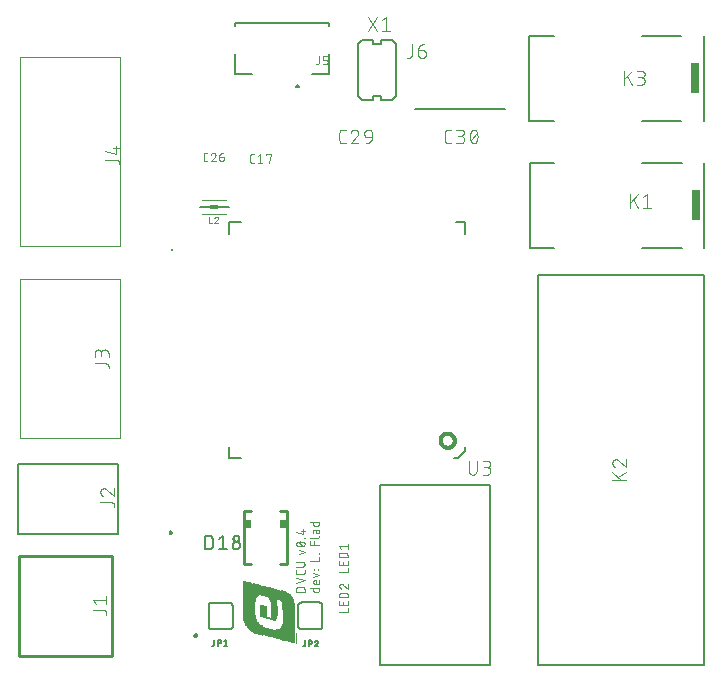
<source format=gbr>
G04 EAGLE Gerber RS-274X export*
G75*
%MOMM*%
%FSLAX34Y34*%
%LPD*%
%INSilkscreen Top*%
%IPPOS*%
%AMOC8*
5,1,8,0,0,1.08239X$1,22.5*%
G01*
%ADD10C,0.076200*%
%ADD11C,0.101600*%
%ADD12C,0.254000*%
%ADD13R,0.500000X0.750000*%
%ADD14C,0.127000*%
%ADD15C,0.200000*%
%ADD16C,0.100000*%
%ADD17C,0.100000*%
%ADD18C,0.250000*%
%ADD19C,0.152400*%
%ADD20C,0.203200*%
%ADD21R,0.635000X2.540000*%
%ADD22C,0.070000*%
%ADD23R,0.700000X0.300000*%
%ADD24C,0.050800*%
%ADD25C,0.304800*%
%ADD26R,0.007619X3.070859*%
%ADD27R,0.007622X3.093722*%
%ADD28R,0.007619X3.177538*%
%ADD29R,0.007619X3.246119*%
%ADD30R,0.007622X3.291838*%
%ADD31R,0.007619X3.329938*%
%ADD32R,0.007622X3.368038*%
%ADD33R,0.007619X3.398519*%
%ADD34R,0.007619X3.429000*%
%ADD35R,0.007622X3.467100*%
%ADD36R,0.007619X3.482341*%
%ADD37R,0.007622X3.505200*%
%ADD38R,0.007619X3.528063*%
%ADD39R,0.007619X3.558541*%
%ADD40R,0.007622X3.581400*%
%ADD41R,0.007619X3.596641*%
%ADD42R,0.007622X3.611878*%
%ADD43R,0.007619X3.627119*%
%ADD44R,0.007619X3.649978*%
%ADD45R,0.007622X3.672841*%
%ADD46R,0.007619X3.680459*%
%ADD47R,0.007622X3.695700*%
%ADD48R,0.007619X3.710941*%
%ADD49R,0.007619X3.733800*%
%ADD50R,0.007622X3.741419*%
%ADD51R,0.007619X3.756659*%
%ADD52R,0.007622X3.764278*%
%ADD53R,0.007619X3.779519*%
%ADD54R,0.007619X3.787141*%
%ADD55R,0.007622X3.802381*%
%ADD56R,0.007619X3.810000*%
%ADD57R,0.007622X3.825241*%
%ADD58R,0.007619X3.840481*%
%ADD59R,0.007622X3.855722*%
%ADD60R,0.007619X3.870963*%
%ADD61R,0.007622X3.878581*%
%ADD62R,0.007619X3.878578*%
%ADD63R,0.007619X3.893819*%
%ADD64R,0.007622X3.901441*%
%ADD65R,0.007619X3.901441*%
%ADD66R,0.007622X3.916681*%
%ADD67R,0.007619X3.924300*%
%ADD68R,0.007619X3.931922*%
%ADD69R,0.007622X3.939538*%
%ADD70R,0.007619X3.947159*%
%ADD71R,0.007622X3.954778*%
%ADD72R,0.007619X3.962400*%
%ADD73R,0.007622X3.970019*%
%ADD74R,0.007619X3.977641*%
%ADD75R,0.007622X3.985259*%
%ADD76R,0.007619X3.985263*%
%ADD77R,0.007619X3.992881*%
%ADD78R,0.007622X4.008122*%
%ADD79R,0.007619X4.008122*%
%ADD80R,0.007622X4.015741*%
%ADD81R,0.007619X4.015741*%
%ADD82R,0.007619X4.030978*%
%ADD83R,0.007622X4.030978*%
%ADD84R,0.007619X4.038600*%
%ADD85R,0.007622X4.038600*%
%ADD86R,0.007619X4.046222*%
%ADD87R,0.007619X4.053841*%
%ADD88R,0.007622X4.053838*%
%ADD89R,0.007619X4.053838*%
%ADD90R,0.007622X4.061459*%
%ADD91R,0.007619X4.069078*%
%ADD92R,0.007619X4.069081*%
%ADD93R,0.007622X4.069081*%
%ADD94R,0.007619X4.076700*%
%ADD95R,0.007622X4.084319*%
%ADD96R,0.007619X4.091941*%
%ADD97R,0.007619X4.084322*%
%ADD98R,0.007622X4.091941*%
%ADD99R,0.007619X4.099563*%
%ADD100R,0.007622X4.099563*%
%ADD101R,0.007619X4.107181*%
%ADD102R,0.007619X4.107178*%
%ADD103R,0.007622X4.107178*%
%ADD104R,0.007619X4.114800*%
%ADD105R,0.007622X4.114800*%
%ADD106R,0.007622X4.122422*%
%ADD107R,0.007619X4.122419*%
%ADD108R,0.007622X4.122419*%
%ADD109R,0.007619X4.130038*%
%ADD110R,0.007622X4.130041*%
%ADD111R,0.007619X4.130041*%
%ADD112R,0.007622X4.137659*%
%ADD113R,0.007619X4.137659*%
%ADD114R,0.007622X4.137663*%
%ADD115R,0.007619X4.137663*%
%ADD116R,0.007622X4.145281*%
%ADD117R,0.007619X4.145281*%
%ADD118R,0.007619X4.145278*%
%ADD119R,0.007622X4.145278*%
%ADD120R,0.007619X4.152900*%
%ADD121R,0.007622X4.152900*%
%ADD122R,0.007622X4.160519*%
%ADD123R,0.007619X4.160519*%
%ADD124R,0.007619X4.160522*%
%ADD125R,0.007622X4.160522*%
%ADD126R,0.007622X1.584959*%
%ADD127R,0.007622X0.022859*%
%ADD128R,0.007622X0.007619*%
%ADD129R,0.007622X0.007622*%
%ADD130R,0.007622X2.065019*%
%ADD131R,0.007619X1.478281*%
%ADD132R,0.007619X1.767841*%
%ADD133R,0.007622X1.417319*%
%ADD134R,0.007622X1.600200*%
%ADD135R,0.007619X1.371600*%
%ADD136R,0.007619X1.485900*%
%ADD137R,0.007619X1.333500*%
%ADD138R,0.007619X1.402078*%
%ADD139R,0.007622X1.303019*%
%ADD140R,0.007622X1.348738*%
%ADD141R,0.007619X1.272541*%
%ADD142R,0.007619X1.280159*%
%ADD143R,0.007622X1.242063*%
%ADD144R,0.007622X1.211581*%
%ADD145R,0.007619X1.219200*%
%ADD146R,0.007619X1.158241*%
%ADD147R,0.007619X1.203963*%
%ADD148R,0.007619X1.104900*%
%ADD149R,0.007622X1.181100*%
%ADD150R,0.007622X1.082041*%
%ADD151R,0.007619X1.165859*%
%ADD152R,0.007619X1.043941*%
%ADD153R,0.007622X1.143000*%
%ADD154R,0.007622X1.005841*%
%ADD155R,0.007619X1.127759*%
%ADD156R,0.007619X0.960119*%
%ADD157R,0.007619X1.112522*%
%ADD158R,0.007619X0.937262*%
%ADD159R,0.007622X1.097281*%
%ADD160R,0.007622X0.906781*%
%ADD161R,0.007619X1.089659*%
%ADD162R,0.007619X0.883922*%
%ADD163R,0.007622X1.074422*%
%ADD164R,0.007622X0.883922*%
%ADD165R,0.007619X1.059178*%
%ADD166R,0.007619X0.876300*%
%ADD167R,0.007619X1.043937*%
%ADD168R,0.007619X0.883919*%
%ADD169R,0.007622X1.036319*%
%ADD170R,0.007622X0.883919*%
%ADD171R,0.007619X1.028700*%
%ADD172R,0.007622X1.013459*%
%ADD173R,0.007619X1.005841*%
%ADD174R,0.007619X0.998219*%
%ADD175R,0.007622X0.990600*%
%ADD176R,0.007619X0.975363*%
%ADD177R,0.007622X0.967741*%
%ADD178R,0.007619X0.960122*%
%ADD179R,0.007622X0.944878*%
%ADD180R,0.007619X0.937259*%
%ADD181R,0.007622X0.929641*%
%ADD182R,0.007619X0.929641*%
%ADD183R,0.007619X0.922019*%
%ADD184R,0.007622X0.914400*%
%ADD185R,0.007619X0.906781*%
%ADD186R,0.007622X0.899159*%
%ADD187R,0.007622X0.876300*%
%ADD188R,0.007619X0.891538*%
%ADD189R,0.007622X0.868681*%
%ADD190R,0.007619X0.868681*%
%ADD191R,0.007619X0.861059*%
%ADD192R,0.007622X0.861059*%
%ADD193R,0.007619X0.853441*%
%ADD194R,0.007622X0.845822*%
%ADD195R,0.007619X0.845822*%
%ADD196R,0.007619X0.838200*%
%ADD197R,0.007622X0.838200*%
%ADD198R,0.007619X0.830578*%
%ADD199R,0.007622X0.830578*%
%ADD200R,0.007619X0.822959*%
%ADD201R,0.007619X0.815341*%
%ADD202R,0.007622X0.815341*%
%ADD203R,0.007619X0.807722*%
%ADD204R,0.007622X0.807722*%
%ADD205R,0.007619X0.800100*%
%ADD206R,0.007622X0.800100*%
%ADD207R,0.007619X0.784859*%
%ADD208R,0.007622X0.784859*%
%ADD209R,0.007622X0.777241*%
%ADD210R,0.007619X0.777241*%
%ADD211R,0.007619X1.143000*%
%ADD212R,0.007622X1.295400*%
%ADD213R,0.007619X1.386841*%
%ADD214R,0.007622X0.769619*%
%ADD215R,0.007622X1.485900*%
%ADD216R,0.007619X0.769619*%
%ADD217R,0.007619X2.476500*%
%ADD218R,0.007619X2.499359*%
%ADD219R,0.007622X0.762000*%
%ADD220R,0.007622X2.522222*%
%ADD221R,0.007619X0.762000*%
%ADD222R,0.007619X2.529841*%
%ADD223R,0.007622X2.545081*%
%ADD224R,0.007619X2.552700*%
%ADD225R,0.007619X0.754378*%
%ADD226R,0.007619X2.567941*%
%ADD227R,0.007622X0.754378*%
%ADD228R,0.007622X2.575559*%
%ADD229R,0.007619X2.583181*%
%ADD230R,0.007622X2.590800*%
%ADD231R,0.007619X0.746759*%
%ADD232R,0.007619X2.606038*%
%ADD233R,0.007619X2.613659*%
%ADD234R,0.007622X0.746759*%
%ADD235R,0.007622X2.613659*%
%ADD236R,0.007619X2.628900*%
%ADD237R,0.007622X0.739141*%
%ADD238R,0.007622X2.628900*%
%ADD239R,0.007619X0.739141*%
%ADD240R,0.007619X2.636522*%
%ADD241R,0.007622X2.644141*%
%ADD242R,0.007619X2.651759*%
%ADD243R,0.007622X0.731519*%
%ADD244R,0.007622X2.651759*%
%ADD245R,0.007619X0.731519*%
%ADD246R,0.007619X2.659378*%
%ADD247R,0.007622X0.723900*%
%ADD248R,0.007622X2.667000*%
%ADD249R,0.007619X0.723900*%
%ADD250R,0.007619X2.667000*%
%ADD251R,0.007619X0.731522*%
%ADD252R,0.007619X2.674619*%
%ADD253R,0.007622X2.674619*%
%ADD254R,0.007619X2.682238*%
%ADD255R,0.007619X0.716281*%
%ADD256R,0.007622X0.716281*%
%ADD257R,0.007622X2.682238*%
%ADD258R,0.007619X2.689859*%
%ADD259R,0.007622X2.689859*%
%ADD260R,0.007619X0.708663*%
%ADD261R,0.007619X2.697478*%
%ADD262R,0.007622X2.697478*%
%ADD263R,0.007619X0.708659*%
%ADD264R,0.007622X0.716278*%
%ADD265R,0.007622X2.697481*%
%ADD266R,0.007619X2.697481*%
%ADD267R,0.007622X0.708659*%
%ADD268R,0.007619X2.705100*%
%ADD269R,0.007619X0.701041*%
%ADD270R,0.007622X0.510541*%
%ADD271R,0.007622X0.015241*%
%ADD272R,0.007622X1.699259*%
%ADD273R,0.007619X0.403859*%
%ADD274R,0.007619X0.335281*%
%ADD275R,0.007619X1.409700*%
%ADD276R,0.007622X0.701041*%
%ADD277R,0.007622X0.312422*%
%ADD278R,0.007622X1.371600*%
%ADD279R,0.007619X0.274322*%
%ADD280R,0.007622X0.708663*%
%ADD281R,0.007622X0.251459*%
%ADD282R,0.007622X1.287778*%
%ADD283R,0.007619X0.228600*%
%ADD284R,0.007619X1.257300*%
%ADD285R,0.007619X0.213359*%
%ADD286R,0.007619X1.226819*%
%ADD287R,0.007622X0.213359*%
%ADD288R,0.007619X1.188722*%
%ADD289R,0.007622X1.158241*%
%ADD290R,0.007619X0.220978*%
%ADD291R,0.007619X1.135381*%
%ADD292R,0.007622X1.112519*%
%ADD293R,0.007619X0.701037*%
%ADD294R,0.007622X0.701037*%
%ADD295R,0.007622X0.220981*%
%ADD296R,0.007622X1.074419*%
%ADD297R,0.007619X0.220981*%
%ADD298R,0.007619X1.066800*%
%ADD299R,0.007619X0.213363*%
%ADD300R,0.007619X1.051559*%
%ADD301R,0.007622X0.213363*%
%ADD302R,0.007622X1.021081*%
%ADD303R,0.007619X0.998222*%
%ADD304R,0.007622X0.982981*%
%ADD305R,0.007619X0.982978*%
%ADD306R,0.007622X0.975359*%
%ADD307R,0.007619X0.952500*%
%ADD308R,0.007622X0.952500*%
%ADD309R,0.007622X0.220978*%
%ADD310R,0.007619X0.922022*%
%ADD311R,0.007619X0.899159*%
%ADD312R,0.007622X0.891538*%
%ADD313R,0.007619X0.891541*%
%ADD314R,0.007619X0.868678*%
%ADD315R,0.007622X0.853441*%
%ADD316R,0.007619X0.830581*%
%ADD317R,0.007622X0.830581*%
%ADD318R,0.007622X0.822959*%
%ADD319R,0.007619X0.716278*%
%ADD320R,0.007619X0.815338*%
%ADD321R,0.007619X1.059181*%
%ADD322R,0.007622X1.059178*%
%ADD323R,0.007619X0.807719*%
%ADD324R,0.007622X1.059181*%
%ADD325R,0.007622X0.807719*%
%ADD326R,0.007622X1.051559*%
%ADD327R,0.007622X0.731522*%
%ADD328R,0.007622X1.051562*%
%ADD329R,0.007619X1.051562*%
%ADD330R,0.007622X1.043941*%
%ADD331R,0.007619X1.036319*%
%ADD332R,0.007622X0.754381*%
%ADD333R,0.007622X1.028700*%
%ADD334R,0.007619X1.036322*%
%ADD335R,0.007622X0.815338*%
%ADD336R,0.007619X1.021081*%
%ADD337R,0.007619X1.013459*%
%ADD338R,0.007622X0.769622*%
%ADD339R,0.007619X0.769622*%
%ADD340R,0.007622X0.998219*%
%ADD341R,0.007619X0.990600*%
%ADD342R,0.007622X0.822963*%
%ADD343R,0.007619X0.822963*%
%ADD344R,0.007619X0.975359*%
%ADD345R,0.007619X0.967741*%
%ADD346R,0.007622X0.792481*%
%ADD347R,0.007622X0.975363*%
%ADD348R,0.007619X0.792478*%
%ADD349R,0.007622X0.960122*%
%ADD350R,0.007619X0.944878*%
%ADD351R,0.007622X0.845819*%
%ADD352R,0.007619X0.609600*%
%ADD353R,0.007619X0.861063*%
%ADD354R,0.007619X0.845819*%
%ADD355R,0.007619X0.914400*%
%ADD356R,0.007622X0.922019*%
%ADD357R,0.007619X0.944881*%
%ADD358R,0.007622X0.944881*%
%ADD359R,0.007622X0.960119*%
%ADD360R,0.007622X1.005837*%
%ADD361R,0.007619X1.005837*%
%ADD362R,0.007622X1.036322*%
%ADD363R,0.007619X1.089662*%
%ADD364R,0.007619X1.074419*%
%ADD365R,0.007619X1.082041*%
%ADD366R,0.007622X1.120141*%
%ADD367R,0.007619X1.181100*%
%ADD368R,0.007622X1.196341*%
%ADD369R,0.007622X1.165859*%
%ADD370R,0.007619X1.211581*%
%ADD371R,0.007622X1.226822*%
%ADD372R,0.007619X1.272538*%
%ADD373R,0.007619X1.249678*%
%ADD374R,0.007622X1.264919*%
%ADD375R,0.007619X1.325878*%
%ADD376R,0.007619X1.287778*%
%ADD377R,0.007622X1.348741*%
%ADD378R,0.007622X1.325881*%
%ADD379R,0.007619X1.356359*%
%ADD380R,0.007619X1.432559*%
%ADD381R,0.007619X1.394459*%
%ADD382R,0.007622X1.463041*%
%ADD383R,0.007622X1.424941*%
%ADD384R,0.007619X1.501141*%
%ADD385R,0.007619X1.470659*%
%ADD386R,0.007622X1.569722*%
%ADD387R,0.007622X1.531619*%
%ADD388R,0.007619X1.645922*%
%ADD389R,0.007619X1.615441*%
%ADD390R,0.007619X1.760219*%
%ADD391R,0.007619X1.744978*%
%ADD392R,0.007619X4.122422*%
%ADD393R,0.007622X4.107181*%
%ADD394R,0.007619X4.099559*%
%ADD395R,0.007622X4.099559*%
%ADD396R,0.007622X4.069078*%
%ADD397R,0.007622X4.061463*%
%ADD398R,0.007619X4.061463*%
%ADD399R,0.007622X4.053841*%
%ADD400R,0.007619X4.046219*%
%ADD401R,0.007619X4.023359*%
%ADD402R,0.007622X4.030981*%
%ADD403R,0.007619X4.000500*%
%ADD404R,0.007622X4.000500*%
%ADD405R,0.007619X3.992878*%
%ADD406R,0.007619X3.985259*%
%ADD407R,0.007622X3.977641*%
%ADD408R,0.007622X3.970022*%
%ADD409R,0.007619X3.954781*%
%ADD410R,0.007622X3.947163*%
%ADD411R,0.007622X3.939541*%
%ADD412R,0.007619X3.931919*%
%ADD413R,0.007622X3.924300*%
%ADD414R,0.007619X3.916678*%
%ADD415R,0.007622X3.909059*%
%ADD416R,0.007619X3.893822*%
%ADD417R,0.007622X3.886200*%
%ADD418R,0.007619X3.878581*%
%ADD419R,0.007622X3.878578*%
%ADD420R,0.007619X3.863341*%
%ADD421R,0.007619X3.855719*%
%ADD422R,0.007622X3.848100*%
%ADD423R,0.007619X3.848100*%
%ADD424R,0.007622X3.832863*%
%ADD425R,0.007619X3.825241*%
%ADD426R,0.007619X3.817622*%
%ADD427R,0.007619X3.802381*%
%ADD428R,0.007622X3.794759*%
%ADD429R,0.007622X3.749041*%
%ADD430R,0.007619X3.726181*%
%ADD431R,0.007622X3.718559*%
%ADD432R,0.007619X3.703322*%
%ADD433R,0.007619X3.672841*%
%ADD434R,0.007622X3.657600*%
%ADD435R,0.007619X3.649981*%
%ADD436R,0.007622X3.634741*%
%ADD437R,0.007619X3.619500*%
%ADD438R,0.007619X3.604263*%
%ADD439R,0.007622X3.589022*%
%ADD440R,0.007619X3.581400*%
%ADD441R,0.007622X3.566159*%
%ADD442R,0.007619X3.543300*%
%ADD443R,0.007622X3.528059*%
%ADD444R,0.007619X3.505200*%
%ADD445R,0.007622X3.482338*%
%ADD446R,0.007619X3.474722*%
%ADD447R,0.007619X3.451859*%
%ADD448R,0.007622X3.436622*%
%ADD449R,0.007619X3.413759*%
%ADD450R,0.007622X3.398519*%
%ADD451R,0.007619X3.375659*%
%ADD452R,0.007619X3.352800*%
%ADD453R,0.007622X3.337559*%
%ADD454R,0.007619X3.307078*%
%ADD455R,0.007622X3.284222*%
%ADD456R,0.007619X3.246122*%
%ADD457R,0.007619X3.215641*%
%ADD458R,0.007622X3.185163*%
%ADD459R,0.007619X3.147059*%
%ADD460R,0.007622X3.093719*%
%ADD461R,0.007619X3.017519*%
%ADD462R,0.007619X2.979419*%
%ADD463C,0.000000*%


D10*
X252101Y62651D02*
X244735Y62651D01*
X244735Y64697D01*
X244737Y64786D01*
X244743Y64875D01*
X244753Y64964D01*
X244766Y65052D01*
X244783Y65140D01*
X244805Y65227D01*
X244830Y65312D01*
X244858Y65397D01*
X244891Y65480D01*
X244927Y65562D01*
X244966Y65642D01*
X245009Y65720D01*
X245055Y65796D01*
X245105Y65871D01*
X245158Y65943D01*
X245214Y66012D01*
X245273Y66079D01*
X245334Y66144D01*
X245399Y66205D01*
X245466Y66264D01*
X245535Y66320D01*
X245607Y66373D01*
X245682Y66423D01*
X245758Y66469D01*
X245836Y66512D01*
X245916Y66551D01*
X245998Y66587D01*
X246081Y66620D01*
X246166Y66648D01*
X246251Y66673D01*
X246338Y66695D01*
X246426Y66712D01*
X246514Y66725D01*
X246603Y66735D01*
X246692Y66741D01*
X246781Y66743D01*
X250054Y66743D01*
X250143Y66741D01*
X250232Y66735D01*
X250321Y66725D01*
X250409Y66712D01*
X250497Y66695D01*
X250584Y66673D01*
X250669Y66648D01*
X250754Y66620D01*
X250837Y66587D01*
X250919Y66551D01*
X250999Y66512D01*
X251077Y66469D01*
X251153Y66423D01*
X251228Y66373D01*
X251300Y66320D01*
X251369Y66264D01*
X251436Y66205D01*
X251501Y66144D01*
X251562Y66079D01*
X251621Y66012D01*
X251677Y65943D01*
X251730Y65871D01*
X251780Y65796D01*
X251826Y65720D01*
X251869Y65642D01*
X251908Y65562D01*
X251944Y65480D01*
X251977Y65397D01*
X252005Y65312D01*
X252030Y65227D01*
X252052Y65140D01*
X252069Y65052D01*
X252082Y64964D01*
X252092Y64875D01*
X252098Y64786D01*
X252100Y64697D01*
X252101Y64697D02*
X252101Y62651D01*
X252101Y72256D02*
X244735Y69801D01*
X244735Y74711D02*
X252101Y72256D01*
X252101Y79139D02*
X252101Y80776D01*
X252101Y79139D02*
X252099Y79061D01*
X252094Y78983D01*
X252084Y78906D01*
X252071Y78829D01*
X252055Y78753D01*
X252035Y78678D01*
X252011Y78604D01*
X251984Y78531D01*
X251953Y78459D01*
X251919Y78389D01*
X251882Y78321D01*
X251841Y78254D01*
X251797Y78189D01*
X251751Y78127D01*
X251701Y78067D01*
X251649Y78009D01*
X251594Y77954D01*
X251536Y77902D01*
X251476Y77852D01*
X251414Y77806D01*
X251349Y77762D01*
X251283Y77721D01*
X251214Y77684D01*
X251144Y77650D01*
X251072Y77619D01*
X250999Y77592D01*
X250925Y77568D01*
X250850Y77548D01*
X250774Y77532D01*
X250697Y77519D01*
X250620Y77509D01*
X250542Y77504D01*
X250464Y77502D01*
X246371Y77502D01*
X246291Y77504D01*
X246211Y77510D01*
X246131Y77520D01*
X246052Y77533D01*
X245973Y77551D01*
X245896Y77572D01*
X245820Y77598D01*
X245745Y77627D01*
X245671Y77659D01*
X245599Y77695D01*
X245529Y77735D01*
X245462Y77778D01*
X245396Y77824D01*
X245333Y77874D01*
X245272Y77926D01*
X245213Y77981D01*
X245158Y78040D01*
X245106Y78100D01*
X245056Y78164D01*
X245010Y78229D01*
X244967Y78297D01*
X244927Y78367D01*
X244891Y78439D01*
X244859Y78513D01*
X244830Y78587D01*
X244805Y78664D01*
X244783Y78741D01*
X244765Y78820D01*
X244752Y78899D01*
X244742Y78978D01*
X244736Y79059D01*
X244734Y79139D01*
X244735Y79139D02*
X244735Y80776D01*
X244735Y83865D02*
X250054Y83865D01*
X250143Y83867D01*
X250232Y83873D01*
X250321Y83883D01*
X250409Y83896D01*
X250497Y83913D01*
X250584Y83935D01*
X250669Y83960D01*
X250754Y83988D01*
X250837Y84021D01*
X250919Y84057D01*
X250999Y84096D01*
X251077Y84139D01*
X251153Y84185D01*
X251228Y84235D01*
X251300Y84288D01*
X251369Y84344D01*
X251436Y84403D01*
X251501Y84464D01*
X251562Y84529D01*
X251621Y84596D01*
X251677Y84665D01*
X251730Y84737D01*
X251780Y84812D01*
X251826Y84888D01*
X251869Y84966D01*
X251908Y85046D01*
X251944Y85128D01*
X251977Y85211D01*
X252005Y85296D01*
X252030Y85381D01*
X252052Y85468D01*
X252069Y85556D01*
X252082Y85644D01*
X252092Y85733D01*
X252098Y85822D01*
X252100Y85911D01*
X252098Y86000D01*
X252092Y86089D01*
X252082Y86178D01*
X252069Y86266D01*
X252052Y86354D01*
X252030Y86441D01*
X252005Y86526D01*
X251977Y86611D01*
X251944Y86694D01*
X251908Y86776D01*
X251869Y86856D01*
X251826Y86934D01*
X251780Y87010D01*
X251730Y87085D01*
X251677Y87157D01*
X251621Y87226D01*
X251562Y87293D01*
X251501Y87358D01*
X251436Y87419D01*
X251369Y87478D01*
X251300Y87534D01*
X251228Y87587D01*
X251153Y87637D01*
X251077Y87683D01*
X250999Y87726D01*
X250919Y87765D01*
X250837Y87801D01*
X250754Y87834D01*
X250669Y87862D01*
X250584Y87887D01*
X250497Y87909D01*
X250409Y87926D01*
X250321Y87939D01*
X250232Y87949D01*
X250143Y87955D01*
X250054Y87957D01*
X244735Y87957D01*
X247190Y95003D02*
X252101Y96640D01*
X247190Y98277D01*
X248418Y101178D02*
X248265Y101180D01*
X248112Y101186D01*
X247960Y101195D01*
X247807Y101209D01*
X247655Y101226D01*
X247504Y101247D01*
X247353Y101272D01*
X247203Y101301D01*
X247053Y101333D01*
X246905Y101370D01*
X246757Y101410D01*
X246610Y101453D01*
X246465Y101501D01*
X246321Y101552D01*
X246178Y101606D01*
X246036Y101665D01*
X245897Y101726D01*
X245758Y101792D01*
X245758Y101791D02*
X245688Y101817D01*
X245618Y101847D01*
X245551Y101880D01*
X245485Y101916D01*
X245421Y101955D01*
X245359Y101998D01*
X245300Y102044D01*
X245242Y102092D01*
X245188Y102143D01*
X245135Y102197D01*
X245086Y102254D01*
X245039Y102313D01*
X244996Y102374D01*
X244955Y102437D01*
X244918Y102502D01*
X244883Y102569D01*
X244853Y102638D01*
X244825Y102708D01*
X244802Y102779D01*
X244781Y102851D01*
X244765Y102924D01*
X244752Y102998D01*
X244742Y103073D01*
X244737Y103148D01*
X244735Y103223D01*
X244737Y103298D01*
X244742Y103373D01*
X244752Y103448D01*
X244765Y103522D01*
X244781Y103595D01*
X244802Y103667D01*
X244825Y103738D01*
X244853Y103808D01*
X244883Y103877D01*
X244918Y103944D01*
X244955Y104009D01*
X244996Y104072D01*
X245039Y104133D01*
X245086Y104192D01*
X245135Y104249D01*
X245188Y104303D01*
X245242Y104354D01*
X245300Y104403D01*
X245359Y104448D01*
X245421Y104491D01*
X245485Y104530D01*
X245551Y104567D01*
X245619Y104599D01*
X245688Y104629D01*
X245758Y104655D01*
X245758Y104656D02*
X245896Y104721D01*
X246036Y104783D01*
X246178Y104841D01*
X246321Y104896D01*
X246465Y104947D01*
X246610Y104995D01*
X246757Y105038D01*
X246904Y105078D01*
X247053Y105115D01*
X247203Y105147D01*
X247353Y105176D01*
X247504Y105201D01*
X247655Y105222D01*
X247807Y105239D01*
X247960Y105253D01*
X248112Y105262D01*
X248265Y105268D01*
X248418Y105270D01*
X248418Y101178D02*
X248571Y101180D01*
X248724Y101186D01*
X248876Y101195D01*
X249029Y101209D01*
X249181Y101226D01*
X249332Y101247D01*
X249483Y101272D01*
X249633Y101301D01*
X249783Y101333D01*
X249931Y101370D01*
X250079Y101410D01*
X250226Y101453D01*
X250371Y101501D01*
X250515Y101552D01*
X250658Y101606D01*
X250800Y101665D01*
X250939Y101726D01*
X251078Y101792D01*
X251077Y101791D02*
X251148Y101817D01*
X251217Y101847D01*
X251284Y101880D01*
X251350Y101916D01*
X251414Y101955D01*
X251476Y101998D01*
X251535Y102044D01*
X251593Y102092D01*
X251647Y102143D01*
X251700Y102197D01*
X251749Y102254D01*
X251796Y102313D01*
X251839Y102374D01*
X251880Y102437D01*
X251917Y102502D01*
X251952Y102569D01*
X251982Y102638D01*
X252010Y102708D01*
X252033Y102779D01*
X252054Y102851D01*
X252070Y102924D01*
X252083Y102998D01*
X252093Y103073D01*
X252098Y103148D01*
X252100Y103223D01*
X251078Y104655D02*
X250940Y104720D01*
X250800Y104782D01*
X250658Y104840D01*
X250515Y104895D01*
X250371Y104946D01*
X250226Y104994D01*
X250079Y105037D01*
X249932Y105077D01*
X249783Y105114D01*
X249633Y105146D01*
X249483Y105175D01*
X249332Y105200D01*
X249181Y105221D01*
X249029Y105238D01*
X248876Y105252D01*
X248724Y105261D01*
X248571Y105267D01*
X248418Y105269D01*
X251077Y104655D02*
X251147Y104629D01*
X251217Y104599D01*
X251284Y104566D01*
X251350Y104530D01*
X251414Y104491D01*
X251476Y104448D01*
X251535Y104402D01*
X251593Y104354D01*
X251647Y104303D01*
X251700Y104249D01*
X251749Y104192D01*
X251796Y104133D01*
X251839Y104072D01*
X251880Y104009D01*
X251917Y103944D01*
X251952Y103877D01*
X251982Y103808D01*
X252010Y103738D01*
X252033Y103667D01*
X252054Y103595D01*
X252070Y103522D01*
X252083Y103448D01*
X252093Y103373D01*
X252098Y103298D01*
X252100Y103223D01*
X250464Y101587D02*
X246371Y104860D01*
X251691Y108139D02*
X252101Y108139D01*
X251691Y108139D02*
X251691Y108549D01*
X252101Y108549D01*
X252101Y108139D01*
X250464Y111419D02*
X244735Y113055D01*
X250464Y111419D02*
X250464Y115511D01*
X248827Y114283D02*
X252101Y114283D01*
X256927Y65925D02*
X264293Y65925D01*
X264293Y63878D01*
X264291Y63809D01*
X264285Y63741D01*
X264276Y63672D01*
X264262Y63605D01*
X264245Y63538D01*
X264224Y63472D01*
X264200Y63408D01*
X264171Y63345D01*
X264140Y63284D01*
X264105Y63225D01*
X264067Y63167D01*
X264025Y63112D01*
X263981Y63060D01*
X263933Y63010D01*
X263883Y62962D01*
X263831Y62918D01*
X263776Y62877D01*
X263718Y62838D01*
X263659Y62803D01*
X263598Y62772D01*
X263535Y62743D01*
X263471Y62719D01*
X263405Y62698D01*
X263338Y62681D01*
X263271Y62667D01*
X263203Y62658D01*
X263134Y62652D01*
X263065Y62650D01*
X263065Y62651D02*
X260610Y62651D01*
X260610Y62650D02*
X260541Y62652D01*
X260473Y62658D01*
X260404Y62667D01*
X260337Y62681D01*
X260270Y62698D01*
X260204Y62719D01*
X260140Y62743D01*
X260077Y62772D01*
X260016Y62803D01*
X259957Y62838D01*
X259899Y62876D01*
X259844Y62918D01*
X259792Y62962D01*
X259742Y63010D01*
X259694Y63060D01*
X259650Y63112D01*
X259608Y63167D01*
X259570Y63225D01*
X259535Y63284D01*
X259504Y63345D01*
X259475Y63408D01*
X259451Y63472D01*
X259430Y63538D01*
X259413Y63605D01*
X259399Y63672D01*
X259390Y63741D01*
X259384Y63809D01*
X259382Y63878D01*
X259382Y65925D01*
X264293Y70503D02*
X264293Y72549D01*
X264293Y70503D02*
X264291Y70434D01*
X264285Y70366D01*
X264276Y70297D01*
X264262Y70230D01*
X264245Y70163D01*
X264224Y70097D01*
X264200Y70033D01*
X264171Y69970D01*
X264140Y69909D01*
X264105Y69850D01*
X264067Y69792D01*
X264025Y69737D01*
X263981Y69685D01*
X263933Y69635D01*
X263883Y69587D01*
X263831Y69543D01*
X263776Y69502D01*
X263718Y69463D01*
X263659Y69428D01*
X263598Y69397D01*
X263535Y69368D01*
X263471Y69344D01*
X263405Y69323D01*
X263338Y69306D01*
X263271Y69292D01*
X263203Y69283D01*
X263134Y69277D01*
X263065Y69275D01*
X261019Y69275D01*
X260940Y69277D01*
X260861Y69283D01*
X260782Y69292D01*
X260704Y69305D01*
X260627Y69323D01*
X260551Y69343D01*
X260476Y69368D01*
X260402Y69396D01*
X260329Y69427D01*
X260258Y69463D01*
X260189Y69501D01*
X260122Y69543D01*
X260057Y69588D01*
X259994Y69636D01*
X259933Y69687D01*
X259876Y69741D01*
X259820Y69797D01*
X259768Y69856D01*
X259718Y69918D01*
X259672Y69982D01*
X259628Y70048D01*
X259588Y70116D01*
X259552Y70186D01*
X259518Y70258D01*
X259488Y70332D01*
X259462Y70406D01*
X259439Y70482D01*
X259421Y70559D01*
X259405Y70636D01*
X259394Y70715D01*
X259386Y70793D01*
X259382Y70872D01*
X259382Y70952D01*
X259386Y71031D01*
X259394Y71109D01*
X259405Y71188D01*
X259421Y71265D01*
X259439Y71342D01*
X259462Y71418D01*
X259488Y71492D01*
X259518Y71566D01*
X259552Y71638D01*
X259588Y71708D01*
X259628Y71776D01*
X259672Y71842D01*
X259718Y71906D01*
X259768Y71968D01*
X259820Y72027D01*
X259876Y72083D01*
X259933Y72137D01*
X259994Y72188D01*
X260057Y72236D01*
X260122Y72281D01*
X260189Y72323D01*
X260258Y72361D01*
X260329Y72397D01*
X260402Y72428D01*
X260476Y72456D01*
X260551Y72481D01*
X260627Y72501D01*
X260704Y72519D01*
X260782Y72532D01*
X260861Y72541D01*
X260940Y72547D01*
X261019Y72549D01*
X261837Y72549D01*
X261837Y69275D01*
X259382Y75371D02*
X264293Y77008D01*
X259382Y78645D01*
X263269Y81437D02*
X263679Y81437D01*
X263269Y81437D02*
X263269Y81846D01*
X263679Y81846D01*
X263679Y81437D01*
X260405Y81437D02*
X259996Y81437D01*
X259996Y81846D01*
X260405Y81846D01*
X260405Y81437D01*
X256927Y89120D02*
X264293Y89120D01*
X264293Y92394D01*
X264293Y94848D02*
X263883Y94848D01*
X263883Y95257D01*
X264293Y95257D01*
X264293Y94848D01*
X264293Y102288D02*
X256927Y102288D01*
X256927Y105561D01*
X260200Y105561D02*
X260200Y102288D01*
X263065Y108373D02*
X256927Y108373D01*
X263065Y108372D02*
X263134Y108374D01*
X263202Y108380D01*
X263271Y108389D01*
X263338Y108403D01*
X263405Y108420D01*
X263471Y108441D01*
X263535Y108465D01*
X263598Y108494D01*
X263659Y108525D01*
X263718Y108560D01*
X263776Y108598D01*
X263831Y108640D01*
X263883Y108684D01*
X263933Y108732D01*
X263981Y108782D01*
X264025Y108834D01*
X264067Y108889D01*
X264105Y108947D01*
X264140Y109006D01*
X264171Y109067D01*
X264200Y109130D01*
X264224Y109194D01*
X264245Y109260D01*
X264262Y109327D01*
X264276Y109394D01*
X264285Y109463D01*
X264291Y109531D01*
X264293Y109600D01*
X261428Y113582D02*
X261428Y115424D01*
X261428Y113582D02*
X261430Y113507D01*
X261436Y113432D01*
X261446Y113358D01*
X261459Y113284D01*
X261477Y113211D01*
X261498Y113139D01*
X261523Y113069D01*
X261552Y113000D01*
X261584Y112932D01*
X261620Y112866D01*
X261659Y112802D01*
X261701Y112740D01*
X261747Y112681D01*
X261796Y112624D01*
X261847Y112569D01*
X261902Y112518D01*
X261959Y112469D01*
X262018Y112423D01*
X262080Y112381D01*
X262144Y112342D01*
X262210Y112306D01*
X262278Y112274D01*
X262347Y112245D01*
X262417Y112220D01*
X262489Y112199D01*
X262562Y112181D01*
X262636Y112168D01*
X262710Y112158D01*
X262785Y112152D01*
X262860Y112150D01*
X262935Y112152D01*
X263010Y112158D01*
X263084Y112168D01*
X263158Y112181D01*
X263231Y112199D01*
X263303Y112220D01*
X263373Y112245D01*
X263442Y112274D01*
X263510Y112306D01*
X263576Y112342D01*
X263640Y112381D01*
X263702Y112423D01*
X263761Y112469D01*
X263818Y112518D01*
X263873Y112569D01*
X263924Y112624D01*
X263973Y112681D01*
X264019Y112740D01*
X264061Y112802D01*
X264100Y112866D01*
X264136Y112932D01*
X264168Y113000D01*
X264197Y113069D01*
X264222Y113139D01*
X264243Y113211D01*
X264261Y113284D01*
X264274Y113358D01*
X264284Y113432D01*
X264290Y113507D01*
X264292Y113582D01*
X264293Y113582D02*
X264293Y115424D01*
X260610Y115424D01*
X260541Y115422D01*
X260473Y115416D01*
X260404Y115407D01*
X260337Y115393D01*
X260270Y115376D01*
X260204Y115355D01*
X260140Y115331D01*
X260077Y115302D01*
X260016Y115271D01*
X259957Y115236D01*
X259899Y115198D01*
X259844Y115156D01*
X259792Y115112D01*
X259742Y115064D01*
X259694Y115014D01*
X259650Y114962D01*
X259609Y114907D01*
X259570Y114849D01*
X259535Y114790D01*
X259504Y114729D01*
X259475Y114666D01*
X259451Y114602D01*
X259430Y114536D01*
X259413Y114469D01*
X259399Y114402D01*
X259390Y114334D01*
X259384Y114265D01*
X259382Y114196D01*
X259382Y112559D01*
X256927Y122007D02*
X264293Y122007D01*
X264293Y119961D01*
X264291Y119892D01*
X264285Y119824D01*
X264276Y119755D01*
X264262Y119688D01*
X264245Y119621D01*
X264224Y119555D01*
X264200Y119491D01*
X264171Y119428D01*
X264140Y119367D01*
X264105Y119308D01*
X264067Y119250D01*
X264025Y119195D01*
X263981Y119143D01*
X263933Y119093D01*
X263883Y119045D01*
X263831Y119001D01*
X263776Y118960D01*
X263718Y118921D01*
X263659Y118886D01*
X263598Y118855D01*
X263535Y118826D01*
X263471Y118802D01*
X263405Y118781D01*
X263338Y118764D01*
X263271Y118750D01*
X263203Y118741D01*
X263134Y118735D01*
X263065Y118733D01*
X263065Y118734D02*
X260610Y118734D01*
X260610Y118733D02*
X260541Y118735D01*
X260473Y118741D01*
X260404Y118750D01*
X260337Y118764D01*
X260270Y118781D01*
X260204Y118802D01*
X260140Y118826D01*
X260077Y118855D01*
X260016Y118886D01*
X259957Y118921D01*
X259899Y118959D01*
X259844Y119001D01*
X259792Y119045D01*
X259742Y119093D01*
X259694Y119143D01*
X259650Y119195D01*
X259608Y119250D01*
X259570Y119308D01*
X259535Y119367D01*
X259504Y119428D01*
X259475Y119491D01*
X259451Y119555D01*
X259430Y119621D01*
X259413Y119688D01*
X259399Y119755D01*
X259390Y119824D01*
X259384Y119892D01*
X259382Y119961D01*
X259382Y122007D01*
X209416Y426003D02*
X207779Y426003D01*
X207701Y426005D01*
X207623Y426010D01*
X207546Y426020D01*
X207469Y426033D01*
X207393Y426049D01*
X207318Y426069D01*
X207244Y426093D01*
X207171Y426120D01*
X207099Y426151D01*
X207029Y426185D01*
X206961Y426222D01*
X206894Y426263D01*
X206829Y426307D01*
X206767Y426353D01*
X206707Y426403D01*
X206649Y426455D01*
X206594Y426510D01*
X206542Y426568D01*
X206492Y426628D01*
X206446Y426690D01*
X206402Y426755D01*
X206361Y426822D01*
X206324Y426890D01*
X206290Y426960D01*
X206259Y427032D01*
X206232Y427105D01*
X206208Y427179D01*
X206188Y427254D01*
X206172Y427330D01*
X206159Y427407D01*
X206149Y427484D01*
X206144Y427562D01*
X206142Y427640D01*
X206143Y427640D02*
X206143Y431732D01*
X206142Y431732D02*
X206144Y431812D01*
X206150Y431892D01*
X206160Y431972D01*
X206173Y432051D01*
X206191Y432130D01*
X206212Y432207D01*
X206238Y432283D01*
X206267Y432358D01*
X206299Y432432D01*
X206335Y432504D01*
X206375Y432574D01*
X206418Y432641D01*
X206464Y432707D01*
X206514Y432770D01*
X206566Y432831D01*
X206621Y432890D01*
X206680Y432945D01*
X206740Y432997D01*
X206804Y433047D01*
X206870Y433093D01*
X206937Y433136D01*
X207007Y433176D01*
X207079Y433212D01*
X207153Y433244D01*
X207227Y433273D01*
X207304Y433299D01*
X207381Y433320D01*
X207460Y433338D01*
X207539Y433351D01*
X207619Y433361D01*
X207699Y433367D01*
X207779Y433369D01*
X209416Y433369D01*
X212262Y431732D02*
X214308Y433369D01*
X214308Y426003D01*
X212262Y426003D02*
X216354Y426003D01*
X219577Y432551D02*
X219577Y433369D01*
X223669Y433369D01*
X221623Y426003D01*
D11*
X284254Y442358D02*
X286851Y442358D01*
X284254Y442358D02*
X284155Y442360D01*
X284055Y442366D01*
X283956Y442375D01*
X283858Y442388D01*
X283760Y442405D01*
X283662Y442426D01*
X283566Y442451D01*
X283471Y442479D01*
X283377Y442511D01*
X283284Y442546D01*
X283192Y442585D01*
X283102Y442628D01*
X283014Y442673D01*
X282927Y442723D01*
X282843Y442775D01*
X282760Y442831D01*
X282680Y442889D01*
X282602Y442951D01*
X282527Y443016D01*
X282454Y443084D01*
X282384Y443154D01*
X282316Y443227D01*
X282251Y443302D01*
X282189Y443380D01*
X282131Y443460D01*
X282075Y443543D01*
X282023Y443627D01*
X281973Y443714D01*
X281928Y443802D01*
X281885Y443892D01*
X281846Y443984D01*
X281811Y444077D01*
X281779Y444171D01*
X281751Y444266D01*
X281726Y444362D01*
X281705Y444460D01*
X281688Y444558D01*
X281675Y444656D01*
X281666Y444755D01*
X281660Y444855D01*
X281658Y444954D01*
X281658Y451446D01*
X281660Y451545D01*
X281666Y451645D01*
X281675Y451744D01*
X281688Y451842D01*
X281705Y451940D01*
X281726Y452038D01*
X281751Y452134D01*
X281779Y452229D01*
X281811Y452323D01*
X281846Y452416D01*
X281885Y452508D01*
X281928Y452598D01*
X281973Y452686D01*
X282023Y452773D01*
X282075Y452857D01*
X282131Y452940D01*
X282189Y453020D01*
X282251Y453098D01*
X282316Y453173D01*
X282384Y453246D01*
X282454Y453316D01*
X282527Y453384D01*
X282602Y453449D01*
X282680Y453511D01*
X282760Y453569D01*
X282843Y453625D01*
X282927Y453677D01*
X283014Y453727D01*
X283102Y453772D01*
X283192Y453815D01*
X283284Y453854D01*
X283376Y453889D01*
X283471Y453921D01*
X283566Y453949D01*
X283662Y453974D01*
X283760Y453995D01*
X283858Y454012D01*
X283956Y454025D01*
X284055Y454034D01*
X284155Y454040D01*
X284254Y454042D01*
X286851Y454042D01*
X294786Y454042D02*
X294893Y454040D01*
X294999Y454034D01*
X295105Y454024D01*
X295211Y454011D01*
X295317Y453993D01*
X295421Y453972D01*
X295525Y453947D01*
X295628Y453918D01*
X295729Y453886D01*
X295829Y453849D01*
X295928Y453809D01*
X296026Y453766D01*
X296122Y453719D01*
X296216Y453668D01*
X296308Y453614D01*
X296398Y453557D01*
X296486Y453497D01*
X296571Y453433D01*
X296654Y453366D01*
X296735Y453296D01*
X296813Y453224D01*
X296889Y453148D01*
X296961Y453070D01*
X297031Y452989D01*
X297098Y452906D01*
X297162Y452821D01*
X297222Y452733D01*
X297279Y452643D01*
X297333Y452551D01*
X297384Y452457D01*
X297431Y452361D01*
X297474Y452263D01*
X297514Y452164D01*
X297551Y452064D01*
X297583Y451963D01*
X297612Y451860D01*
X297637Y451756D01*
X297658Y451652D01*
X297676Y451546D01*
X297689Y451440D01*
X297699Y451334D01*
X297705Y451228D01*
X297707Y451121D01*
X294786Y454042D02*
X294665Y454040D01*
X294544Y454034D01*
X294424Y454024D01*
X294303Y454011D01*
X294184Y453993D01*
X294064Y453972D01*
X293946Y453947D01*
X293829Y453918D01*
X293712Y453885D01*
X293597Y453849D01*
X293483Y453808D01*
X293370Y453765D01*
X293258Y453717D01*
X293149Y453666D01*
X293041Y453611D01*
X292934Y453553D01*
X292830Y453492D01*
X292728Y453427D01*
X292628Y453359D01*
X292530Y453288D01*
X292434Y453214D01*
X292341Y453137D01*
X292251Y453056D01*
X292163Y452973D01*
X292078Y452887D01*
X291995Y452798D01*
X291916Y452707D01*
X291839Y452613D01*
X291766Y452517D01*
X291696Y452419D01*
X291629Y452318D01*
X291565Y452215D01*
X291505Y452110D01*
X291448Y452003D01*
X291394Y451895D01*
X291344Y451785D01*
X291298Y451673D01*
X291255Y451560D01*
X291216Y451445D01*
X296734Y448849D02*
X296813Y448926D01*
X296889Y449007D01*
X296962Y449090D01*
X297032Y449175D01*
X297099Y449263D01*
X297163Y449353D01*
X297223Y449445D01*
X297280Y449540D01*
X297334Y449636D01*
X297385Y449734D01*
X297432Y449834D01*
X297476Y449936D01*
X297516Y450039D01*
X297552Y450143D01*
X297584Y450249D01*
X297613Y450355D01*
X297638Y450463D01*
X297660Y450571D01*
X297677Y450681D01*
X297691Y450790D01*
X297700Y450900D01*
X297706Y451011D01*
X297708Y451121D01*
X296734Y448849D02*
X291216Y442358D01*
X297707Y442358D01*
X305243Y447551D02*
X309137Y447551D01*
X305243Y447551D02*
X305144Y447553D01*
X305044Y447559D01*
X304945Y447568D01*
X304847Y447581D01*
X304749Y447598D01*
X304651Y447619D01*
X304555Y447644D01*
X304460Y447672D01*
X304366Y447704D01*
X304273Y447739D01*
X304181Y447778D01*
X304091Y447821D01*
X304003Y447866D01*
X303916Y447916D01*
X303832Y447968D01*
X303749Y448024D01*
X303669Y448082D01*
X303591Y448144D01*
X303516Y448209D01*
X303443Y448277D01*
X303373Y448347D01*
X303305Y448420D01*
X303240Y448495D01*
X303178Y448573D01*
X303120Y448653D01*
X303064Y448736D01*
X303012Y448820D01*
X302962Y448907D01*
X302917Y448995D01*
X302874Y449085D01*
X302835Y449177D01*
X302800Y449270D01*
X302768Y449364D01*
X302740Y449459D01*
X302715Y449555D01*
X302694Y449653D01*
X302677Y449751D01*
X302664Y449849D01*
X302655Y449948D01*
X302649Y450048D01*
X302647Y450147D01*
X302646Y450147D02*
X302646Y450796D01*
X302648Y450909D01*
X302654Y451022D01*
X302664Y451135D01*
X302678Y451248D01*
X302695Y451360D01*
X302717Y451471D01*
X302742Y451581D01*
X302772Y451691D01*
X302805Y451799D01*
X302842Y451906D01*
X302882Y452012D01*
X302927Y452116D01*
X302975Y452219D01*
X303026Y452320D01*
X303081Y452419D01*
X303139Y452516D01*
X303201Y452611D01*
X303266Y452704D01*
X303334Y452794D01*
X303405Y452882D01*
X303480Y452968D01*
X303557Y453051D01*
X303637Y453131D01*
X303720Y453208D01*
X303806Y453283D01*
X303894Y453354D01*
X303984Y453422D01*
X304077Y453487D01*
X304172Y453549D01*
X304269Y453607D01*
X304368Y453662D01*
X304469Y453713D01*
X304572Y453761D01*
X304676Y453806D01*
X304782Y453846D01*
X304889Y453883D01*
X304997Y453916D01*
X305107Y453946D01*
X305217Y453971D01*
X305328Y453993D01*
X305440Y454010D01*
X305553Y454024D01*
X305666Y454034D01*
X305779Y454040D01*
X305892Y454042D01*
X306005Y454040D01*
X306118Y454034D01*
X306231Y454024D01*
X306344Y454010D01*
X306456Y453993D01*
X306567Y453971D01*
X306677Y453946D01*
X306787Y453916D01*
X306895Y453883D01*
X307002Y453846D01*
X307108Y453806D01*
X307212Y453761D01*
X307315Y453713D01*
X307416Y453662D01*
X307515Y453607D01*
X307612Y453549D01*
X307707Y453487D01*
X307800Y453422D01*
X307890Y453354D01*
X307978Y453283D01*
X308064Y453208D01*
X308147Y453131D01*
X308227Y453051D01*
X308304Y452968D01*
X308379Y452882D01*
X308450Y452794D01*
X308518Y452704D01*
X308583Y452611D01*
X308645Y452516D01*
X308703Y452419D01*
X308758Y452320D01*
X308809Y452219D01*
X308857Y452116D01*
X308902Y452012D01*
X308942Y451906D01*
X308979Y451799D01*
X309012Y451691D01*
X309042Y451581D01*
X309067Y451471D01*
X309089Y451360D01*
X309106Y451248D01*
X309120Y451135D01*
X309130Y451022D01*
X309136Y450909D01*
X309138Y450796D01*
X309137Y450796D02*
X309137Y447551D01*
X309135Y447408D01*
X309129Y447265D01*
X309119Y447122D01*
X309105Y446980D01*
X309088Y446838D01*
X309066Y446696D01*
X309041Y446555D01*
X309011Y446415D01*
X308978Y446276D01*
X308941Y446138D01*
X308900Y446001D01*
X308856Y445865D01*
X308807Y445730D01*
X308755Y445597D01*
X308700Y445465D01*
X308640Y445335D01*
X308577Y445206D01*
X308511Y445079D01*
X308441Y444954D01*
X308368Y444832D01*
X308291Y444711D01*
X308211Y444592D01*
X308128Y444476D01*
X308042Y444361D01*
X307953Y444250D01*
X307860Y444140D01*
X307765Y444034D01*
X307666Y443930D01*
X307565Y443829D01*
X307461Y443730D01*
X307355Y443635D01*
X307245Y443542D01*
X307134Y443453D01*
X307019Y443367D01*
X306903Y443284D01*
X306784Y443204D01*
X306663Y443127D01*
X306541Y443054D01*
X306416Y442984D01*
X306289Y442918D01*
X306160Y442855D01*
X306030Y442795D01*
X305898Y442740D01*
X305765Y442688D01*
X305630Y442639D01*
X305494Y442595D01*
X305357Y442554D01*
X305219Y442517D01*
X305080Y442484D01*
X304940Y442454D01*
X304799Y442429D01*
X304657Y442407D01*
X304515Y442390D01*
X304373Y442376D01*
X304230Y442366D01*
X304087Y442360D01*
X303944Y442358D01*
X373654Y442358D02*
X376251Y442358D01*
X373654Y442358D02*
X373555Y442360D01*
X373455Y442366D01*
X373356Y442375D01*
X373258Y442388D01*
X373160Y442405D01*
X373062Y442426D01*
X372966Y442451D01*
X372871Y442479D01*
X372777Y442511D01*
X372684Y442546D01*
X372592Y442585D01*
X372502Y442628D01*
X372414Y442673D01*
X372327Y442723D01*
X372243Y442775D01*
X372160Y442831D01*
X372080Y442889D01*
X372002Y442951D01*
X371927Y443016D01*
X371854Y443084D01*
X371784Y443154D01*
X371716Y443227D01*
X371651Y443302D01*
X371589Y443380D01*
X371531Y443460D01*
X371475Y443543D01*
X371423Y443627D01*
X371373Y443714D01*
X371328Y443802D01*
X371285Y443892D01*
X371246Y443984D01*
X371211Y444077D01*
X371179Y444171D01*
X371151Y444266D01*
X371126Y444362D01*
X371105Y444460D01*
X371088Y444558D01*
X371075Y444656D01*
X371066Y444755D01*
X371060Y444855D01*
X371058Y444954D01*
X371058Y451446D01*
X371060Y451545D01*
X371066Y451645D01*
X371075Y451744D01*
X371088Y451842D01*
X371105Y451940D01*
X371126Y452038D01*
X371151Y452134D01*
X371179Y452229D01*
X371211Y452323D01*
X371246Y452416D01*
X371285Y452508D01*
X371328Y452598D01*
X371373Y452686D01*
X371423Y452773D01*
X371475Y452857D01*
X371531Y452940D01*
X371589Y453020D01*
X371651Y453098D01*
X371716Y453173D01*
X371784Y453246D01*
X371854Y453316D01*
X371927Y453384D01*
X372002Y453449D01*
X372080Y453511D01*
X372160Y453569D01*
X372243Y453625D01*
X372327Y453677D01*
X372414Y453727D01*
X372502Y453772D01*
X372592Y453815D01*
X372684Y453854D01*
X372776Y453889D01*
X372871Y453921D01*
X372966Y453949D01*
X373062Y453974D01*
X373160Y453995D01*
X373258Y454012D01*
X373356Y454025D01*
X373455Y454034D01*
X373555Y454040D01*
X373654Y454042D01*
X376251Y454042D01*
X380616Y442358D02*
X383862Y442358D01*
X383975Y442360D01*
X384088Y442366D01*
X384201Y442376D01*
X384314Y442390D01*
X384426Y442407D01*
X384537Y442429D01*
X384647Y442454D01*
X384757Y442484D01*
X384865Y442517D01*
X384972Y442554D01*
X385078Y442594D01*
X385182Y442639D01*
X385285Y442687D01*
X385386Y442738D01*
X385485Y442793D01*
X385582Y442851D01*
X385677Y442913D01*
X385770Y442978D01*
X385860Y443046D01*
X385948Y443117D01*
X386034Y443192D01*
X386117Y443269D01*
X386197Y443349D01*
X386274Y443432D01*
X386349Y443518D01*
X386420Y443606D01*
X386488Y443696D01*
X386553Y443789D01*
X386615Y443884D01*
X386673Y443981D01*
X386728Y444080D01*
X386779Y444181D01*
X386827Y444284D01*
X386872Y444388D01*
X386912Y444494D01*
X386949Y444601D01*
X386982Y444709D01*
X387012Y444819D01*
X387037Y444929D01*
X387059Y445040D01*
X387076Y445152D01*
X387090Y445265D01*
X387100Y445378D01*
X387106Y445491D01*
X387108Y445604D01*
X387106Y445717D01*
X387100Y445830D01*
X387090Y445943D01*
X387076Y446056D01*
X387059Y446168D01*
X387037Y446279D01*
X387012Y446389D01*
X386982Y446499D01*
X386949Y446607D01*
X386912Y446714D01*
X386872Y446820D01*
X386827Y446924D01*
X386779Y447027D01*
X386728Y447128D01*
X386673Y447227D01*
X386615Y447324D01*
X386553Y447419D01*
X386488Y447512D01*
X386420Y447602D01*
X386349Y447690D01*
X386274Y447776D01*
X386197Y447859D01*
X386117Y447939D01*
X386034Y448016D01*
X385948Y448091D01*
X385860Y448162D01*
X385770Y448230D01*
X385677Y448295D01*
X385582Y448357D01*
X385485Y448415D01*
X385386Y448470D01*
X385285Y448521D01*
X385182Y448569D01*
X385078Y448614D01*
X384972Y448654D01*
X384865Y448691D01*
X384757Y448724D01*
X384647Y448754D01*
X384537Y448779D01*
X384426Y448801D01*
X384314Y448818D01*
X384201Y448832D01*
X384088Y448842D01*
X383975Y448848D01*
X383862Y448850D01*
X384511Y454042D02*
X380616Y454042D01*
X384511Y454042D02*
X384612Y454040D01*
X384712Y454034D01*
X384812Y454024D01*
X384912Y454011D01*
X385011Y453993D01*
X385110Y453972D01*
X385207Y453947D01*
X385304Y453918D01*
X385399Y453885D01*
X385493Y453849D01*
X385585Y453809D01*
X385676Y453766D01*
X385765Y453719D01*
X385852Y453669D01*
X385938Y453615D01*
X386021Y453558D01*
X386101Y453498D01*
X386180Y453435D01*
X386256Y453368D01*
X386329Y453299D01*
X386399Y453227D01*
X386467Y453153D01*
X386532Y453076D01*
X386593Y452996D01*
X386652Y452914D01*
X386707Y452830D01*
X386759Y452744D01*
X386808Y452656D01*
X386853Y452566D01*
X386895Y452474D01*
X386933Y452381D01*
X386967Y452286D01*
X386998Y452191D01*
X387025Y452094D01*
X387048Y451996D01*
X387068Y451897D01*
X387083Y451797D01*
X387095Y451697D01*
X387103Y451597D01*
X387107Y451496D01*
X387107Y451396D01*
X387103Y451295D01*
X387095Y451195D01*
X387083Y451095D01*
X387068Y450995D01*
X387048Y450896D01*
X387025Y450798D01*
X386998Y450701D01*
X386967Y450606D01*
X386933Y450511D01*
X386895Y450418D01*
X386853Y450326D01*
X386808Y450236D01*
X386759Y450148D01*
X386707Y450062D01*
X386652Y449978D01*
X386593Y449896D01*
X386532Y449816D01*
X386467Y449739D01*
X386399Y449665D01*
X386329Y449593D01*
X386256Y449524D01*
X386180Y449457D01*
X386101Y449394D01*
X386021Y449334D01*
X385938Y449277D01*
X385852Y449223D01*
X385765Y449173D01*
X385676Y449126D01*
X385585Y449083D01*
X385493Y449043D01*
X385399Y449007D01*
X385304Y448974D01*
X385207Y448945D01*
X385110Y448920D01*
X385011Y448899D01*
X384912Y448881D01*
X384812Y448868D01*
X384712Y448858D01*
X384612Y448852D01*
X384511Y448850D01*
X384511Y448849D02*
X381914Y448849D01*
X392047Y448200D02*
X392050Y448430D01*
X392058Y448660D01*
X392072Y448889D01*
X392091Y449118D01*
X392116Y449347D01*
X392146Y449574D01*
X392181Y449802D01*
X392222Y450028D01*
X392268Y450253D01*
X392320Y450477D01*
X392377Y450699D01*
X392439Y450921D01*
X392507Y451140D01*
X392580Y451358D01*
X392658Y451575D01*
X392741Y451789D01*
X392829Y452001D01*
X392922Y452211D01*
X393021Y452419D01*
X393020Y452419D02*
X393053Y452509D01*
X393089Y452598D01*
X393129Y452686D01*
X393173Y452771D01*
X393220Y452855D01*
X393270Y452937D01*
X393324Y453017D01*
X393380Y453094D01*
X393440Y453170D01*
X393503Y453243D01*
X393568Y453313D01*
X393637Y453381D01*
X393708Y453445D01*
X393781Y453507D01*
X393857Y453566D01*
X393935Y453622D01*
X394016Y453675D01*
X394098Y453724D01*
X394182Y453770D01*
X394269Y453813D01*
X394356Y453852D01*
X394446Y453888D01*
X394536Y453920D01*
X394628Y453948D01*
X394721Y453973D01*
X394815Y453994D01*
X394909Y454011D01*
X395004Y454025D01*
X395100Y454034D01*
X395196Y454040D01*
X395292Y454042D01*
X395388Y454040D01*
X395484Y454034D01*
X395580Y454025D01*
X395675Y454011D01*
X395769Y453994D01*
X395863Y453973D01*
X395956Y453948D01*
X396048Y453920D01*
X396138Y453888D01*
X396228Y453852D01*
X396315Y453813D01*
X396402Y453770D01*
X396486Y453724D01*
X396568Y453675D01*
X396649Y453622D01*
X396727Y453566D01*
X396803Y453507D01*
X396876Y453445D01*
X396947Y453381D01*
X397016Y453313D01*
X397081Y453243D01*
X397144Y453170D01*
X397204Y453094D01*
X397260Y453017D01*
X397314Y452937D01*
X397364Y452855D01*
X397411Y452771D01*
X397455Y452686D01*
X397495Y452598D01*
X397531Y452509D01*
X397564Y452419D01*
X397663Y452212D01*
X397756Y452002D01*
X397844Y451789D01*
X397927Y451575D01*
X398005Y451359D01*
X398078Y451141D01*
X398146Y450921D01*
X398208Y450700D01*
X398265Y450477D01*
X398317Y450253D01*
X398363Y450028D01*
X398404Y449802D01*
X398439Y449575D01*
X398469Y449347D01*
X398494Y449118D01*
X398513Y448889D01*
X398527Y448660D01*
X398535Y448430D01*
X398538Y448200D01*
X392046Y448200D02*
X392049Y447970D01*
X392057Y447740D01*
X392071Y447511D01*
X392090Y447282D01*
X392115Y447053D01*
X392145Y446825D01*
X392180Y446598D01*
X392221Y446372D01*
X392267Y446147D01*
X392319Y445923D01*
X392376Y445700D01*
X392438Y445479D01*
X392506Y445259D01*
X392579Y445041D01*
X392657Y444825D01*
X392740Y444611D01*
X392828Y444399D01*
X392921Y444188D01*
X393020Y443981D01*
X393053Y443891D01*
X393089Y443802D01*
X393130Y443714D01*
X393173Y443629D01*
X393220Y443545D01*
X393270Y443463D01*
X393324Y443383D01*
X393380Y443306D01*
X393440Y443230D01*
X393503Y443157D01*
X393568Y443087D01*
X393637Y443019D01*
X393708Y442955D01*
X393781Y442893D01*
X393857Y442834D01*
X393935Y442778D01*
X394016Y442725D01*
X394098Y442676D01*
X394182Y442630D01*
X394269Y442587D01*
X394356Y442548D01*
X394446Y442512D01*
X394536Y442480D01*
X394628Y442452D01*
X394721Y442427D01*
X394815Y442406D01*
X394909Y442389D01*
X395004Y442375D01*
X395100Y442366D01*
X395196Y442360D01*
X395292Y442358D01*
X397564Y443981D02*
X397663Y444188D01*
X397756Y444399D01*
X397844Y444611D01*
X397927Y444825D01*
X398005Y445041D01*
X398078Y445259D01*
X398146Y445479D01*
X398208Y445700D01*
X398265Y445923D01*
X398317Y446147D01*
X398363Y446372D01*
X398404Y446598D01*
X398439Y446825D01*
X398469Y447053D01*
X398494Y447282D01*
X398513Y447511D01*
X398527Y447740D01*
X398535Y447970D01*
X398538Y448200D01*
X397564Y443981D02*
X397531Y443891D01*
X397495Y443802D01*
X397455Y443714D01*
X397411Y443629D01*
X397364Y443545D01*
X397314Y443463D01*
X397260Y443383D01*
X397204Y443306D01*
X397144Y443230D01*
X397081Y443157D01*
X397016Y443087D01*
X396947Y443019D01*
X396876Y442955D01*
X396803Y442893D01*
X396727Y442834D01*
X396649Y442778D01*
X396568Y442725D01*
X396486Y442676D01*
X396402Y442630D01*
X396315Y442587D01*
X396228Y442548D01*
X396138Y442512D01*
X396048Y442480D01*
X395956Y442452D01*
X395863Y442427D01*
X395769Y442406D01*
X395675Y442389D01*
X395580Y442375D01*
X395484Y442366D01*
X395388Y442360D01*
X395292Y442358D01*
X392695Y444954D02*
X397888Y451446D01*
D10*
X169848Y427131D02*
X168239Y427131D01*
X168160Y427133D01*
X168081Y427139D01*
X168003Y427148D01*
X167925Y427162D01*
X167848Y427179D01*
X167772Y427200D01*
X167697Y427225D01*
X167624Y427253D01*
X167551Y427285D01*
X167481Y427321D01*
X167412Y427360D01*
X167346Y427402D01*
X167281Y427447D01*
X167219Y427496D01*
X167159Y427548D01*
X167102Y427602D01*
X167048Y427659D01*
X166996Y427719D01*
X166947Y427781D01*
X166902Y427846D01*
X166860Y427912D01*
X166821Y427981D01*
X166785Y428051D01*
X166753Y428124D01*
X166725Y428197D01*
X166700Y428272D01*
X166679Y428348D01*
X166662Y428425D01*
X166648Y428503D01*
X166639Y428581D01*
X166633Y428660D01*
X166631Y428739D01*
X166631Y432761D01*
X166633Y432840D01*
X166639Y432919D01*
X166648Y432997D01*
X166662Y433075D01*
X166679Y433152D01*
X166700Y433228D01*
X166725Y433303D01*
X166753Y433376D01*
X166785Y433449D01*
X166821Y433519D01*
X166860Y433588D01*
X166902Y433654D01*
X166947Y433719D01*
X166996Y433781D01*
X167048Y433841D01*
X167102Y433898D01*
X167159Y433952D01*
X167219Y434004D01*
X167281Y434053D01*
X167346Y434098D01*
X167412Y434140D01*
X167481Y434179D01*
X167551Y434215D01*
X167624Y434247D01*
X167697Y434275D01*
X167772Y434300D01*
X167848Y434321D01*
X167925Y434338D01*
X168003Y434352D01*
X168081Y434361D01*
X168160Y434367D01*
X168239Y434369D01*
X169848Y434369D01*
X174865Y434370D02*
X174949Y434368D01*
X175032Y434362D01*
X175115Y434353D01*
X175198Y434339D01*
X175279Y434322D01*
X175360Y434301D01*
X175440Y434276D01*
X175519Y434248D01*
X175596Y434216D01*
X175672Y434180D01*
X175746Y434141D01*
X175818Y434099D01*
X175888Y434053D01*
X175956Y434004D01*
X176021Y433952D01*
X176084Y433898D01*
X176145Y433840D01*
X176203Y433779D01*
X176257Y433716D01*
X176309Y433651D01*
X176358Y433583D01*
X176404Y433513D01*
X176446Y433441D01*
X176485Y433367D01*
X176521Y433291D01*
X176553Y433214D01*
X176581Y433135D01*
X176606Y433055D01*
X176627Y432974D01*
X176644Y432893D01*
X176658Y432810D01*
X176667Y432727D01*
X176673Y432644D01*
X176675Y432560D01*
X174865Y434369D02*
X174771Y434367D01*
X174677Y434361D01*
X174583Y434352D01*
X174489Y434338D01*
X174397Y434321D01*
X174305Y434300D01*
X174214Y434276D01*
X174124Y434248D01*
X174035Y434216D01*
X173947Y434180D01*
X173862Y434141D01*
X173777Y434099D01*
X173695Y434053D01*
X173614Y434004D01*
X173536Y433952D01*
X173460Y433896D01*
X173386Y433838D01*
X173314Y433776D01*
X173245Y433712D01*
X173179Y433645D01*
X173115Y433575D01*
X173055Y433503D01*
X172997Y433428D01*
X172942Y433351D01*
X172891Y433272D01*
X172843Y433191D01*
X172798Y433108D01*
X172756Y433024D01*
X172718Y432937D01*
X172684Y432849D01*
X172653Y432760D01*
X176072Y431152D02*
X176134Y431214D01*
X176193Y431278D01*
X176249Y431346D01*
X176302Y431415D01*
X176352Y431487D01*
X176399Y431561D01*
X176442Y431637D01*
X176482Y431715D01*
X176518Y431794D01*
X176550Y431875D01*
X176579Y431958D01*
X176605Y432042D01*
X176626Y432126D01*
X176644Y432212D01*
X176657Y432298D01*
X176667Y432385D01*
X176673Y432473D01*
X176675Y432560D01*
X176072Y431152D02*
X172654Y427131D01*
X176675Y427131D01*
X179854Y431152D02*
X182267Y431152D01*
X182346Y431150D01*
X182425Y431144D01*
X182503Y431135D01*
X182581Y431121D01*
X182658Y431104D01*
X182734Y431083D01*
X182809Y431058D01*
X182882Y431030D01*
X182955Y430998D01*
X183025Y430962D01*
X183094Y430923D01*
X183160Y430881D01*
X183225Y430836D01*
X183287Y430787D01*
X183347Y430735D01*
X183404Y430681D01*
X183458Y430624D01*
X183510Y430564D01*
X183559Y430502D01*
X183604Y430437D01*
X183646Y430371D01*
X183685Y430302D01*
X183721Y430232D01*
X183753Y430159D01*
X183781Y430086D01*
X183806Y430011D01*
X183827Y429935D01*
X183844Y429858D01*
X183858Y429780D01*
X183867Y429702D01*
X183873Y429623D01*
X183875Y429544D01*
X183875Y429142D01*
X183873Y429053D01*
X183867Y428964D01*
X183857Y428876D01*
X183844Y428788D01*
X183826Y428701D01*
X183805Y428614D01*
X183779Y428529D01*
X183750Y428445D01*
X183718Y428362D01*
X183681Y428281D01*
X183641Y428201D01*
X183598Y428124D01*
X183551Y428048D01*
X183501Y427974D01*
X183448Y427903D01*
X183392Y427834D01*
X183332Y427768D01*
X183270Y427704D01*
X183205Y427644D01*
X183138Y427586D01*
X183068Y427531D01*
X182995Y427479D01*
X182920Y427431D01*
X182844Y427386D01*
X182765Y427344D01*
X182685Y427306D01*
X182603Y427272D01*
X182519Y427241D01*
X182434Y427214D01*
X182349Y427190D01*
X182262Y427171D01*
X182174Y427155D01*
X182086Y427143D01*
X181997Y427135D01*
X181908Y427131D01*
X181820Y427131D01*
X181731Y427135D01*
X181642Y427143D01*
X181554Y427155D01*
X181466Y427171D01*
X181379Y427190D01*
X181294Y427214D01*
X181209Y427241D01*
X181125Y427272D01*
X181043Y427306D01*
X180963Y427344D01*
X180884Y427386D01*
X180808Y427431D01*
X180733Y427479D01*
X180660Y427531D01*
X180590Y427586D01*
X180523Y427644D01*
X180458Y427704D01*
X180396Y427768D01*
X180336Y427834D01*
X180280Y427903D01*
X180227Y427974D01*
X180177Y428048D01*
X180130Y428124D01*
X180087Y428201D01*
X180047Y428281D01*
X180010Y428362D01*
X179978Y428445D01*
X179949Y428529D01*
X179923Y428614D01*
X179902Y428701D01*
X179884Y428788D01*
X179871Y428876D01*
X179861Y428964D01*
X179855Y429053D01*
X179853Y429142D01*
X179854Y429142D02*
X179854Y431152D01*
X179856Y431264D01*
X179862Y431376D01*
X179872Y431488D01*
X179885Y431600D01*
X179903Y431711D01*
X179924Y431821D01*
X179950Y431930D01*
X179979Y432039D01*
X180011Y432146D01*
X180048Y432252D01*
X180088Y432357D01*
X180132Y432460D01*
X180180Y432562D01*
X180231Y432662D01*
X180285Y432760D01*
X180343Y432857D01*
X180404Y432951D01*
X180468Y433043D01*
X180536Y433133D01*
X180607Y433220D01*
X180680Y433305D01*
X180757Y433387D01*
X180836Y433466D01*
X180918Y433543D01*
X181003Y433616D01*
X181090Y433687D01*
X181180Y433755D01*
X181272Y433819D01*
X181366Y433880D01*
X181462Y433938D01*
X181561Y433992D01*
X181661Y434043D01*
X181763Y434091D01*
X181866Y434135D01*
X181971Y434175D01*
X182077Y434212D01*
X182184Y434244D01*
X182293Y434273D01*
X182402Y434299D01*
X182512Y434320D01*
X182623Y434338D01*
X182735Y434351D01*
X182847Y434361D01*
X182959Y434367D01*
X183071Y434369D01*
D12*
X237250Y131320D02*
X237250Y86320D01*
X200750Y86320D02*
X200750Y131320D01*
X231500Y131320D02*
X237250Y131320D01*
X206500Y131320D02*
X200750Y131320D01*
X200750Y86320D02*
X203625Y86344D01*
X206500Y86320D01*
X231500Y86320D02*
X237250Y86320D01*
D13*
X234000Y120070D03*
X204000Y120070D03*
D14*
X167994Y110265D02*
X167994Y98835D01*
X167994Y110265D02*
X171169Y110265D01*
X171280Y110263D01*
X171390Y110257D01*
X171501Y110248D01*
X171611Y110234D01*
X171720Y110217D01*
X171829Y110196D01*
X171937Y110171D01*
X172044Y110142D01*
X172150Y110110D01*
X172255Y110074D01*
X172358Y110034D01*
X172460Y109991D01*
X172561Y109944D01*
X172660Y109893D01*
X172757Y109840D01*
X172851Y109783D01*
X172944Y109722D01*
X173035Y109659D01*
X173124Y109592D01*
X173210Y109522D01*
X173293Y109449D01*
X173375Y109374D01*
X173453Y109296D01*
X173528Y109214D01*
X173601Y109131D01*
X173671Y109045D01*
X173738Y108956D01*
X173801Y108865D01*
X173862Y108772D01*
X173919Y108678D01*
X173972Y108581D01*
X174023Y108482D01*
X174070Y108381D01*
X174113Y108279D01*
X174153Y108176D01*
X174189Y108071D01*
X174221Y107965D01*
X174250Y107858D01*
X174275Y107750D01*
X174296Y107641D01*
X174313Y107532D01*
X174327Y107422D01*
X174336Y107311D01*
X174342Y107201D01*
X174344Y107090D01*
X174344Y102010D01*
X174342Y101899D01*
X174336Y101789D01*
X174327Y101678D01*
X174313Y101568D01*
X174296Y101459D01*
X174275Y101350D01*
X174250Y101242D01*
X174221Y101135D01*
X174189Y101029D01*
X174153Y100924D01*
X174113Y100821D01*
X174070Y100719D01*
X174023Y100618D01*
X173972Y100519D01*
X173919Y100422D01*
X173862Y100328D01*
X173801Y100235D01*
X173738Y100144D01*
X173671Y100055D01*
X173601Y99969D01*
X173528Y99886D01*
X173453Y99804D01*
X173375Y99726D01*
X173293Y99651D01*
X173210Y99578D01*
X173124Y99508D01*
X173035Y99441D01*
X172944Y99378D01*
X172851Y99317D01*
X172756Y99260D01*
X172660Y99207D01*
X172561Y99156D01*
X172460Y99109D01*
X172358Y99066D01*
X172255Y99026D01*
X172150Y98990D01*
X172044Y98958D01*
X171937Y98929D01*
X171829Y98904D01*
X171720Y98883D01*
X171611Y98866D01*
X171501Y98852D01*
X171390Y98843D01*
X171280Y98837D01*
X171169Y98835D01*
X167994Y98835D01*
X179805Y107725D02*
X182980Y110265D01*
X182980Y98835D01*
X179805Y98835D02*
X186155Y98835D01*
X191235Y102010D02*
X191237Y102121D01*
X191243Y102231D01*
X191252Y102342D01*
X191266Y102452D01*
X191283Y102561D01*
X191304Y102670D01*
X191329Y102778D01*
X191358Y102885D01*
X191390Y102991D01*
X191426Y103096D01*
X191466Y103199D01*
X191509Y103301D01*
X191556Y103402D01*
X191607Y103501D01*
X191660Y103597D01*
X191717Y103692D01*
X191778Y103785D01*
X191841Y103876D01*
X191908Y103965D01*
X191978Y104051D01*
X192051Y104134D01*
X192126Y104216D01*
X192204Y104294D01*
X192286Y104369D01*
X192369Y104442D01*
X192455Y104512D01*
X192544Y104579D01*
X192635Y104642D01*
X192728Y104703D01*
X192823Y104760D01*
X192919Y104813D01*
X193018Y104864D01*
X193119Y104911D01*
X193221Y104954D01*
X193324Y104994D01*
X193429Y105030D01*
X193535Y105062D01*
X193642Y105091D01*
X193750Y105116D01*
X193859Y105137D01*
X193968Y105154D01*
X194078Y105168D01*
X194189Y105177D01*
X194299Y105183D01*
X194410Y105185D01*
X194521Y105183D01*
X194631Y105177D01*
X194742Y105168D01*
X194852Y105154D01*
X194961Y105137D01*
X195070Y105116D01*
X195178Y105091D01*
X195285Y105062D01*
X195391Y105030D01*
X195496Y104994D01*
X195599Y104954D01*
X195701Y104911D01*
X195802Y104864D01*
X195901Y104813D01*
X195998Y104760D01*
X196092Y104703D01*
X196185Y104642D01*
X196276Y104579D01*
X196365Y104512D01*
X196451Y104442D01*
X196534Y104369D01*
X196616Y104294D01*
X196694Y104216D01*
X196769Y104134D01*
X196842Y104051D01*
X196912Y103965D01*
X196979Y103876D01*
X197042Y103785D01*
X197103Y103692D01*
X197160Y103598D01*
X197213Y103501D01*
X197264Y103402D01*
X197311Y103301D01*
X197354Y103199D01*
X197394Y103096D01*
X197430Y102991D01*
X197462Y102885D01*
X197491Y102778D01*
X197516Y102670D01*
X197537Y102561D01*
X197554Y102452D01*
X197568Y102342D01*
X197577Y102231D01*
X197583Y102121D01*
X197585Y102010D01*
X197583Y101899D01*
X197577Y101789D01*
X197568Y101678D01*
X197554Y101568D01*
X197537Y101459D01*
X197516Y101350D01*
X197491Y101242D01*
X197462Y101135D01*
X197430Y101029D01*
X197394Y100924D01*
X197354Y100821D01*
X197311Y100719D01*
X197264Y100618D01*
X197213Y100519D01*
X197160Y100422D01*
X197103Y100328D01*
X197042Y100235D01*
X196979Y100144D01*
X196912Y100055D01*
X196842Y99969D01*
X196769Y99886D01*
X196694Y99804D01*
X196616Y99726D01*
X196534Y99651D01*
X196451Y99578D01*
X196365Y99508D01*
X196276Y99441D01*
X196185Y99378D01*
X196092Y99317D01*
X195997Y99260D01*
X195901Y99207D01*
X195802Y99156D01*
X195701Y99109D01*
X195599Y99066D01*
X195496Y99026D01*
X195391Y98990D01*
X195285Y98958D01*
X195178Y98929D01*
X195070Y98904D01*
X194961Y98883D01*
X194852Y98866D01*
X194742Y98852D01*
X194631Y98843D01*
X194521Y98837D01*
X194410Y98835D01*
X194299Y98837D01*
X194189Y98843D01*
X194078Y98852D01*
X193968Y98866D01*
X193859Y98883D01*
X193750Y98904D01*
X193642Y98929D01*
X193535Y98958D01*
X193429Y98990D01*
X193324Y99026D01*
X193221Y99066D01*
X193119Y99109D01*
X193018Y99156D01*
X192919Y99207D01*
X192823Y99260D01*
X192728Y99317D01*
X192635Y99378D01*
X192544Y99441D01*
X192455Y99508D01*
X192369Y99578D01*
X192286Y99651D01*
X192204Y99726D01*
X192126Y99804D01*
X192051Y99886D01*
X191978Y99969D01*
X191908Y100055D01*
X191841Y100144D01*
X191778Y100235D01*
X191717Y100328D01*
X191660Y100423D01*
X191607Y100519D01*
X191556Y100618D01*
X191509Y100719D01*
X191466Y100821D01*
X191426Y100924D01*
X191390Y101029D01*
X191358Y101135D01*
X191329Y101242D01*
X191304Y101350D01*
X191283Y101459D01*
X191266Y101568D01*
X191252Y101678D01*
X191243Y101789D01*
X191237Y101899D01*
X191235Y102010D01*
X191870Y107725D02*
X191872Y107825D01*
X191878Y107924D01*
X191888Y108024D01*
X191901Y108122D01*
X191919Y108221D01*
X191940Y108318D01*
X191965Y108414D01*
X191994Y108510D01*
X192027Y108604D01*
X192063Y108697D01*
X192103Y108788D01*
X192147Y108878D01*
X192194Y108966D01*
X192244Y109052D01*
X192298Y109136D01*
X192355Y109218D01*
X192415Y109297D01*
X192479Y109375D01*
X192545Y109449D01*
X192614Y109521D01*
X192686Y109590D01*
X192760Y109656D01*
X192838Y109720D01*
X192917Y109780D01*
X192999Y109837D01*
X193083Y109891D01*
X193169Y109941D01*
X193257Y109988D01*
X193347Y110032D01*
X193438Y110072D01*
X193531Y110108D01*
X193625Y110141D01*
X193721Y110170D01*
X193817Y110195D01*
X193914Y110216D01*
X194013Y110234D01*
X194111Y110247D01*
X194211Y110257D01*
X194310Y110263D01*
X194410Y110265D01*
X194510Y110263D01*
X194609Y110257D01*
X194709Y110247D01*
X194807Y110234D01*
X194906Y110216D01*
X195003Y110195D01*
X195099Y110170D01*
X195195Y110141D01*
X195289Y110108D01*
X195382Y110072D01*
X195473Y110032D01*
X195563Y109988D01*
X195651Y109941D01*
X195737Y109891D01*
X195821Y109837D01*
X195903Y109780D01*
X195982Y109720D01*
X196060Y109656D01*
X196134Y109590D01*
X196206Y109521D01*
X196275Y109449D01*
X196341Y109375D01*
X196405Y109297D01*
X196465Y109218D01*
X196522Y109136D01*
X196576Y109052D01*
X196626Y108966D01*
X196673Y108878D01*
X196717Y108788D01*
X196757Y108697D01*
X196793Y108604D01*
X196826Y108510D01*
X196855Y108414D01*
X196880Y108318D01*
X196901Y108221D01*
X196919Y108122D01*
X196932Y108024D01*
X196942Y107924D01*
X196948Y107825D01*
X196950Y107725D01*
X196948Y107625D01*
X196942Y107526D01*
X196932Y107426D01*
X196919Y107328D01*
X196901Y107229D01*
X196880Y107132D01*
X196855Y107036D01*
X196826Y106940D01*
X196793Y106846D01*
X196757Y106753D01*
X196717Y106662D01*
X196673Y106572D01*
X196626Y106484D01*
X196576Y106398D01*
X196522Y106314D01*
X196465Y106232D01*
X196405Y106153D01*
X196341Y106075D01*
X196275Y106001D01*
X196206Y105929D01*
X196134Y105860D01*
X196060Y105794D01*
X195982Y105730D01*
X195903Y105670D01*
X195821Y105613D01*
X195737Y105559D01*
X195651Y105509D01*
X195563Y105462D01*
X195473Y105418D01*
X195382Y105378D01*
X195289Y105342D01*
X195195Y105309D01*
X195099Y105280D01*
X195003Y105255D01*
X194906Y105234D01*
X194807Y105216D01*
X194709Y105203D01*
X194609Y105193D01*
X194510Y105187D01*
X194410Y105185D01*
X194310Y105187D01*
X194211Y105193D01*
X194111Y105203D01*
X194013Y105216D01*
X193914Y105234D01*
X193817Y105255D01*
X193721Y105280D01*
X193625Y105309D01*
X193531Y105342D01*
X193438Y105378D01*
X193347Y105418D01*
X193257Y105462D01*
X193169Y105509D01*
X193083Y105559D01*
X192999Y105613D01*
X192917Y105670D01*
X192838Y105730D01*
X192760Y105794D01*
X192686Y105860D01*
X192614Y105929D01*
X192545Y106001D01*
X192479Y106075D01*
X192415Y106153D01*
X192355Y106232D01*
X192298Y106314D01*
X192244Y106398D01*
X192194Y106484D01*
X192147Y106572D01*
X192103Y106662D01*
X192063Y106753D01*
X192027Y106846D01*
X191994Y106940D01*
X191965Y107036D01*
X191940Y107132D01*
X191919Y107229D01*
X191901Y107328D01*
X191888Y107426D01*
X191878Y107526D01*
X191872Y107625D01*
X191870Y107725D01*
X273100Y501300D02*
X273100Y517800D01*
X193100Y517800D02*
X193100Y501300D01*
X273100Y541800D02*
X273100Y544300D01*
X193100Y544300D02*
X193100Y541800D01*
D15*
X245100Y490800D02*
X245102Y490863D01*
X245108Y490925D01*
X245118Y490987D01*
X245131Y491049D01*
X245149Y491109D01*
X245170Y491168D01*
X245195Y491226D01*
X245224Y491282D01*
X245256Y491336D01*
X245291Y491388D01*
X245329Y491437D01*
X245371Y491485D01*
X245415Y491529D01*
X245463Y491571D01*
X245512Y491609D01*
X245564Y491644D01*
X245618Y491676D01*
X245674Y491705D01*
X245732Y491730D01*
X245791Y491751D01*
X245851Y491769D01*
X245913Y491782D01*
X245975Y491792D01*
X246037Y491798D01*
X246100Y491800D01*
X246163Y491798D01*
X246225Y491792D01*
X246287Y491782D01*
X246349Y491769D01*
X246409Y491751D01*
X246468Y491730D01*
X246526Y491705D01*
X246582Y491676D01*
X246636Y491644D01*
X246688Y491609D01*
X246737Y491571D01*
X246785Y491529D01*
X246829Y491485D01*
X246871Y491437D01*
X246909Y491388D01*
X246944Y491336D01*
X246976Y491282D01*
X247005Y491226D01*
X247030Y491168D01*
X247051Y491109D01*
X247069Y491049D01*
X247082Y490987D01*
X247092Y490925D01*
X247098Y490863D01*
X247100Y490800D01*
X247098Y490737D01*
X247092Y490675D01*
X247082Y490613D01*
X247069Y490551D01*
X247051Y490491D01*
X247030Y490432D01*
X247005Y490374D01*
X246976Y490318D01*
X246944Y490264D01*
X246909Y490212D01*
X246871Y490163D01*
X246829Y490115D01*
X246785Y490071D01*
X246737Y490029D01*
X246688Y489991D01*
X246636Y489956D01*
X246582Y489924D01*
X246526Y489895D01*
X246468Y489870D01*
X246409Y489849D01*
X246349Y489831D01*
X246287Y489818D01*
X246225Y489808D01*
X246163Y489802D01*
X246100Y489800D01*
X246037Y489802D01*
X245975Y489808D01*
X245913Y489818D01*
X245851Y489831D01*
X245791Y489849D01*
X245732Y489870D01*
X245674Y489895D01*
X245618Y489924D01*
X245564Y489956D01*
X245512Y489991D01*
X245463Y490029D01*
X245415Y490071D01*
X245371Y490115D01*
X245329Y490163D01*
X245291Y490212D01*
X245256Y490264D01*
X245224Y490318D01*
X245195Y490374D01*
X245170Y490432D01*
X245149Y490491D01*
X245131Y490551D01*
X245118Y490613D01*
X245108Y490675D01*
X245102Y490737D01*
X245100Y490800D01*
D14*
X258600Y501300D02*
X273100Y501300D01*
X207600Y501300D02*
X193100Y501300D01*
X193100Y544300D02*
X273100Y544300D01*
D10*
X264122Y516530D02*
X264122Y510801D01*
X264120Y510723D01*
X264115Y510645D01*
X264105Y510568D01*
X264092Y510491D01*
X264076Y510415D01*
X264056Y510340D01*
X264032Y510266D01*
X264005Y510193D01*
X263974Y510121D01*
X263940Y510051D01*
X263903Y509983D01*
X263862Y509916D01*
X263818Y509851D01*
X263772Y509789D01*
X263722Y509729D01*
X263670Y509671D01*
X263615Y509616D01*
X263557Y509564D01*
X263497Y509514D01*
X263435Y509468D01*
X263370Y509424D01*
X263304Y509383D01*
X263235Y509346D01*
X263165Y509312D01*
X263093Y509281D01*
X263020Y509254D01*
X262946Y509230D01*
X262871Y509210D01*
X262795Y509194D01*
X262718Y509181D01*
X262641Y509171D01*
X262563Y509166D01*
X262485Y509164D01*
X261667Y509164D01*
X267557Y509164D02*
X270012Y509164D01*
X270090Y509166D01*
X270168Y509171D01*
X270245Y509181D01*
X270322Y509194D01*
X270398Y509210D01*
X270473Y509230D01*
X270547Y509254D01*
X270620Y509281D01*
X270692Y509312D01*
X270762Y509346D01*
X270831Y509383D01*
X270897Y509424D01*
X270962Y509468D01*
X271024Y509514D01*
X271084Y509564D01*
X271142Y509616D01*
X271197Y509671D01*
X271249Y509729D01*
X271299Y509789D01*
X271345Y509851D01*
X271389Y509916D01*
X271430Y509983D01*
X271467Y510051D01*
X271501Y510121D01*
X271532Y510193D01*
X271559Y510266D01*
X271583Y510340D01*
X271603Y510415D01*
X271619Y510491D01*
X271632Y510568D01*
X271642Y510645D01*
X271647Y510723D01*
X271649Y510801D01*
X271649Y511619D01*
X271647Y511697D01*
X271642Y511775D01*
X271632Y511852D01*
X271619Y511929D01*
X271603Y512005D01*
X271583Y512080D01*
X271559Y512154D01*
X271532Y512227D01*
X271501Y512299D01*
X271467Y512369D01*
X271430Y512438D01*
X271389Y512504D01*
X271345Y512569D01*
X271299Y512631D01*
X271249Y512691D01*
X271197Y512749D01*
X271142Y512804D01*
X271084Y512856D01*
X271024Y512906D01*
X270962Y512952D01*
X270897Y512996D01*
X270831Y513037D01*
X270762Y513074D01*
X270692Y513108D01*
X270620Y513139D01*
X270547Y513166D01*
X270473Y513190D01*
X270398Y513210D01*
X270322Y513226D01*
X270245Y513239D01*
X270168Y513249D01*
X270090Y513254D01*
X270012Y513256D01*
X267557Y513256D01*
X267557Y516530D01*
X271649Y516530D01*
D14*
X345900Y471100D02*
X422100Y471100D01*
D11*
X342953Y517304D02*
X342953Y526392D01*
X342952Y517304D02*
X342950Y517205D01*
X342944Y517105D01*
X342935Y517006D01*
X342922Y516908D01*
X342905Y516810D01*
X342884Y516712D01*
X342859Y516616D01*
X342831Y516521D01*
X342799Y516427D01*
X342764Y516334D01*
X342725Y516242D01*
X342682Y516152D01*
X342637Y516064D01*
X342587Y515977D01*
X342535Y515893D01*
X342479Y515810D01*
X342421Y515730D01*
X342359Y515652D01*
X342294Y515577D01*
X342226Y515504D01*
X342156Y515434D01*
X342083Y515366D01*
X342008Y515301D01*
X341930Y515239D01*
X341850Y515181D01*
X341767Y515125D01*
X341683Y515073D01*
X341596Y515023D01*
X341508Y514978D01*
X341418Y514935D01*
X341326Y514896D01*
X341233Y514861D01*
X341139Y514829D01*
X341044Y514801D01*
X340948Y514776D01*
X340850Y514755D01*
X340752Y514738D01*
X340654Y514725D01*
X340555Y514716D01*
X340455Y514710D01*
X340356Y514708D01*
X339058Y514708D01*
X348226Y521199D02*
X352121Y521199D01*
X352220Y521197D01*
X352320Y521191D01*
X352419Y521182D01*
X352517Y521169D01*
X352615Y521152D01*
X352713Y521131D01*
X352809Y521106D01*
X352904Y521078D01*
X352998Y521046D01*
X353091Y521011D01*
X353183Y520972D01*
X353273Y520929D01*
X353361Y520884D01*
X353448Y520834D01*
X353532Y520782D01*
X353615Y520726D01*
X353695Y520668D01*
X353773Y520606D01*
X353848Y520541D01*
X353921Y520473D01*
X353991Y520403D01*
X354059Y520330D01*
X354124Y520255D01*
X354186Y520177D01*
X354244Y520097D01*
X354300Y520014D01*
X354352Y519930D01*
X354402Y519843D01*
X354447Y519755D01*
X354490Y519665D01*
X354529Y519573D01*
X354564Y519480D01*
X354596Y519386D01*
X354624Y519291D01*
X354649Y519195D01*
X354670Y519097D01*
X354687Y518999D01*
X354700Y518901D01*
X354709Y518802D01*
X354715Y518702D01*
X354717Y518603D01*
X354717Y517954D01*
X354718Y517954D02*
X354716Y517841D01*
X354710Y517728D01*
X354700Y517615D01*
X354686Y517502D01*
X354669Y517390D01*
X354647Y517279D01*
X354622Y517169D01*
X354592Y517059D01*
X354559Y516951D01*
X354522Y516844D01*
X354482Y516738D01*
X354437Y516634D01*
X354389Y516531D01*
X354338Y516430D01*
X354283Y516331D01*
X354225Y516234D01*
X354163Y516139D01*
X354098Y516046D01*
X354030Y515956D01*
X353959Y515868D01*
X353884Y515782D01*
X353807Y515699D01*
X353727Y515619D01*
X353644Y515542D01*
X353558Y515467D01*
X353470Y515396D01*
X353380Y515328D01*
X353287Y515263D01*
X353192Y515201D01*
X353095Y515143D01*
X352996Y515088D01*
X352895Y515037D01*
X352792Y514989D01*
X352688Y514944D01*
X352582Y514904D01*
X352475Y514867D01*
X352367Y514834D01*
X352257Y514804D01*
X352147Y514779D01*
X352036Y514757D01*
X351924Y514740D01*
X351811Y514726D01*
X351698Y514716D01*
X351585Y514710D01*
X351472Y514708D01*
X351359Y514710D01*
X351246Y514716D01*
X351133Y514726D01*
X351020Y514740D01*
X350908Y514757D01*
X350797Y514779D01*
X350687Y514804D01*
X350577Y514834D01*
X350469Y514867D01*
X350362Y514904D01*
X350256Y514944D01*
X350152Y514989D01*
X350049Y515037D01*
X349948Y515088D01*
X349849Y515143D01*
X349752Y515201D01*
X349657Y515263D01*
X349564Y515328D01*
X349474Y515396D01*
X349386Y515467D01*
X349300Y515542D01*
X349217Y515619D01*
X349137Y515699D01*
X349060Y515782D01*
X348985Y515868D01*
X348914Y515956D01*
X348846Y516046D01*
X348781Y516139D01*
X348719Y516234D01*
X348661Y516331D01*
X348606Y516430D01*
X348555Y516531D01*
X348507Y516634D01*
X348462Y516738D01*
X348422Y516844D01*
X348385Y516951D01*
X348352Y517059D01*
X348322Y517169D01*
X348297Y517279D01*
X348275Y517390D01*
X348258Y517502D01*
X348244Y517615D01*
X348234Y517728D01*
X348228Y517841D01*
X348226Y517954D01*
X348226Y521199D01*
X348228Y521342D01*
X348234Y521485D01*
X348244Y521628D01*
X348258Y521770D01*
X348275Y521912D01*
X348297Y522054D01*
X348322Y522195D01*
X348352Y522335D01*
X348385Y522474D01*
X348422Y522612D01*
X348463Y522749D01*
X348507Y522885D01*
X348556Y523020D01*
X348608Y523153D01*
X348663Y523285D01*
X348723Y523415D01*
X348786Y523544D01*
X348852Y523671D01*
X348922Y523795D01*
X348995Y523918D01*
X349072Y524039D01*
X349152Y524158D01*
X349235Y524274D01*
X349321Y524389D01*
X349410Y524500D01*
X349503Y524610D01*
X349598Y524716D01*
X349697Y524820D01*
X349798Y524921D01*
X349902Y525020D01*
X350008Y525115D01*
X350118Y525208D01*
X350229Y525297D01*
X350344Y525383D01*
X350460Y525466D01*
X350579Y525546D01*
X350700Y525623D01*
X350822Y525696D01*
X350947Y525766D01*
X351074Y525832D01*
X351203Y525895D01*
X351333Y525955D01*
X351465Y526010D01*
X351598Y526062D01*
X351733Y526111D01*
X351869Y526155D01*
X352006Y526196D01*
X352144Y526233D01*
X352283Y526266D01*
X352423Y526296D01*
X352564Y526321D01*
X352706Y526343D01*
X352848Y526360D01*
X352990Y526374D01*
X353133Y526384D01*
X353276Y526390D01*
X353419Y526392D01*
D16*
X95500Y515100D02*
X95500Y355700D01*
X10900Y355700D01*
X10900Y515100D01*
X95500Y515100D01*
D17*
X139700Y352900D03*
D16*
X139656Y352898D01*
X139613Y352892D01*
X139571Y352883D01*
X139529Y352870D01*
X139489Y352853D01*
X139450Y352833D01*
X139413Y352810D01*
X139379Y352783D01*
X139346Y352754D01*
X139317Y352721D01*
X139290Y352687D01*
X139267Y352650D01*
X139247Y352611D01*
X139230Y352571D01*
X139217Y352529D01*
X139208Y352487D01*
X139202Y352444D01*
X139200Y352400D01*
X139202Y352356D01*
X139208Y352313D01*
X139217Y352271D01*
X139230Y352229D01*
X139247Y352189D01*
X139267Y352150D01*
X139290Y352113D01*
X139317Y352079D01*
X139346Y352046D01*
X139379Y352017D01*
X139413Y351990D01*
X139450Y351967D01*
X139489Y351947D01*
X139529Y351930D01*
X139571Y351917D01*
X139613Y351908D01*
X139656Y351902D01*
X139700Y351900D01*
D17*
X139700Y351900D03*
D16*
X139744Y351902D01*
X139787Y351908D01*
X139829Y351917D01*
X139871Y351930D01*
X139911Y351947D01*
X139950Y351967D01*
X139987Y351990D01*
X140021Y352017D01*
X140054Y352046D01*
X140083Y352079D01*
X140110Y352113D01*
X140133Y352150D01*
X140153Y352189D01*
X140170Y352229D01*
X140183Y352271D01*
X140192Y352313D01*
X140198Y352356D01*
X140200Y352400D01*
X140198Y352444D01*
X140192Y352487D01*
X140183Y352529D01*
X140170Y352571D01*
X140153Y352611D01*
X140133Y352650D01*
X140110Y352687D01*
X140083Y352721D01*
X140054Y352754D01*
X140021Y352783D01*
X139987Y352810D01*
X139950Y352833D01*
X139911Y352853D01*
X139871Y352870D01*
X139829Y352883D01*
X139787Y352892D01*
X139744Y352898D01*
X139700Y352900D01*
D11*
X92346Y428365D02*
X83258Y428365D01*
X92346Y428365D02*
X92445Y428363D01*
X92545Y428357D01*
X92644Y428348D01*
X92742Y428335D01*
X92840Y428318D01*
X92938Y428297D01*
X93034Y428272D01*
X93129Y428244D01*
X93223Y428212D01*
X93316Y428177D01*
X93408Y428138D01*
X93498Y428095D01*
X93586Y428050D01*
X93673Y428000D01*
X93757Y427948D01*
X93840Y427892D01*
X93920Y427834D01*
X93998Y427772D01*
X94073Y427707D01*
X94146Y427639D01*
X94216Y427569D01*
X94284Y427496D01*
X94349Y427421D01*
X94411Y427343D01*
X94469Y427263D01*
X94525Y427180D01*
X94577Y427096D01*
X94627Y427009D01*
X94672Y426921D01*
X94715Y426831D01*
X94754Y426739D01*
X94789Y426646D01*
X94821Y426552D01*
X94849Y426457D01*
X94874Y426361D01*
X94895Y426263D01*
X94912Y426165D01*
X94925Y426067D01*
X94934Y425968D01*
X94940Y425868D01*
X94942Y425769D01*
X94942Y424470D01*
X92346Y433638D02*
X83258Y436235D01*
X92346Y433638D02*
X92346Y440130D01*
X94942Y438182D02*
X89749Y438182D01*
D18*
X89300Y93000D02*
X10500Y93000D01*
X10500Y8600D01*
X89300Y8600D01*
X89300Y93000D01*
X158676Y25900D02*
X158678Y25953D01*
X158684Y26007D01*
X158694Y26059D01*
X158707Y26111D01*
X158725Y26162D01*
X158746Y26211D01*
X158771Y26258D01*
X158799Y26304D01*
X158830Y26347D01*
X158865Y26388D01*
X158902Y26426D01*
X158943Y26461D01*
X158985Y26493D01*
X159030Y26522D01*
X159077Y26548D01*
X159126Y26570D01*
X159176Y26589D01*
X159228Y26603D01*
X159280Y26614D01*
X159333Y26621D01*
X159387Y26624D01*
X159440Y26623D01*
X159493Y26618D01*
X159546Y26609D01*
X159598Y26596D01*
X159649Y26580D01*
X159699Y26560D01*
X159746Y26536D01*
X159792Y26508D01*
X159836Y26478D01*
X159878Y26444D01*
X159917Y26407D01*
X159953Y26368D01*
X159986Y26326D01*
X160016Y26281D01*
X160042Y26235D01*
X160065Y26186D01*
X160084Y26136D01*
X160100Y26085D01*
X160112Y26033D01*
X160120Y25980D01*
X160124Y25927D01*
X160124Y25873D01*
X160120Y25820D01*
X160112Y25767D01*
X160100Y25715D01*
X160084Y25664D01*
X160065Y25614D01*
X160042Y25565D01*
X160016Y25519D01*
X159986Y25474D01*
X159953Y25432D01*
X159917Y25393D01*
X159878Y25356D01*
X159836Y25322D01*
X159792Y25292D01*
X159746Y25264D01*
X159699Y25240D01*
X159649Y25220D01*
X159598Y25204D01*
X159546Y25191D01*
X159493Y25182D01*
X159440Y25177D01*
X159387Y25176D01*
X159333Y25179D01*
X159280Y25186D01*
X159228Y25197D01*
X159176Y25211D01*
X159126Y25230D01*
X159077Y25252D01*
X159030Y25278D01*
X158985Y25307D01*
X158943Y25339D01*
X158902Y25374D01*
X158865Y25412D01*
X158830Y25453D01*
X158799Y25496D01*
X158771Y25542D01*
X158746Y25589D01*
X158725Y25638D01*
X158707Y25689D01*
X158694Y25741D01*
X158684Y25793D01*
X158678Y25847D01*
X158676Y25900D01*
D11*
X81746Y47075D02*
X72658Y47075D01*
X81746Y47075D02*
X81845Y47073D01*
X81945Y47067D01*
X82044Y47058D01*
X82142Y47045D01*
X82240Y47028D01*
X82338Y47007D01*
X82434Y46982D01*
X82529Y46954D01*
X82623Y46922D01*
X82716Y46887D01*
X82808Y46848D01*
X82898Y46805D01*
X82986Y46760D01*
X83073Y46710D01*
X83157Y46658D01*
X83240Y46602D01*
X83320Y46544D01*
X83398Y46482D01*
X83473Y46417D01*
X83546Y46349D01*
X83616Y46279D01*
X83684Y46206D01*
X83749Y46131D01*
X83811Y46053D01*
X83869Y45973D01*
X83925Y45890D01*
X83977Y45806D01*
X84027Y45719D01*
X84072Y45631D01*
X84115Y45541D01*
X84154Y45449D01*
X84189Y45356D01*
X84221Y45262D01*
X84249Y45167D01*
X84274Y45071D01*
X84295Y44973D01*
X84312Y44875D01*
X84325Y44777D01*
X84334Y44678D01*
X84340Y44578D01*
X84342Y44479D01*
X84342Y43180D01*
X75254Y52348D02*
X72658Y55594D01*
X84342Y55594D01*
X84342Y52348D02*
X84342Y58840D01*
D19*
X170840Y51036D02*
X170840Y33764D01*
X188620Y31224D02*
X188720Y31226D01*
X188819Y31232D01*
X188919Y31242D01*
X189017Y31255D01*
X189116Y31273D01*
X189213Y31294D01*
X189309Y31319D01*
X189405Y31348D01*
X189499Y31381D01*
X189592Y31417D01*
X189683Y31457D01*
X189773Y31501D01*
X189861Y31548D01*
X189947Y31598D01*
X190031Y31652D01*
X190113Y31709D01*
X190192Y31769D01*
X190270Y31833D01*
X190344Y31899D01*
X190416Y31968D01*
X190485Y32040D01*
X190551Y32114D01*
X190615Y32192D01*
X190675Y32271D01*
X190732Y32353D01*
X190786Y32437D01*
X190836Y32523D01*
X190883Y32611D01*
X190927Y32701D01*
X190967Y32792D01*
X191003Y32885D01*
X191036Y32979D01*
X191065Y33075D01*
X191090Y33171D01*
X191111Y33268D01*
X191129Y33367D01*
X191142Y33465D01*
X191152Y33565D01*
X191158Y33664D01*
X191160Y33764D01*
X191160Y51036D02*
X191158Y51136D01*
X191152Y51235D01*
X191142Y51335D01*
X191129Y51433D01*
X191111Y51532D01*
X191090Y51629D01*
X191065Y51725D01*
X191036Y51821D01*
X191003Y51915D01*
X190967Y52008D01*
X190927Y52099D01*
X190883Y52189D01*
X190836Y52277D01*
X190786Y52363D01*
X190732Y52447D01*
X190675Y52529D01*
X190615Y52608D01*
X190551Y52686D01*
X190485Y52760D01*
X190416Y52832D01*
X190344Y52901D01*
X190270Y52967D01*
X190192Y53031D01*
X190113Y53091D01*
X190031Y53148D01*
X189947Y53202D01*
X189861Y53252D01*
X189773Y53299D01*
X189683Y53343D01*
X189592Y53383D01*
X189499Y53419D01*
X189405Y53452D01*
X189309Y53481D01*
X189213Y53506D01*
X189116Y53527D01*
X189017Y53545D01*
X188919Y53558D01*
X188819Y53568D01*
X188720Y53574D01*
X188620Y53576D01*
X173380Y53576D02*
X173280Y53574D01*
X173181Y53568D01*
X173081Y53558D01*
X172983Y53545D01*
X172884Y53527D01*
X172787Y53506D01*
X172691Y53481D01*
X172595Y53452D01*
X172501Y53419D01*
X172408Y53383D01*
X172317Y53343D01*
X172227Y53299D01*
X172139Y53252D01*
X172053Y53202D01*
X171969Y53148D01*
X171887Y53091D01*
X171808Y53031D01*
X171730Y52967D01*
X171656Y52901D01*
X171584Y52832D01*
X171515Y52760D01*
X171449Y52686D01*
X171385Y52608D01*
X171325Y52529D01*
X171268Y52447D01*
X171214Y52363D01*
X171164Y52277D01*
X171117Y52189D01*
X171073Y52099D01*
X171033Y52008D01*
X170997Y51915D01*
X170964Y51821D01*
X170935Y51725D01*
X170910Y51629D01*
X170889Y51532D01*
X170871Y51433D01*
X170858Y51335D01*
X170848Y51235D01*
X170842Y51136D01*
X170840Y51036D01*
X170840Y33764D02*
X170842Y33664D01*
X170848Y33565D01*
X170858Y33465D01*
X170871Y33367D01*
X170889Y33268D01*
X170910Y33171D01*
X170935Y33075D01*
X170964Y32979D01*
X170997Y32885D01*
X171033Y32792D01*
X171073Y32701D01*
X171117Y32611D01*
X171164Y32523D01*
X171214Y32437D01*
X171268Y32353D01*
X171325Y32271D01*
X171385Y32192D01*
X171449Y32114D01*
X171515Y32040D01*
X171584Y31968D01*
X171656Y31899D01*
X171730Y31833D01*
X171808Y31769D01*
X171887Y31709D01*
X171969Y31652D01*
X172053Y31598D01*
X172139Y31548D01*
X172227Y31501D01*
X172317Y31457D01*
X172408Y31417D01*
X172501Y31381D01*
X172595Y31348D01*
X172691Y31319D01*
X172787Y31294D01*
X172884Y31273D01*
X172983Y31255D01*
X173081Y31242D01*
X173181Y31232D01*
X173280Y31226D01*
X173380Y31224D01*
X188620Y31224D01*
X188620Y53576D02*
X173380Y53576D01*
X191160Y51036D02*
X191160Y33764D01*
D14*
X175447Y21891D02*
X175447Y18137D01*
X175446Y18137D02*
X175444Y18072D01*
X175438Y18008D01*
X175428Y17944D01*
X175415Y17880D01*
X175397Y17818D01*
X175376Y17757D01*
X175352Y17697D01*
X175323Y17639D01*
X175291Y17582D01*
X175256Y17528D01*
X175218Y17476D01*
X175176Y17426D01*
X175132Y17379D01*
X175085Y17335D01*
X175035Y17293D01*
X174983Y17255D01*
X174929Y17220D01*
X174872Y17188D01*
X174814Y17159D01*
X174754Y17135D01*
X174693Y17114D01*
X174631Y17096D01*
X174567Y17083D01*
X174503Y17073D01*
X174439Y17067D01*
X174374Y17065D01*
X173838Y17065D01*
X178724Y17065D02*
X178724Y21891D01*
X180064Y21891D01*
X180135Y21889D01*
X180207Y21883D01*
X180277Y21874D01*
X180347Y21861D01*
X180417Y21844D01*
X180485Y21823D01*
X180552Y21799D01*
X180618Y21771D01*
X180682Y21740D01*
X180745Y21705D01*
X180805Y21667D01*
X180864Y21626D01*
X180920Y21582D01*
X180974Y21535D01*
X181025Y21486D01*
X181073Y21433D01*
X181119Y21378D01*
X181161Y21321D01*
X181201Y21261D01*
X181237Y21200D01*
X181270Y21136D01*
X181299Y21071D01*
X181325Y21005D01*
X181348Y20937D01*
X181367Y20868D01*
X181382Y20798D01*
X181393Y20728D01*
X181401Y20657D01*
X181405Y20586D01*
X181405Y20514D01*
X181401Y20443D01*
X181393Y20372D01*
X181382Y20302D01*
X181367Y20232D01*
X181348Y20163D01*
X181325Y20095D01*
X181299Y20029D01*
X181270Y19964D01*
X181237Y19900D01*
X181201Y19839D01*
X181161Y19779D01*
X181119Y19722D01*
X181073Y19667D01*
X181025Y19614D01*
X180974Y19565D01*
X180920Y19518D01*
X180864Y19474D01*
X180805Y19433D01*
X180745Y19395D01*
X180682Y19360D01*
X180618Y19329D01*
X180552Y19301D01*
X180485Y19277D01*
X180417Y19256D01*
X180347Y19239D01*
X180277Y19226D01*
X180207Y19217D01*
X180135Y19211D01*
X180064Y19209D01*
X180064Y19210D02*
X178724Y19210D01*
X183881Y20819D02*
X185221Y21891D01*
X185221Y17065D01*
X183881Y17065D02*
X186562Y17065D01*
D19*
X246740Y33864D02*
X246740Y51136D01*
X264520Y31324D02*
X264620Y31326D01*
X264719Y31332D01*
X264819Y31342D01*
X264917Y31355D01*
X265016Y31373D01*
X265113Y31394D01*
X265209Y31419D01*
X265305Y31448D01*
X265399Y31481D01*
X265492Y31517D01*
X265583Y31557D01*
X265673Y31601D01*
X265761Y31648D01*
X265847Y31698D01*
X265931Y31752D01*
X266013Y31809D01*
X266092Y31869D01*
X266170Y31933D01*
X266244Y31999D01*
X266316Y32068D01*
X266385Y32140D01*
X266451Y32214D01*
X266515Y32292D01*
X266575Y32371D01*
X266632Y32453D01*
X266686Y32537D01*
X266736Y32623D01*
X266783Y32711D01*
X266827Y32801D01*
X266867Y32892D01*
X266903Y32985D01*
X266936Y33079D01*
X266965Y33175D01*
X266990Y33271D01*
X267011Y33368D01*
X267029Y33467D01*
X267042Y33565D01*
X267052Y33665D01*
X267058Y33764D01*
X267060Y33864D01*
X267060Y51136D02*
X267058Y51236D01*
X267052Y51335D01*
X267042Y51435D01*
X267029Y51533D01*
X267011Y51632D01*
X266990Y51729D01*
X266965Y51825D01*
X266936Y51921D01*
X266903Y52015D01*
X266867Y52108D01*
X266827Y52199D01*
X266783Y52289D01*
X266736Y52377D01*
X266686Y52463D01*
X266632Y52547D01*
X266575Y52629D01*
X266515Y52708D01*
X266451Y52786D01*
X266385Y52860D01*
X266316Y52932D01*
X266244Y53001D01*
X266170Y53067D01*
X266092Y53131D01*
X266013Y53191D01*
X265931Y53248D01*
X265847Y53302D01*
X265761Y53352D01*
X265673Y53399D01*
X265583Y53443D01*
X265492Y53483D01*
X265399Y53519D01*
X265305Y53552D01*
X265209Y53581D01*
X265113Y53606D01*
X265016Y53627D01*
X264917Y53645D01*
X264819Y53658D01*
X264719Y53668D01*
X264620Y53674D01*
X264520Y53676D01*
X249280Y53676D02*
X249180Y53674D01*
X249081Y53668D01*
X248981Y53658D01*
X248883Y53645D01*
X248784Y53627D01*
X248687Y53606D01*
X248591Y53581D01*
X248495Y53552D01*
X248401Y53519D01*
X248308Y53483D01*
X248217Y53443D01*
X248127Y53399D01*
X248039Y53352D01*
X247953Y53302D01*
X247869Y53248D01*
X247787Y53191D01*
X247708Y53131D01*
X247630Y53067D01*
X247556Y53001D01*
X247484Y52932D01*
X247415Y52860D01*
X247349Y52786D01*
X247285Y52708D01*
X247225Y52629D01*
X247168Y52547D01*
X247114Y52463D01*
X247064Y52377D01*
X247017Y52289D01*
X246973Y52199D01*
X246933Y52108D01*
X246897Y52015D01*
X246864Y51921D01*
X246835Y51825D01*
X246810Y51729D01*
X246789Y51632D01*
X246771Y51533D01*
X246758Y51435D01*
X246748Y51335D01*
X246742Y51236D01*
X246740Y51136D01*
X246740Y33864D02*
X246742Y33764D01*
X246748Y33665D01*
X246758Y33565D01*
X246771Y33467D01*
X246789Y33368D01*
X246810Y33271D01*
X246835Y33175D01*
X246864Y33079D01*
X246897Y32985D01*
X246933Y32892D01*
X246973Y32801D01*
X247017Y32711D01*
X247064Y32623D01*
X247114Y32537D01*
X247168Y32453D01*
X247225Y32371D01*
X247285Y32292D01*
X247349Y32214D01*
X247415Y32140D01*
X247484Y32068D01*
X247556Y31999D01*
X247630Y31933D01*
X247708Y31869D01*
X247787Y31809D01*
X247869Y31752D01*
X247953Y31698D01*
X248039Y31648D01*
X248127Y31601D01*
X248217Y31557D01*
X248308Y31517D01*
X248401Y31481D01*
X248495Y31448D01*
X248591Y31419D01*
X248687Y31394D01*
X248784Y31373D01*
X248883Y31355D01*
X248981Y31342D01*
X249081Y31332D01*
X249180Y31326D01*
X249280Y31324D01*
X264520Y31324D01*
X264520Y53676D02*
X249280Y53676D01*
X267060Y51136D02*
X267060Y33864D01*
D14*
X252647Y21491D02*
X252647Y17737D01*
X252646Y17737D02*
X252644Y17672D01*
X252638Y17608D01*
X252628Y17544D01*
X252615Y17480D01*
X252597Y17418D01*
X252576Y17357D01*
X252552Y17297D01*
X252523Y17239D01*
X252491Y17182D01*
X252456Y17128D01*
X252418Y17076D01*
X252376Y17026D01*
X252332Y16979D01*
X252285Y16935D01*
X252235Y16893D01*
X252183Y16855D01*
X252129Y16820D01*
X252072Y16788D01*
X252014Y16759D01*
X251954Y16735D01*
X251893Y16714D01*
X251831Y16696D01*
X251767Y16683D01*
X251703Y16673D01*
X251639Y16667D01*
X251574Y16665D01*
X251038Y16665D01*
X255924Y16665D02*
X255924Y21491D01*
X257264Y21491D01*
X257335Y21489D01*
X257407Y21483D01*
X257477Y21474D01*
X257547Y21461D01*
X257617Y21444D01*
X257685Y21423D01*
X257752Y21399D01*
X257818Y21371D01*
X257882Y21340D01*
X257945Y21305D01*
X258005Y21267D01*
X258064Y21226D01*
X258120Y21182D01*
X258174Y21135D01*
X258225Y21086D01*
X258273Y21033D01*
X258319Y20978D01*
X258361Y20921D01*
X258401Y20861D01*
X258437Y20800D01*
X258470Y20736D01*
X258499Y20671D01*
X258525Y20605D01*
X258548Y20537D01*
X258567Y20468D01*
X258582Y20398D01*
X258593Y20328D01*
X258601Y20257D01*
X258605Y20186D01*
X258605Y20114D01*
X258601Y20043D01*
X258593Y19972D01*
X258582Y19902D01*
X258567Y19832D01*
X258548Y19763D01*
X258525Y19695D01*
X258499Y19629D01*
X258470Y19564D01*
X258437Y19500D01*
X258401Y19439D01*
X258361Y19379D01*
X258319Y19322D01*
X258273Y19267D01*
X258225Y19214D01*
X258174Y19165D01*
X258120Y19118D01*
X258064Y19074D01*
X258005Y19033D01*
X257945Y18995D01*
X257882Y18960D01*
X257818Y18929D01*
X257752Y18901D01*
X257685Y18877D01*
X257617Y18856D01*
X257547Y18839D01*
X257477Y18826D01*
X257407Y18817D01*
X257335Y18811D01*
X257264Y18809D01*
X257264Y18810D02*
X255924Y18810D01*
X262556Y21491D02*
X262624Y21489D01*
X262691Y21483D01*
X262758Y21474D01*
X262825Y21461D01*
X262890Y21444D01*
X262955Y21423D01*
X263018Y21399D01*
X263080Y21371D01*
X263140Y21340D01*
X263198Y21306D01*
X263254Y21268D01*
X263309Y21228D01*
X263360Y21184D01*
X263409Y21137D01*
X263456Y21088D01*
X263500Y21037D01*
X263540Y20982D01*
X263578Y20926D01*
X263612Y20868D01*
X263643Y20808D01*
X263671Y20746D01*
X263695Y20683D01*
X263716Y20618D01*
X263733Y20553D01*
X263746Y20486D01*
X263755Y20419D01*
X263761Y20352D01*
X263763Y20284D01*
X262556Y21491D02*
X262478Y21489D01*
X262400Y21483D01*
X262323Y21473D01*
X262246Y21460D01*
X262170Y21442D01*
X262095Y21421D01*
X262021Y21396D01*
X261949Y21367D01*
X261878Y21335D01*
X261809Y21299D01*
X261741Y21260D01*
X261676Y21217D01*
X261613Y21171D01*
X261552Y21122D01*
X261494Y21070D01*
X261439Y21015D01*
X261386Y20958D01*
X261337Y20898D01*
X261290Y20835D01*
X261247Y20771D01*
X261207Y20704D01*
X261170Y20635D01*
X261137Y20564D01*
X261107Y20492D01*
X261081Y20419D01*
X263360Y19346D02*
X263409Y19395D01*
X263456Y19447D01*
X263499Y19502D01*
X263540Y19559D01*
X263578Y19618D01*
X263612Y19679D01*
X263643Y19742D01*
X263671Y19806D01*
X263695Y19872D01*
X263715Y19938D01*
X263732Y20006D01*
X263745Y20075D01*
X263754Y20144D01*
X263760Y20214D01*
X263762Y20284D01*
X263360Y19346D02*
X261081Y16665D01*
X263762Y16665D01*
D20*
X442600Y354100D02*
X442600Y426100D01*
X590600Y426100D02*
X590600Y354100D01*
X571550Y354100D02*
X537850Y354100D01*
X463600Y426100D02*
X442600Y426100D01*
X442600Y354100D02*
X463600Y354100D01*
X537850Y426100D02*
X571550Y426100D01*
D21*
X583275Y390100D03*
D11*
X527908Y387708D02*
X527908Y399392D01*
X534399Y399392D02*
X527908Y392252D01*
X530504Y394848D02*
X534399Y387708D01*
X538788Y396796D02*
X542033Y399392D01*
X542033Y387708D01*
X538788Y387708D02*
X545279Y387708D01*
D14*
X590000Y330700D02*
X450000Y330700D01*
X450000Y700D01*
X590000Y700D01*
X590000Y330700D01*
D11*
X524392Y157408D02*
X512708Y157408D01*
X512708Y163899D02*
X519848Y157408D01*
X517252Y160004D02*
X524392Y163899D01*
X515629Y174779D02*
X515522Y174777D01*
X515416Y174771D01*
X515310Y174761D01*
X515204Y174748D01*
X515098Y174730D01*
X514994Y174709D01*
X514890Y174684D01*
X514787Y174655D01*
X514686Y174623D01*
X514586Y174586D01*
X514487Y174546D01*
X514389Y174503D01*
X514293Y174456D01*
X514199Y174405D01*
X514107Y174351D01*
X514017Y174294D01*
X513929Y174234D01*
X513844Y174170D01*
X513761Y174103D01*
X513680Y174033D01*
X513602Y173961D01*
X513526Y173885D01*
X513454Y173807D01*
X513384Y173726D01*
X513317Y173643D01*
X513253Y173558D01*
X513193Y173470D01*
X513136Y173380D01*
X513082Y173288D01*
X513031Y173194D01*
X512984Y173098D01*
X512941Y173000D01*
X512901Y172901D01*
X512864Y172801D01*
X512832Y172700D01*
X512803Y172597D01*
X512778Y172493D01*
X512757Y172389D01*
X512739Y172283D01*
X512726Y172177D01*
X512716Y172071D01*
X512710Y171965D01*
X512708Y171858D01*
X512710Y171737D01*
X512716Y171616D01*
X512726Y171496D01*
X512739Y171375D01*
X512757Y171256D01*
X512778Y171136D01*
X512803Y171018D01*
X512832Y170901D01*
X512865Y170784D01*
X512901Y170669D01*
X512942Y170555D01*
X512985Y170442D01*
X513033Y170330D01*
X513084Y170221D01*
X513139Y170113D01*
X513197Y170006D01*
X513258Y169902D01*
X513323Y169800D01*
X513391Y169700D01*
X513462Y169602D01*
X513536Y169506D01*
X513613Y169413D01*
X513694Y169323D01*
X513777Y169235D01*
X513863Y169150D01*
X513952Y169067D01*
X514043Y168988D01*
X514137Y168911D01*
X514233Y168838D01*
X514331Y168768D01*
X514432Y168701D01*
X514535Y168637D01*
X514640Y168577D01*
X514747Y168519D01*
X514855Y168466D01*
X514965Y168416D01*
X515077Y168370D01*
X515190Y168327D01*
X515305Y168288D01*
X517901Y173804D02*
X517823Y173883D01*
X517743Y173959D01*
X517660Y174032D01*
X517574Y174102D01*
X517487Y174169D01*
X517396Y174233D01*
X517304Y174293D01*
X517210Y174351D01*
X517113Y174405D01*
X517015Y174455D01*
X516915Y174502D01*
X516814Y174546D01*
X516711Y174586D01*
X516606Y174622D01*
X516501Y174654D01*
X516394Y174683D01*
X516287Y174708D01*
X516178Y174730D01*
X516069Y174747D01*
X515960Y174761D01*
X515850Y174770D01*
X515739Y174776D01*
X515629Y174778D01*
X517901Y173805D02*
X524392Y168288D01*
X524392Y174779D01*
D14*
X188400Y388400D02*
X163400Y388400D01*
D22*
X165400Y382150D02*
X185400Y382150D01*
X185400Y394650D02*
X165400Y394650D01*
D23*
X175400Y388400D03*
D24*
X171031Y380221D02*
X171031Y374633D01*
X173514Y374633D01*
X178696Y378824D02*
X178694Y378897D01*
X178688Y378970D01*
X178679Y379043D01*
X178665Y379114D01*
X178648Y379186D01*
X178628Y379256D01*
X178603Y379325D01*
X178575Y379392D01*
X178544Y379458D01*
X178509Y379523D01*
X178471Y379585D01*
X178429Y379645D01*
X178385Y379703D01*
X178337Y379759D01*
X178287Y379812D01*
X178234Y379862D01*
X178178Y379910D01*
X178120Y379954D01*
X178060Y379996D01*
X177998Y380034D01*
X177933Y380069D01*
X177867Y380100D01*
X177800Y380128D01*
X177731Y380153D01*
X177661Y380173D01*
X177589Y380190D01*
X177518Y380204D01*
X177445Y380213D01*
X177372Y380219D01*
X177299Y380221D01*
X177215Y380219D01*
X177132Y380213D01*
X177049Y380204D01*
X176967Y380190D01*
X176885Y380173D01*
X176804Y380151D01*
X176724Y380126D01*
X176646Y380098D01*
X176568Y380066D01*
X176493Y380030D01*
X176419Y379991D01*
X176347Y379948D01*
X176277Y379902D01*
X176210Y379853D01*
X176144Y379800D01*
X176082Y379745D01*
X176022Y379687D01*
X175964Y379626D01*
X175910Y379563D01*
X175858Y379497D01*
X175810Y379429D01*
X175765Y379358D01*
X175723Y379286D01*
X175685Y379211D01*
X175650Y379135D01*
X175619Y379058D01*
X175591Y378979D01*
X178230Y377738D02*
X178284Y377791D01*
X178335Y377848D01*
X178383Y377907D01*
X178428Y377968D01*
X178469Y378031D01*
X178508Y378097D01*
X178543Y378164D01*
X178575Y378233D01*
X178603Y378304D01*
X178627Y378375D01*
X178648Y378448D01*
X178665Y378522D01*
X178679Y378597D01*
X178688Y378672D01*
X178694Y378748D01*
X178696Y378824D01*
X178230Y377737D02*
X175592Y374633D01*
X178696Y374633D01*
D10*
X281218Y79418D02*
X288456Y79418D01*
X288456Y82635D01*
X288456Y85658D02*
X288456Y88875D01*
X288456Y85658D02*
X281218Y85658D01*
X281218Y88875D01*
X284435Y88071D02*
X284435Y85658D01*
X281218Y91883D02*
X288456Y91883D01*
X281218Y91883D02*
X281218Y93893D01*
X281220Y93981D01*
X281226Y94068D01*
X281235Y94155D01*
X281249Y94242D01*
X281266Y94328D01*
X281287Y94413D01*
X281311Y94498D01*
X281339Y94581D01*
X281371Y94663D01*
X281406Y94743D01*
X281445Y94822D01*
X281487Y94899D01*
X281533Y94974D01*
X281582Y95046D01*
X281634Y95117D01*
X281688Y95186D01*
X281746Y95252D01*
X281807Y95315D01*
X281870Y95376D01*
X281936Y95434D01*
X282005Y95488D01*
X282076Y95540D01*
X282148Y95589D01*
X282224Y95635D01*
X282300Y95677D01*
X282379Y95716D01*
X282459Y95751D01*
X282541Y95783D01*
X282624Y95811D01*
X282709Y95835D01*
X282794Y95856D01*
X282880Y95873D01*
X282967Y95887D01*
X283054Y95896D01*
X283141Y95902D01*
X283229Y95904D01*
X286446Y95904D01*
X286534Y95902D01*
X286621Y95896D01*
X286708Y95887D01*
X286795Y95873D01*
X286881Y95856D01*
X286966Y95835D01*
X287051Y95811D01*
X287134Y95783D01*
X287216Y95751D01*
X287296Y95716D01*
X287375Y95677D01*
X287452Y95635D01*
X287527Y95589D01*
X287599Y95540D01*
X287670Y95488D01*
X287739Y95434D01*
X287805Y95376D01*
X287868Y95315D01*
X287929Y95252D01*
X287987Y95186D01*
X288041Y95117D01*
X288093Y95046D01*
X288142Y94973D01*
X288188Y94898D01*
X288230Y94822D01*
X288269Y94743D01*
X288304Y94663D01*
X288336Y94581D01*
X288364Y94498D01*
X288388Y94413D01*
X288409Y94328D01*
X288426Y94242D01*
X288440Y94155D01*
X288449Y94068D01*
X288455Y93981D01*
X288457Y93893D01*
X288456Y93893D02*
X288456Y91883D01*
X282827Y99323D02*
X281218Y101333D01*
X288456Y101333D01*
X288456Y99323D02*
X288456Y103344D01*
X288756Y45418D02*
X281518Y45418D01*
X288756Y45418D02*
X288756Y48635D01*
X288756Y51658D02*
X288756Y54875D01*
X288756Y51658D02*
X281518Y51658D01*
X281518Y54875D01*
X284735Y54071D02*
X284735Y51658D01*
X281518Y57883D02*
X288756Y57883D01*
X281518Y57883D02*
X281518Y59893D01*
X281520Y59981D01*
X281526Y60068D01*
X281535Y60155D01*
X281549Y60242D01*
X281566Y60328D01*
X281587Y60413D01*
X281611Y60498D01*
X281639Y60581D01*
X281671Y60663D01*
X281706Y60743D01*
X281745Y60822D01*
X281787Y60899D01*
X281833Y60974D01*
X281882Y61046D01*
X281934Y61117D01*
X281988Y61186D01*
X282046Y61252D01*
X282107Y61315D01*
X282170Y61376D01*
X282236Y61434D01*
X282305Y61488D01*
X282376Y61540D01*
X282448Y61589D01*
X282524Y61635D01*
X282600Y61677D01*
X282679Y61716D01*
X282759Y61751D01*
X282841Y61783D01*
X282924Y61811D01*
X283009Y61835D01*
X283094Y61856D01*
X283180Y61873D01*
X283267Y61887D01*
X283354Y61896D01*
X283441Y61902D01*
X283529Y61904D01*
X286746Y61904D01*
X286834Y61902D01*
X286921Y61896D01*
X287008Y61887D01*
X287095Y61873D01*
X287181Y61856D01*
X287266Y61835D01*
X287351Y61811D01*
X287434Y61783D01*
X287516Y61751D01*
X287596Y61716D01*
X287675Y61677D01*
X287752Y61635D01*
X287827Y61589D01*
X287899Y61540D01*
X287970Y61488D01*
X288039Y61434D01*
X288105Y61376D01*
X288168Y61315D01*
X288229Y61252D01*
X288287Y61186D01*
X288341Y61117D01*
X288393Y61046D01*
X288442Y60973D01*
X288488Y60898D01*
X288530Y60822D01*
X288569Y60743D01*
X288604Y60663D01*
X288636Y60581D01*
X288664Y60498D01*
X288688Y60413D01*
X288709Y60328D01*
X288726Y60242D01*
X288740Y60155D01*
X288749Y60068D01*
X288755Y59981D01*
X288757Y59893D01*
X288756Y59893D02*
X288756Y57883D01*
X281518Y67534D02*
X281520Y67618D01*
X281526Y67701D01*
X281535Y67784D01*
X281549Y67867D01*
X281566Y67948D01*
X281587Y68029D01*
X281612Y68109D01*
X281640Y68188D01*
X281672Y68265D01*
X281708Y68341D01*
X281747Y68415D01*
X281789Y68487D01*
X281835Y68557D01*
X281884Y68625D01*
X281936Y68690D01*
X281990Y68753D01*
X282048Y68814D01*
X282109Y68872D01*
X282172Y68926D01*
X282237Y68978D01*
X282305Y69027D01*
X282375Y69073D01*
X282447Y69115D01*
X282521Y69154D01*
X282597Y69190D01*
X282674Y69222D01*
X282753Y69250D01*
X282833Y69275D01*
X282914Y69296D01*
X282995Y69313D01*
X283078Y69327D01*
X283161Y69336D01*
X283244Y69342D01*
X283328Y69344D01*
X281518Y67534D02*
X281520Y67440D01*
X281526Y67346D01*
X281535Y67252D01*
X281549Y67158D01*
X281566Y67066D01*
X281587Y66974D01*
X281611Y66883D01*
X281639Y66793D01*
X281671Y66704D01*
X281707Y66616D01*
X281746Y66531D01*
X281788Y66446D01*
X281834Y66364D01*
X281883Y66283D01*
X281935Y66205D01*
X281991Y66129D01*
X282049Y66055D01*
X282111Y65983D01*
X282175Y65914D01*
X282242Y65848D01*
X282312Y65784D01*
X282384Y65724D01*
X282459Y65666D01*
X282536Y65611D01*
X282615Y65560D01*
X282696Y65512D01*
X282779Y65467D01*
X282863Y65425D01*
X282950Y65387D01*
X283038Y65353D01*
X283127Y65322D01*
X284736Y68741D02*
X284674Y68803D01*
X284610Y68862D01*
X284543Y68918D01*
X284473Y68971D01*
X284401Y69021D01*
X284327Y69068D01*
X284251Y69111D01*
X284173Y69151D01*
X284094Y69187D01*
X284013Y69219D01*
X283930Y69248D01*
X283846Y69274D01*
X283762Y69295D01*
X283676Y69313D01*
X283590Y69326D01*
X283503Y69336D01*
X283415Y69342D01*
X283328Y69344D01*
X284735Y68741D02*
X288756Y65323D01*
X288756Y69344D01*
D15*
X137730Y112970D02*
X137732Y113033D01*
X137738Y113095D01*
X137748Y113157D01*
X137761Y113219D01*
X137779Y113279D01*
X137800Y113338D01*
X137825Y113396D01*
X137854Y113452D01*
X137886Y113506D01*
X137921Y113558D01*
X137959Y113607D01*
X138001Y113655D01*
X138045Y113699D01*
X138093Y113741D01*
X138142Y113779D01*
X138194Y113814D01*
X138248Y113846D01*
X138304Y113875D01*
X138362Y113900D01*
X138421Y113921D01*
X138481Y113939D01*
X138543Y113952D01*
X138605Y113962D01*
X138667Y113968D01*
X138730Y113970D01*
X138793Y113968D01*
X138855Y113962D01*
X138917Y113952D01*
X138979Y113939D01*
X139039Y113921D01*
X139098Y113900D01*
X139156Y113875D01*
X139212Y113846D01*
X139266Y113814D01*
X139318Y113779D01*
X139367Y113741D01*
X139415Y113699D01*
X139459Y113655D01*
X139501Y113607D01*
X139539Y113558D01*
X139574Y113506D01*
X139606Y113452D01*
X139635Y113396D01*
X139660Y113338D01*
X139681Y113279D01*
X139699Y113219D01*
X139712Y113157D01*
X139722Y113095D01*
X139728Y113033D01*
X139730Y112970D01*
X139728Y112907D01*
X139722Y112845D01*
X139712Y112783D01*
X139699Y112721D01*
X139681Y112661D01*
X139660Y112602D01*
X139635Y112544D01*
X139606Y112488D01*
X139574Y112434D01*
X139539Y112382D01*
X139501Y112333D01*
X139459Y112285D01*
X139415Y112241D01*
X139367Y112199D01*
X139318Y112161D01*
X139266Y112126D01*
X139212Y112094D01*
X139156Y112065D01*
X139098Y112040D01*
X139039Y112019D01*
X138979Y112001D01*
X138917Y111988D01*
X138855Y111978D01*
X138793Y111972D01*
X138730Y111970D01*
X138667Y111972D01*
X138605Y111978D01*
X138543Y111988D01*
X138481Y112001D01*
X138421Y112019D01*
X138362Y112040D01*
X138304Y112065D01*
X138248Y112094D01*
X138194Y112126D01*
X138142Y112161D01*
X138093Y112199D01*
X138045Y112241D01*
X138001Y112285D01*
X137959Y112333D01*
X137921Y112382D01*
X137886Y112434D01*
X137854Y112488D01*
X137825Y112544D01*
X137800Y112602D01*
X137779Y112661D01*
X137761Y112721D01*
X137748Y112783D01*
X137738Y112845D01*
X137732Y112907D01*
X137730Y112970D01*
D14*
X94030Y111270D02*
X94030Y170670D01*
X94030Y111270D02*
X9430Y111270D01*
X9430Y170670D01*
X94030Y170670D01*
D11*
X88311Y138442D02*
X79200Y138442D01*
X88311Y138441D02*
X88411Y138439D01*
X88510Y138433D01*
X88610Y138424D01*
X88708Y138410D01*
X88807Y138393D01*
X88904Y138373D01*
X89001Y138348D01*
X89096Y138320D01*
X89191Y138288D01*
X89284Y138252D01*
X89376Y138213D01*
X89466Y138171D01*
X89555Y138125D01*
X89641Y138075D01*
X89726Y138023D01*
X89809Y137967D01*
X89889Y137908D01*
X89967Y137846D01*
X90043Y137781D01*
X90116Y137714D01*
X90187Y137643D01*
X90254Y137570D01*
X90319Y137494D01*
X90381Y137416D01*
X90440Y137336D01*
X90496Y137253D01*
X90548Y137168D01*
X90598Y137082D01*
X90644Y136993D01*
X90686Y136903D01*
X90725Y136811D01*
X90761Y136718D01*
X90793Y136623D01*
X90821Y136528D01*
X90846Y136431D01*
X90866Y136334D01*
X90883Y136235D01*
X90897Y136137D01*
X90906Y136037D01*
X90912Y135938D01*
X90914Y135838D01*
X90914Y134537D01*
X79199Y147305D02*
X79201Y147412D01*
X79207Y147519D01*
X79217Y147625D01*
X79230Y147731D01*
X79248Y147837D01*
X79269Y147942D01*
X79294Y148046D01*
X79323Y148149D01*
X79356Y148251D01*
X79392Y148351D01*
X79432Y148451D01*
X79476Y148548D01*
X79523Y148644D01*
X79574Y148739D01*
X79628Y148831D01*
X79685Y148921D01*
X79746Y149009D01*
X79810Y149095D01*
X79877Y149179D01*
X79947Y149260D01*
X80019Y149338D01*
X80095Y149414D01*
X80173Y149486D01*
X80254Y149556D01*
X80338Y149623D01*
X80424Y149687D01*
X80512Y149748D01*
X80602Y149805D01*
X80695Y149859D01*
X80789Y149910D01*
X80885Y149957D01*
X80982Y150001D01*
X81082Y150041D01*
X81182Y150077D01*
X81284Y150110D01*
X81387Y150139D01*
X81491Y150164D01*
X81596Y150185D01*
X81702Y150203D01*
X81808Y150216D01*
X81914Y150226D01*
X82021Y150232D01*
X82128Y150234D01*
X79200Y147305D02*
X79202Y147184D01*
X79208Y147063D01*
X79218Y146942D01*
X79231Y146821D01*
X79249Y146701D01*
X79270Y146582D01*
X79295Y146463D01*
X79324Y146345D01*
X79357Y146228D01*
X79394Y146113D01*
X79434Y145998D01*
X79478Y145885D01*
X79526Y145774D01*
X79577Y145664D01*
X79632Y145555D01*
X79690Y145449D01*
X79751Y145344D01*
X79816Y145242D01*
X79884Y145142D01*
X79956Y145044D01*
X80030Y144948D01*
X80108Y144854D01*
X80188Y144764D01*
X80271Y144676D01*
X80358Y144590D01*
X80447Y144508D01*
X80538Y144428D01*
X80632Y144351D01*
X80729Y144278D01*
X80827Y144207D01*
X80928Y144140D01*
X81031Y144076D01*
X81136Y144016D01*
X81243Y143958D01*
X81352Y143905D01*
X81463Y143855D01*
X81575Y143808D01*
X81688Y143765D01*
X81803Y143726D01*
X84405Y149257D02*
X84328Y149336D01*
X84247Y149412D01*
X84164Y149485D01*
X84078Y149555D01*
X83990Y149622D01*
X83900Y149686D01*
X83807Y149747D01*
X83713Y149805D01*
X83616Y149859D01*
X83518Y149909D01*
X83418Y149956D01*
X83316Y150000D01*
X83213Y150040D01*
X83108Y150076D01*
X83002Y150109D01*
X82895Y150138D01*
X82787Y150163D01*
X82679Y150184D01*
X82569Y150202D01*
X82460Y150215D01*
X82349Y150225D01*
X82239Y150231D01*
X82128Y150233D01*
X84406Y149258D02*
X90914Y143726D01*
X90914Y150234D01*
D25*
X367291Y190589D02*
X367293Y190743D01*
X367299Y190898D01*
X367309Y191052D01*
X367323Y191206D01*
X367341Y191359D01*
X367362Y191512D01*
X367388Y191665D01*
X367418Y191816D01*
X367451Y191967D01*
X367489Y192117D01*
X367530Y192266D01*
X367575Y192414D01*
X367624Y192560D01*
X367677Y192706D01*
X367733Y192849D01*
X367793Y192992D01*
X367857Y193132D01*
X367924Y193272D01*
X367995Y193409D01*
X368069Y193544D01*
X368147Y193678D01*
X368228Y193809D01*
X368313Y193938D01*
X368401Y194066D01*
X368492Y194190D01*
X368586Y194313D01*
X368684Y194433D01*
X368784Y194550D01*
X368888Y194665D01*
X368994Y194777D01*
X369103Y194886D01*
X369215Y194992D01*
X369330Y195096D01*
X369447Y195196D01*
X369567Y195294D01*
X369690Y195388D01*
X369814Y195479D01*
X369942Y195567D01*
X370071Y195652D01*
X370202Y195733D01*
X370336Y195811D01*
X370471Y195885D01*
X370608Y195956D01*
X370748Y196023D01*
X370888Y196087D01*
X371031Y196147D01*
X371174Y196203D01*
X371320Y196256D01*
X371466Y196305D01*
X371614Y196350D01*
X371763Y196391D01*
X371913Y196429D01*
X372064Y196462D01*
X372215Y196492D01*
X372368Y196518D01*
X372521Y196539D01*
X372674Y196557D01*
X372828Y196571D01*
X372982Y196581D01*
X373137Y196587D01*
X373291Y196589D01*
X373445Y196587D01*
X373600Y196581D01*
X373754Y196571D01*
X373908Y196557D01*
X374061Y196539D01*
X374214Y196518D01*
X374367Y196492D01*
X374518Y196462D01*
X374669Y196429D01*
X374819Y196391D01*
X374968Y196350D01*
X375116Y196305D01*
X375262Y196256D01*
X375408Y196203D01*
X375551Y196147D01*
X375694Y196087D01*
X375834Y196023D01*
X375974Y195956D01*
X376111Y195885D01*
X376246Y195811D01*
X376380Y195733D01*
X376511Y195652D01*
X376640Y195567D01*
X376768Y195479D01*
X376892Y195388D01*
X377015Y195294D01*
X377135Y195196D01*
X377252Y195096D01*
X377367Y194992D01*
X377479Y194886D01*
X377588Y194777D01*
X377694Y194665D01*
X377798Y194550D01*
X377898Y194433D01*
X377996Y194313D01*
X378090Y194190D01*
X378181Y194066D01*
X378269Y193938D01*
X378354Y193809D01*
X378435Y193678D01*
X378513Y193544D01*
X378587Y193409D01*
X378658Y193272D01*
X378725Y193132D01*
X378789Y192992D01*
X378849Y192849D01*
X378905Y192706D01*
X378958Y192560D01*
X379007Y192414D01*
X379052Y192266D01*
X379093Y192117D01*
X379131Y191967D01*
X379164Y191816D01*
X379194Y191665D01*
X379220Y191512D01*
X379241Y191359D01*
X379259Y191206D01*
X379273Y191052D01*
X379283Y190898D01*
X379289Y190743D01*
X379291Y190589D01*
X379289Y190435D01*
X379283Y190280D01*
X379273Y190126D01*
X379259Y189972D01*
X379241Y189819D01*
X379220Y189666D01*
X379194Y189513D01*
X379164Y189362D01*
X379131Y189211D01*
X379093Y189061D01*
X379052Y188912D01*
X379007Y188764D01*
X378958Y188618D01*
X378905Y188472D01*
X378849Y188329D01*
X378789Y188186D01*
X378725Y188046D01*
X378658Y187906D01*
X378587Y187769D01*
X378513Y187634D01*
X378435Y187500D01*
X378354Y187369D01*
X378269Y187240D01*
X378181Y187112D01*
X378090Y186988D01*
X377996Y186865D01*
X377898Y186745D01*
X377798Y186628D01*
X377694Y186513D01*
X377588Y186401D01*
X377479Y186292D01*
X377367Y186186D01*
X377252Y186082D01*
X377135Y185982D01*
X377015Y185884D01*
X376892Y185790D01*
X376768Y185699D01*
X376640Y185611D01*
X376511Y185526D01*
X376380Y185445D01*
X376246Y185367D01*
X376111Y185293D01*
X375974Y185222D01*
X375834Y185155D01*
X375694Y185091D01*
X375551Y185031D01*
X375408Y184975D01*
X375262Y184922D01*
X375116Y184873D01*
X374968Y184828D01*
X374819Y184787D01*
X374669Y184749D01*
X374518Y184716D01*
X374367Y184686D01*
X374214Y184660D01*
X374061Y184639D01*
X373908Y184621D01*
X373754Y184607D01*
X373600Y184597D01*
X373445Y184591D01*
X373291Y184589D01*
X373137Y184591D01*
X372982Y184597D01*
X372828Y184607D01*
X372674Y184621D01*
X372521Y184639D01*
X372368Y184660D01*
X372215Y184686D01*
X372064Y184716D01*
X371913Y184749D01*
X371763Y184787D01*
X371614Y184828D01*
X371466Y184873D01*
X371320Y184922D01*
X371174Y184975D01*
X371031Y185031D01*
X370888Y185091D01*
X370748Y185155D01*
X370608Y185222D01*
X370471Y185293D01*
X370336Y185367D01*
X370202Y185445D01*
X370071Y185526D01*
X369942Y185611D01*
X369814Y185699D01*
X369690Y185790D01*
X369567Y185884D01*
X369447Y185982D01*
X369330Y186082D01*
X369215Y186186D01*
X369103Y186292D01*
X368994Y186401D01*
X368888Y186513D01*
X368784Y186628D01*
X368684Y186745D01*
X368586Y186865D01*
X368492Y186988D01*
X368401Y187112D01*
X368313Y187240D01*
X368228Y187369D01*
X368147Y187500D01*
X368069Y187634D01*
X367995Y187769D01*
X367924Y187906D01*
X367857Y188046D01*
X367793Y188186D01*
X367733Y188329D01*
X367677Y188472D01*
X367624Y188618D01*
X367575Y188764D01*
X367530Y188912D01*
X367489Y189061D01*
X367451Y189211D01*
X367418Y189362D01*
X367388Y189513D01*
X367362Y189666D01*
X367341Y189819D01*
X367323Y189972D01*
X367309Y190126D01*
X367299Y190280D01*
X367293Y190435D01*
X367291Y190589D01*
D14*
X378290Y175590D02*
X382290Y175590D01*
X388290Y181590D01*
X388290Y185590D01*
X388290Y365590D02*
X388290Y375590D01*
X380290Y375590D01*
X198290Y375590D02*
X188290Y375590D01*
X188290Y365590D01*
X188290Y175590D02*
X198290Y175590D01*
X188290Y175590D02*
X188290Y185590D01*
D11*
X391200Y173482D02*
X391200Y165044D01*
X391199Y165044D02*
X391201Y164931D01*
X391207Y164818D01*
X391217Y164705D01*
X391231Y164592D01*
X391248Y164480D01*
X391270Y164369D01*
X391295Y164259D01*
X391325Y164149D01*
X391358Y164041D01*
X391395Y163934D01*
X391435Y163828D01*
X391480Y163724D01*
X391528Y163621D01*
X391579Y163520D01*
X391634Y163421D01*
X391692Y163324D01*
X391754Y163229D01*
X391819Y163136D01*
X391887Y163046D01*
X391958Y162958D01*
X392033Y162872D01*
X392110Y162789D01*
X392190Y162709D01*
X392273Y162632D01*
X392359Y162557D01*
X392447Y162486D01*
X392537Y162418D01*
X392630Y162353D01*
X392725Y162291D01*
X392822Y162233D01*
X392921Y162178D01*
X393022Y162127D01*
X393125Y162079D01*
X393229Y162034D01*
X393335Y161994D01*
X393442Y161957D01*
X393550Y161924D01*
X393660Y161894D01*
X393770Y161869D01*
X393881Y161847D01*
X393993Y161830D01*
X394106Y161816D01*
X394219Y161806D01*
X394332Y161800D01*
X394445Y161798D01*
X394558Y161800D01*
X394671Y161806D01*
X394784Y161816D01*
X394897Y161830D01*
X395009Y161847D01*
X395120Y161869D01*
X395230Y161894D01*
X395340Y161924D01*
X395448Y161957D01*
X395555Y161994D01*
X395661Y162034D01*
X395765Y162079D01*
X395868Y162127D01*
X395969Y162178D01*
X396068Y162233D01*
X396165Y162291D01*
X396260Y162353D01*
X396353Y162418D01*
X396443Y162486D01*
X396531Y162557D01*
X396617Y162632D01*
X396700Y162709D01*
X396780Y162789D01*
X396857Y162872D01*
X396932Y162958D01*
X397003Y163046D01*
X397071Y163136D01*
X397136Y163229D01*
X397198Y163324D01*
X397256Y163421D01*
X397311Y163520D01*
X397362Y163621D01*
X397410Y163724D01*
X397455Y163828D01*
X397495Y163934D01*
X397532Y164041D01*
X397565Y164149D01*
X397595Y164259D01*
X397620Y164369D01*
X397642Y164480D01*
X397659Y164592D01*
X397673Y164705D01*
X397683Y164818D01*
X397689Y164931D01*
X397691Y165044D01*
X397691Y173482D01*
X403011Y161798D02*
X406256Y161798D01*
X406369Y161800D01*
X406482Y161806D01*
X406595Y161816D01*
X406708Y161830D01*
X406820Y161847D01*
X406931Y161869D01*
X407041Y161894D01*
X407151Y161924D01*
X407259Y161957D01*
X407366Y161994D01*
X407472Y162034D01*
X407576Y162079D01*
X407679Y162127D01*
X407780Y162178D01*
X407879Y162233D01*
X407976Y162291D01*
X408071Y162353D01*
X408164Y162418D01*
X408254Y162486D01*
X408342Y162557D01*
X408428Y162632D01*
X408511Y162709D01*
X408591Y162789D01*
X408668Y162872D01*
X408743Y162958D01*
X408814Y163046D01*
X408882Y163136D01*
X408947Y163229D01*
X409009Y163324D01*
X409067Y163421D01*
X409122Y163520D01*
X409173Y163621D01*
X409221Y163724D01*
X409266Y163828D01*
X409306Y163934D01*
X409343Y164041D01*
X409376Y164149D01*
X409406Y164259D01*
X409431Y164369D01*
X409453Y164480D01*
X409470Y164592D01*
X409484Y164705D01*
X409494Y164818D01*
X409500Y164931D01*
X409502Y165044D01*
X409500Y165157D01*
X409494Y165270D01*
X409484Y165383D01*
X409470Y165496D01*
X409453Y165608D01*
X409431Y165719D01*
X409406Y165829D01*
X409376Y165939D01*
X409343Y166047D01*
X409306Y166154D01*
X409266Y166260D01*
X409221Y166364D01*
X409173Y166467D01*
X409122Y166568D01*
X409067Y166667D01*
X409009Y166764D01*
X408947Y166859D01*
X408882Y166952D01*
X408814Y167042D01*
X408743Y167130D01*
X408668Y167216D01*
X408591Y167299D01*
X408511Y167379D01*
X408428Y167456D01*
X408342Y167531D01*
X408254Y167602D01*
X408164Y167670D01*
X408071Y167735D01*
X407976Y167797D01*
X407879Y167855D01*
X407780Y167910D01*
X407679Y167961D01*
X407576Y168009D01*
X407472Y168054D01*
X407366Y168094D01*
X407259Y168131D01*
X407151Y168164D01*
X407041Y168194D01*
X406931Y168219D01*
X406820Y168241D01*
X406708Y168258D01*
X406595Y168272D01*
X406482Y168282D01*
X406369Y168288D01*
X406256Y168290D01*
X406906Y173482D02*
X403011Y173482D01*
X406906Y173482D02*
X407007Y173480D01*
X407107Y173474D01*
X407207Y173464D01*
X407307Y173451D01*
X407406Y173433D01*
X407505Y173412D01*
X407602Y173387D01*
X407699Y173358D01*
X407794Y173325D01*
X407888Y173289D01*
X407980Y173249D01*
X408071Y173206D01*
X408160Y173159D01*
X408247Y173109D01*
X408333Y173055D01*
X408416Y172998D01*
X408496Y172938D01*
X408575Y172875D01*
X408651Y172808D01*
X408724Y172739D01*
X408794Y172667D01*
X408862Y172593D01*
X408927Y172516D01*
X408988Y172436D01*
X409047Y172354D01*
X409102Y172270D01*
X409154Y172184D01*
X409203Y172096D01*
X409248Y172006D01*
X409290Y171914D01*
X409328Y171821D01*
X409362Y171726D01*
X409393Y171631D01*
X409420Y171534D01*
X409443Y171436D01*
X409463Y171337D01*
X409478Y171237D01*
X409490Y171137D01*
X409498Y171037D01*
X409502Y170936D01*
X409502Y170836D01*
X409498Y170735D01*
X409490Y170635D01*
X409478Y170535D01*
X409463Y170435D01*
X409443Y170336D01*
X409420Y170238D01*
X409393Y170141D01*
X409362Y170046D01*
X409328Y169951D01*
X409290Y169858D01*
X409248Y169766D01*
X409203Y169676D01*
X409154Y169588D01*
X409102Y169502D01*
X409047Y169418D01*
X408988Y169336D01*
X408927Y169256D01*
X408862Y169179D01*
X408794Y169105D01*
X408724Y169033D01*
X408651Y168964D01*
X408575Y168897D01*
X408496Y168834D01*
X408416Y168774D01*
X408333Y168717D01*
X408247Y168663D01*
X408160Y168613D01*
X408071Y168566D01*
X407980Y168523D01*
X407888Y168483D01*
X407794Y168447D01*
X407699Y168414D01*
X407602Y168385D01*
X407505Y168360D01*
X407406Y168339D01*
X407307Y168321D01*
X407207Y168308D01*
X407107Y168298D01*
X407007Y168292D01*
X406906Y168290D01*
X406906Y168289D02*
X404309Y168289D01*
D14*
X409478Y153400D02*
X315752Y153400D01*
X315752Y1000D01*
X409478Y1000D01*
X409478Y153400D01*
X325930Y478963D02*
X329105Y482138D01*
X329105Y526588D01*
X325930Y529763D01*
X316405Y529763D01*
X310055Y529763D02*
X300530Y529763D01*
X297355Y526588D01*
X297355Y482138D01*
X300530Y478963D01*
X310055Y478963D01*
X316405Y478963D02*
X325930Y478963D01*
X316405Y478963D02*
X316405Y482138D01*
X310055Y482138D01*
X310055Y478963D01*
X310055Y526588D02*
X310055Y529763D01*
X310055Y526588D02*
X316405Y526588D01*
X316405Y529763D01*
D11*
X305495Y537830D02*
X313284Y549514D01*
X305495Y549514D02*
X313284Y537830D01*
X317574Y546918D02*
X320819Y549514D01*
X320819Y537830D01*
X317574Y537830D02*
X324065Y537830D01*
D26*
X244203Y34618D03*
D27*
X244127Y34809D03*
D28*
X244051Y35304D03*
D29*
X243974Y35647D03*
D30*
X243898Y35876D03*
D31*
X243822Y36066D03*
D32*
X243746Y36257D03*
D33*
X243670Y36485D03*
D34*
X243593Y36638D03*
D35*
X243517Y36828D03*
D36*
X243441Y36904D03*
D37*
X243365Y37095D03*
D38*
X243289Y37209D03*
D39*
X243212Y37361D03*
D40*
X243136Y37476D03*
D41*
X243060Y37552D03*
D42*
X242984Y37704D03*
D43*
X242908Y37781D03*
D44*
X242831Y37895D03*
D45*
X242755Y38009D03*
D46*
X242679Y38123D03*
D47*
X242603Y38200D03*
D48*
X242527Y38276D03*
D49*
X242450Y38390D03*
D50*
X242374Y38504D03*
D51*
X242298Y38581D03*
D52*
X242222Y38619D03*
D53*
X242146Y38695D03*
D54*
X242069Y38809D03*
D55*
X241993Y38885D03*
D56*
X241917Y38924D03*
D57*
X241841Y39000D03*
D58*
X241765Y39076D03*
X241688Y39152D03*
D59*
X241612Y39228D03*
D60*
X241536Y39305D03*
D61*
X241460Y39343D03*
D62*
X241384Y39419D03*
D63*
X241307Y39495D03*
D64*
X241231Y39533D03*
D65*
X241155Y39609D03*
D66*
X241079Y39686D03*
D67*
X241003Y39724D03*
D68*
X240926Y39762D03*
D69*
X240850Y39876D03*
D70*
X240774Y39914D03*
D71*
X240698Y39952D03*
D72*
X240622Y39990D03*
X240545Y40067D03*
D73*
X240469Y40105D03*
D74*
X240393Y40143D03*
D75*
X240317Y40181D03*
D76*
X240241Y40257D03*
D77*
X240164Y40295D03*
D78*
X240088Y40371D03*
D79*
X240012Y40371D03*
D80*
X239936Y40409D03*
D81*
X239860Y40486D03*
D82*
X239783Y40562D03*
D83*
X239707Y40562D03*
D84*
X239631Y40600D03*
D85*
X239555Y40676D03*
D86*
X239479Y40714D03*
D87*
X239402Y40752D03*
D88*
X239326Y40829D03*
D89*
X239250Y40829D03*
D90*
X239174Y40867D03*
D91*
X239098Y40905D03*
D92*
X239021Y40981D03*
D93*
X238945Y40981D03*
D94*
X238869Y41019D03*
D95*
X238793Y41057D03*
D96*
X238717Y41095D03*
D97*
X238640Y41133D03*
D98*
X238564Y41171D03*
D99*
X238488Y41210D03*
D100*
X238412Y41210D03*
D101*
X238336Y41248D03*
D102*
X238259Y41324D03*
D103*
X238183Y41324D03*
D104*
X238107Y41362D03*
D105*
X238031Y41362D03*
D104*
X237955Y41438D03*
X237878Y41438D03*
D106*
X237802Y41476D03*
D107*
X237726Y41552D03*
D108*
X237650Y41552D03*
D109*
X237574Y41591D03*
X237497Y41591D03*
D110*
X237421Y41667D03*
D111*
X237345Y41667D03*
D112*
X237269Y41705D03*
D113*
X237193Y41705D03*
X237116Y41705D03*
D114*
X237040Y41781D03*
D115*
X236964Y41781D03*
D116*
X236888Y41819D03*
D117*
X236812Y41819D03*
D118*
X236735Y41895D03*
D119*
X236659Y41895D03*
D120*
X236583Y41933D03*
D121*
X236507Y41933D03*
D117*
X236431Y41972D03*
D120*
X236354Y42010D03*
D121*
X236278Y42010D03*
D120*
X236202Y42010D03*
D121*
X236126Y42086D03*
D120*
X236050Y42086D03*
X235973Y42086D03*
D122*
X235897Y42124D03*
D120*
X235821Y42162D03*
D121*
X235745Y42162D03*
D123*
X235669Y42200D03*
X235592Y42200D03*
D121*
X235516Y42238D03*
D124*
X235440Y42276D03*
D125*
X235364Y42276D03*
D124*
X235288Y42276D03*
X235211Y42276D03*
D122*
X235135Y42353D03*
D123*
X235059Y42353D03*
D122*
X234983Y42353D03*
D123*
X234907Y42353D03*
D124*
X234830Y42429D03*
D125*
X234754Y42429D03*
D124*
X234678Y42429D03*
D121*
X234602Y42467D03*
D120*
X234526Y42467D03*
D123*
X234449Y42505D03*
D126*
X234373Y29627D03*
D127*
X234373Y41552D03*
D128*
X234373Y41933D03*
D129*
X234373Y42086D03*
X234373Y42238D03*
D128*
X234373Y42391D03*
X234373Y42543D03*
D130*
X234373Y52982D03*
D131*
X234297Y29170D03*
D132*
X234297Y54468D03*
D133*
X234221Y28865D03*
D134*
X234221Y55307D03*
D135*
X234145Y28637D03*
D136*
X234145Y55954D03*
D137*
X234068Y28446D03*
D138*
X234068Y56373D03*
D139*
X233992Y28294D03*
D140*
X233992Y56640D03*
D141*
X233916Y28217D03*
D142*
X233916Y57059D03*
D143*
X233840Y28065D03*
D144*
X233840Y57402D03*
D145*
X233764Y27951D03*
D146*
X233764Y57669D03*
D147*
X233687Y27875D03*
D148*
X233687Y57935D03*
D149*
X233611Y27836D03*
D150*
X233611Y58126D03*
D151*
X233535Y27760D03*
D152*
X233535Y58316D03*
D153*
X233459Y27646D03*
D154*
X233459Y58507D03*
D155*
X233383Y27570D03*
D156*
X233383Y58736D03*
D157*
X233306Y27570D03*
D158*
X233306Y58926D03*
D159*
X233230Y27494D03*
D160*
X233230Y59078D03*
D161*
X233154Y27455D03*
D162*
X233154Y59193D03*
D163*
X233078Y27379D03*
D164*
X233078Y59193D03*
D165*
X233002Y27379D03*
D166*
X233002Y59231D03*
D167*
X232925Y27303D03*
D168*
X232925Y59269D03*
D169*
X232849Y27265D03*
D170*
X232849Y59269D03*
D171*
X232773Y27227D03*
D168*
X232773Y59269D03*
D172*
X232697Y27227D03*
D170*
X232697Y59345D03*
D173*
X232621Y27189D03*
D168*
X232621Y59345D03*
D174*
X232544Y27151D03*
D168*
X232544Y59345D03*
D175*
X232468Y27113D03*
D170*
X232468Y59345D03*
D176*
X232392Y27113D03*
D162*
X232392Y59421D03*
D177*
X232316Y27074D03*
D164*
X232316Y59421D03*
D178*
X232240Y27036D03*
D162*
X232240Y59421D03*
D178*
X232163Y27036D03*
D162*
X232163Y59421D03*
D179*
X232087Y27036D03*
D170*
X232087Y59498D03*
D180*
X232011Y26998D03*
D168*
X232011Y59498D03*
D181*
X231935Y26960D03*
D170*
X231935Y59498D03*
D182*
X231859Y26960D03*
D166*
X231859Y59536D03*
D183*
X231782Y26922D03*
D166*
X231782Y59536D03*
D184*
X231706Y26960D03*
D164*
X231706Y59574D03*
D185*
X231630Y26922D03*
D162*
X231630Y59574D03*
D186*
X231554Y26884D03*
D187*
X231554Y59612D03*
D188*
X231478Y26922D03*
D168*
X231478Y59650D03*
X231401Y26884D03*
X231401Y59650D03*
D170*
X231325Y26884D03*
X231325Y59650D03*
D166*
X231249Y26846D03*
X231249Y59688D03*
D189*
X231173Y26884D03*
D187*
X231173Y59688D03*
D190*
X231097Y26884D03*
D168*
X231097Y59726D03*
D191*
X231020Y26846D03*
D168*
X231020Y59726D03*
D192*
X230944Y26846D03*
D187*
X230944Y59764D03*
D193*
X230868Y26808D03*
D162*
X230868Y59802D03*
D194*
X230792Y26846D03*
D164*
X230792Y59802D03*
D195*
X230716Y26846D03*
D162*
X230716Y59802D03*
D196*
X230639Y26808D03*
D162*
X230639Y59802D03*
D197*
X230563Y26808D03*
D170*
X230563Y59879D03*
D198*
X230487Y26846D03*
D168*
X230487Y59879D03*
D199*
X230411Y26846D03*
D187*
X230411Y59917D03*
D200*
X230335Y26808D03*
D166*
X230335Y59917D03*
D201*
X230258Y26846D03*
D166*
X230258Y59917D03*
D202*
X230182Y26846D03*
D164*
X230182Y59955D03*
D203*
X230106Y26808D03*
D166*
X230106Y59993D03*
D204*
X230030Y26808D03*
D187*
X230030Y59993D03*
D203*
X229954Y26808D03*
D166*
X229954Y59993D03*
D205*
X229877Y26846D03*
D168*
X229877Y60031D03*
D206*
X229801Y26846D03*
D187*
X229801Y60069D03*
D205*
X229725Y26846D03*
D166*
X229725Y60069D03*
D206*
X229649Y26846D03*
D187*
X229649Y60069D03*
D207*
X229573Y26846D03*
D168*
X229573Y60107D03*
D207*
X229496Y26846D03*
D168*
X229496Y60107D03*
D208*
X229420Y26846D03*
D187*
X229420Y60145D03*
D207*
X229344Y26846D03*
D162*
X229344Y60183D03*
D209*
X229268Y26884D03*
D164*
X229268Y60183D03*
D210*
X229192Y26884D03*
D182*
X229192Y46467D03*
D166*
X229192Y60221D03*
D210*
X229115Y26884D03*
D211*
X229115Y46772D03*
D166*
X229115Y60221D03*
D209*
X229039Y26884D03*
D212*
X229039Y47153D03*
D170*
X229039Y60260D03*
D210*
X228963Y26884D03*
D213*
X228963Y47382D03*
D168*
X228963Y60260D03*
D214*
X228887Y26922D03*
D215*
X228887Y47572D03*
D170*
X228887Y60260D03*
D216*
X228811Y26922D03*
D217*
X228811Y52297D03*
D216*
X228734Y26922D03*
D218*
X228734Y52182D03*
D219*
X228658Y26960D03*
D220*
X228658Y52144D03*
D221*
X228582Y26960D03*
D222*
X228582Y52106D03*
D219*
X228506Y26960D03*
D223*
X228506Y52030D03*
D221*
X228430Y26960D03*
D224*
X228430Y51992D03*
D225*
X228353Y26998D03*
D226*
X228353Y51992D03*
D227*
X228277Y26998D03*
D228*
X228277Y51954D03*
D225*
X228201Y26998D03*
D229*
X228201Y51916D03*
D227*
X228125Y26998D03*
D230*
X228125Y51878D03*
D231*
X228049Y27036D03*
D232*
X228049Y51878D03*
D231*
X227972Y27036D03*
D233*
X227972Y51839D03*
D234*
X227896Y27036D03*
D235*
X227896Y51839D03*
D231*
X227820Y27036D03*
D236*
X227820Y51839D03*
D237*
X227744Y27074D03*
D238*
X227744Y51839D03*
D239*
X227668Y27074D03*
D240*
X227668Y51801D03*
D239*
X227591Y27074D03*
D240*
X227591Y51801D03*
D237*
X227515Y27074D03*
D241*
X227515Y51763D03*
D239*
X227439Y27074D03*
D242*
X227439Y51801D03*
D243*
X227363Y27113D03*
D244*
X227363Y51801D03*
D245*
X227287Y27113D03*
D246*
X227287Y51763D03*
D245*
X227210Y27113D03*
D246*
X227210Y51763D03*
D247*
X227134Y27151D03*
D248*
X227134Y51801D03*
D249*
X227058Y27151D03*
D250*
X227058Y51801D03*
D247*
X226982Y27151D03*
D248*
X226982Y51801D03*
D249*
X226906Y27151D03*
D250*
X226906Y51801D03*
D251*
X226829Y27189D03*
D252*
X226829Y51839D03*
D247*
X226753Y27227D03*
D253*
X226753Y51839D03*
D249*
X226677Y27227D03*
D252*
X226677Y51839D03*
D247*
X226601Y27227D03*
D253*
X226601Y51839D03*
D249*
X226525Y27227D03*
D254*
X226525Y51878D03*
D255*
X226448Y27265D03*
D254*
X226448Y51878D03*
D256*
X226372Y27265D03*
D257*
X226372Y51878D03*
D255*
X226296Y27265D03*
D258*
X226296Y51916D03*
D256*
X226220Y27265D03*
D259*
X226220Y51916D03*
D260*
X226144Y27303D03*
D258*
X226144Y51916D03*
D255*
X226067Y27341D03*
D258*
X226067Y51916D03*
D256*
X225991Y27341D03*
D259*
X225991Y51916D03*
D255*
X225915Y27341D03*
D261*
X225915Y51954D03*
D256*
X225839Y27341D03*
D262*
X225839Y51954D03*
D263*
X225763Y27379D03*
D258*
X225763Y51992D03*
D263*
X225686Y27379D03*
D258*
X225686Y51992D03*
D264*
X225610Y27417D03*
D265*
X225610Y52030D03*
D263*
X225534Y27455D03*
D266*
X225534Y52030D03*
D267*
X225458Y27455D03*
D265*
X225458Y52030D03*
D263*
X225382Y27455D03*
D266*
X225382Y52030D03*
D263*
X225305Y27455D03*
D266*
X225305Y52106D03*
D267*
X225229Y27532D03*
D265*
X225229Y52106D03*
D263*
X225153Y27532D03*
D266*
X225153Y52106D03*
D267*
X225077Y27532D03*
D265*
X225077Y52106D03*
D263*
X225001Y27532D03*
D268*
X225001Y52144D03*
D269*
X224924Y27570D03*
D268*
X224924Y52144D03*
D267*
X224848Y27608D03*
D262*
X224848Y52182D03*
D263*
X224772Y27608D03*
D268*
X224772Y52220D03*
D267*
X224696Y27608D03*
D270*
X224696Y41248D03*
D128*
X224696Y43915D03*
X224696Y44067D03*
X224696Y44219D03*
D129*
X224696Y44372D03*
X224696Y44524D03*
D128*
X224696Y44677D03*
D271*
X224696Y48601D03*
D272*
X224696Y57250D03*
D263*
X224620Y27608D03*
D273*
X224620Y40714D03*
D136*
X224620Y58316D03*
D269*
X224543Y27646D03*
D274*
X224543Y40448D03*
D275*
X224543Y58697D03*
D276*
X224467Y27646D03*
D277*
X224467Y40333D03*
D278*
X224467Y58888D03*
D260*
X224391Y27684D03*
D279*
X224391Y40143D03*
D137*
X224391Y59155D03*
D280*
X224315Y27684D03*
D281*
X224315Y40028D03*
D282*
X224315Y59383D03*
D269*
X224239Y27722D03*
D283*
X224239Y39914D03*
D284*
X224239Y59536D03*
D269*
X224162Y27722D03*
D285*
X224162Y39914D03*
D286*
X224162Y59688D03*
D276*
X224086Y27722D03*
D287*
X224086Y39914D03*
D144*
X224086Y59840D03*
D263*
X224010Y27760D03*
D285*
X224010Y39914D03*
D288*
X224010Y59955D03*
D276*
X223934Y27798D03*
D287*
X223934Y39914D03*
D289*
X223934Y60107D03*
D269*
X223858Y27798D03*
D290*
X223858Y39952D03*
D291*
X223858Y60221D03*
D269*
X223781Y27798D03*
D285*
X223781Y39990D03*
D155*
X223781Y60336D03*
D276*
X223705Y27798D03*
D287*
X223705Y39990D03*
D292*
X223705Y60412D03*
D293*
X223629Y27875D03*
D285*
X223629Y39990D03*
D161*
X223629Y60526D03*
D294*
X223553Y27875D03*
D295*
X223553Y40028D03*
D296*
X223553Y60602D03*
D293*
X223477Y27875D03*
D297*
X223477Y40028D03*
D298*
X223477Y60717D03*
D263*
X223400Y27913D03*
D299*
X223400Y40067D03*
D300*
X223400Y60793D03*
D276*
X223324Y27951D03*
D301*
X223324Y40067D03*
D169*
X223324Y60869D03*
D269*
X223248Y27951D03*
D299*
X223248Y40067D03*
D171*
X223248Y60907D03*
D276*
X223172Y27951D03*
D295*
X223172Y40105D03*
D302*
X223172Y61022D03*
D263*
X223096Y27989D03*
D297*
X223096Y40105D03*
D173*
X223096Y61098D03*
D269*
X223019Y28027D03*
D285*
X223019Y40143D03*
D303*
X223019Y61136D03*
D276*
X222943Y28027D03*
D287*
X222943Y40143D03*
D304*
X222943Y61212D03*
D269*
X222867Y28027D03*
D290*
X222867Y40181D03*
D305*
X222867Y61288D03*
D280*
X222791Y28065D03*
D287*
X222791Y40219D03*
D306*
X222791Y61326D03*
D260*
X222715Y28065D03*
D297*
X222715Y40257D03*
D156*
X222715Y61403D03*
D269*
X222638Y28103D03*
D297*
X222638Y40257D03*
D307*
X222638Y61441D03*
D276*
X222562Y28103D03*
D295*
X222562Y40257D03*
D308*
X222562Y61517D03*
D269*
X222486Y28103D03*
D285*
X222486Y40295D03*
D158*
X222486Y61593D03*
D276*
X222410Y28179D03*
D309*
X222410Y40333D03*
D181*
X222410Y61631D03*
D269*
X222334Y28179D03*
D290*
X222334Y40333D03*
D310*
X222334Y61669D03*
D269*
X222257Y28179D03*
D290*
X222257Y40333D03*
D183*
X222257Y61745D03*
D276*
X222181Y28179D03*
D287*
X222181Y40371D03*
D184*
X222181Y61784D03*
D293*
X222105Y28256D03*
D297*
X222105Y40409D03*
D185*
X222105Y61822D03*
D294*
X222029Y28256D03*
D295*
X222029Y40409D03*
D186*
X222029Y61860D03*
D293*
X221953Y28256D03*
D297*
X221953Y40409D03*
D311*
X221953Y61936D03*
D263*
X221876Y28294D03*
D299*
X221876Y40448D03*
D188*
X221876Y61974D03*
D276*
X221800Y28332D03*
D301*
X221800Y40448D03*
D312*
X221800Y61974D03*
D269*
X221724Y28332D03*
D297*
X221724Y40486D03*
D313*
X221724Y62050D03*
D267*
X221648Y28370D03*
D295*
X221648Y40486D03*
D164*
X221648Y62088D03*
D263*
X221572Y28370D03*
D285*
X221572Y40524D03*
D166*
X221572Y62126D03*
D263*
X221495Y28370D03*
D290*
X221495Y40562D03*
D190*
X221495Y62165D03*
D276*
X221419Y28408D03*
D309*
X221419Y40562D03*
D189*
X221419Y62165D03*
D260*
X221343Y28446D03*
D285*
X221343Y40600D03*
D314*
X221343Y62241D03*
D280*
X221267Y28446D03*
D287*
X221267Y40600D03*
D192*
X221267Y62279D03*
D260*
X221191Y28446D03*
D297*
X221191Y40638D03*
D193*
X221191Y62317D03*
D269*
X221114Y28484D03*
D285*
X221114Y40676D03*
D193*
X221114Y62317D03*
D267*
X221038Y28522D03*
D287*
X221038Y40676D03*
D315*
X221038Y62393D03*
D263*
X220962Y28522D03*
D290*
X220962Y40714D03*
D195*
X220962Y62431D03*
D267*
X220886Y28522D03*
D309*
X220886Y40714D03*
D194*
X220886Y62431D03*
D269*
X220810Y28560D03*
D285*
X220810Y40752D03*
D196*
X220810Y62469D03*
D263*
X220733Y28598D03*
D285*
X220733Y40752D03*
D316*
X220733Y62507D03*
D267*
X220657Y28598D03*
D287*
X220657Y40752D03*
D317*
X220657Y62584D03*
D255*
X220581Y28637D03*
D297*
X220581Y40790D03*
D316*
X220581Y62584D03*
D267*
X220505Y28675D03*
D301*
X220505Y40829D03*
D318*
X220505Y62622D03*
D263*
X220429Y28675D03*
D299*
X220429Y40829D03*
D198*
X220429Y62660D03*
D319*
X220352Y28713D03*
D297*
X220352Y40867D03*
D200*
X220352Y62698D03*
D264*
X220276Y28713D03*
D287*
X220276Y40905D03*
D318*
X220276Y62698D03*
D263*
X220200Y28751D03*
D285*
X220200Y40905D03*
D320*
X220200Y62736D03*
D267*
X220124Y28751D03*
D287*
X220124Y40981D03*
D318*
X220124Y62774D03*
D255*
X220048Y28789D03*
D321*
X220048Y45210D03*
D200*
X220048Y62774D03*
D255*
X219971Y28789D03*
D321*
X219971Y45210D03*
D201*
X219971Y62812D03*
D280*
X219895Y28827D03*
D322*
X219895Y45286D03*
D202*
X219895Y62812D03*
D255*
X219819Y28865D03*
D165*
X219819Y45286D03*
D201*
X219819Y62888D03*
D256*
X219743Y28865D03*
D322*
X219743Y45286D03*
D202*
X219743Y62888D03*
D255*
X219667Y28865D03*
D298*
X219667Y45324D03*
D201*
X219667Y62888D03*
D249*
X219590Y28903D03*
D321*
X219590Y45362D03*
D323*
X219590Y62927D03*
D264*
X219514Y28941D03*
D324*
X219514Y45362D03*
D202*
X219514Y62965D03*
D319*
X219438Y28941D03*
D298*
X219438Y45401D03*
D203*
X219438Y63003D03*
D247*
X219362Y28979D03*
D324*
X219362Y45439D03*
D204*
X219362Y63003D03*
D255*
X219286Y29018D03*
D298*
X219286Y45477D03*
D203*
X219286Y63003D03*
D249*
X219209Y29056D03*
D298*
X219209Y45477D03*
D201*
X219209Y63041D03*
D247*
X219133Y29056D03*
D322*
X219133Y45515D03*
D325*
X219133Y63079D03*
D249*
X219057Y29056D03*
D298*
X219057Y45553D03*
D323*
X219057Y63079D03*
D247*
X218981Y29132D03*
D324*
X218981Y45591D03*
D325*
X218981Y63079D03*
D249*
X218905Y29132D03*
D321*
X218905Y45591D03*
D320*
X218905Y63117D03*
D249*
X218828Y29132D03*
D321*
X218828Y45591D03*
D323*
X218828Y63155D03*
D243*
X218752Y29170D03*
D322*
X218752Y45667D03*
D325*
X218752Y63155D03*
D249*
X218676Y29208D03*
D165*
X218676Y45667D03*
D323*
X218676Y63155D03*
D247*
X218600Y29208D03*
D326*
X218600Y45705D03*
D202*
X218600Y63193D03*
D245*
X218524Y29246D03*
D300*
X218524Y45705D03*
D203*
X218524Y63231D03*
D245*
X218447Y29246D03*
D300*
X218447Y45705D03*
D203*
X218447Y63231D03*
D327*
X218371Y29322D03*
D328*
X218371Y45782D03*
D204*
X218371Y63231D03*
D251*
X218295Y29322D03*
D329*
X218295Y45782D03*
D201*
X218295Y63269D03*
D237*
X218219Y29360D03*
D328*
X218219Y45782D03*
D325*
X218219Y63308D03*
D239*
X218143Y29360D03*
D152*
X218143Y45820D03*
D323*
X218143Y63308D03*
D239*
X218066Y29360D03*
D300*
X218066Y45858D03*
D323*
X218066Y63308D03*
D237*
X217990Y29437D03*
D330*
X217990Y45896D03*
D202*
X217990Y63346D03*
D239*
X217914Y29437D03*
D152*
X217914Y45896D03*
D203*
X217914Y63384D03*
D237*
X217838Y29437D03*
D169*
X217838Y45934D03*
D204*
X217838Y63384D03*
D231*
X217762Y29475D03*
D331*
X217762Y45934D03*
D203*
X217762Y63384D03*
D239*
X217685Y29513D03*
D331*
X217685Y46010D03*
D203*
X217685Y63384D03*
D234*
X217609Y29551D03*
D169*
X217609Y46010D03*
D202*
X217609Y63422D03*
D231*
X217533Y29551D03*
D331*
X217533Y46010D03*
D323*
X217533Y63460D03*
D332*
X217457Y29589D03*
D333*
X217457Y46048D03*
D325*
X217457Y63460D03*
D231*
X217381Y29627D03*
D334*
X217381Y46086D03*
D320*
X217381Y63498D03*
D225*
X217304Y29665D03*
D171*
X217304Y46124D03*
D320*
X217304Y63498D03*
D227*
X217228Y29665D03*
D333*
X217228Y46124D03*
D335*
X217228Y63498D03*
D221*
X217152Y29703D03*
D336*
X217152Y46163D03*
D320*
X217152Y63498D03*
D332*
X217076Y29741D03*
D302*
X217076Y46163D03*
D318*
X217076Y63536D03*
D221*
X217000Y29780D03*
D337*
X217000Y46201D03*
D201*
X217000Y63574D03*
D221*
X216923Y29780D03*
D337*
X216923Y46201D03*
D201*
X216923Y63574D03*
D219*
X216847Y29780D03*
D172*
X216847Y46277D03*
D202*
X216847Y63574D03*
D221*
X216771Y29856D03*
D337*
X216771Y46277D03*
D200*
X216771Y63612D03*
D338*
X216695Y29894D03*
D154*
X216695Y46315D03*
D318*
X216695Y63612D03*
D339*
X216619Y29894D03*
D173*
X216619Y46315D03*
D200*
X216619Y63612D03*
D210*
X216542Y29932D03*
D174*
X216542Y46353D03*
D200*
X216542Y63612D03*
D214*
X216466Y29970D03*
D340*
X216466Y46353D03*
D318*
X216466Y63612D03*
D210*
X216390Y30008D03*
D341*
X216390Y46391D03*
D316*
X216390Y63650D03*
D209*
X216314Y30008D03*
D175*
X216314Y46391D03*
D342*
X216314Y63689D03*
D207*
X216238Y30046D03*
D305*
X216238Y46429D03*
D343*
X216238Y63689D03*
D210*
X216161Y30084D03*
D344*
X216161Y46467D03*
D343*
X216161Y63689D03*
D208*
X216085Y30122D03*
D306*
X216085Y46467D03*
D317*
X216085Y63727D03*
D207*
X216009Y30122D03*
D345*
X216009Y46505D03*
D316*
X216009Y63727D03*
D346*
X215933Y30161D03*
D347*
X215933Y46544D03*
D317*
X215933Y63727D03*
D348*
X215857Y30237D03*
D345*
X215857Y46582D03*
D316*
X215857Y63727D03*
D348*
X215780Y30237D03*
D345*
X215780Y46582D03*
D196*
X215780Y63765D03*
D206*
X215704Y30275D03*
D349*
X215704Y46620D03*
D197*
X215704Y63765D03*
D323*
X215628Y30313D03*
D350*
X215628Y46620D03*
D196*
X215628Y63765D03*
D206*
X215552Y30351D03*
D179*
X215552Y46620D03*
D194*
X215552Y63803D03*
D323*
X215476Y30389D03*
D180*
X215476Y46658D03*
D195*
X215476Y63803D03*
D201*
X215399Y30427D03*
D185*
X215399Y46886D03*
D195*
X215399Y63803D03*
D202*
X215323Y30427D03*
D351*
X215323Y47115D03*
D194*
X215323Y63803D03*
D200*
X215247Y30465D03*
D352*
X215247Y47306D03*
D195*
X215247Y63803D03*
D342*
X215171Y30542D03*
D315*
X215171Y63841D03*
D343*
X215095Y30542D03*
D193*
X215095Y63841D03*
D316*
X215018Y30580D03*
D193*
X215018Y63841D03*
D197*
X214942Y30618D03*
D315*
X214942Y63841D03*
D198*
X214866Y30656D03*
D353*
X214866Y63879D03*
D197*
X214790Y30694D03*
D189*
X214790Y63841D03*
D354*
X214714Y30732D03*
D190*
X214714Y63841D03*
D195*
X214637Y30808D03*
D190*
X214637Y63841D03*
D194*
X214561Y30808D03*
D187*
X214561Y63879D03*
D193*
X214485Y30846D03*
D166*
X214485Y63879D03*
D192*
X214409Y30884D03*
D187*
X214409Y63879D03*
D191*
X214333Y30961D03*
D168*
X214333Y63917D03*
D314*
X214256Y30999D03*
D188*
X214256Y63879D03*
D187*
X214180Y31037D03*
D312*
X214180Y63879D03*
D168*
X214104Y31075D03*
D188*
X214104Y63879D03*
D312*
X214028Y31113D03*
D186*
X214028Y63917D03*
D168*
X213952Y31151D03*
D311*
X213952Y63917D03*
X213875Y31227D03*
D185*
X213875Y63879D03*
D186*
X213799Y31227D03*
D160*
X213799Y63879D03*
D185*
X213723Y31265D03*
D355*
X213723Y63917D03*
D160*
X213647Y31342D03*
D356*
X213647Y63879D03*
D355*
X213571Y31380D03*
D183*
X213571Y63879D03*
D310*
X213494Y31418D03*
D182*
X213494Y63841D03*
D181*
X213418Y31456D03*
X213418Y63841D03*
D158*
X213342Y31494D03*
D357*
X213342Y63841D03*
D179*
X213266Y31608D03*
D358*
X213266Y63841D03*
D307*
X213190Y31646D03*
D357*
X213190Y63841D03*
D156*
X213113Y31685D03*
D307*
X213113Y63803D03*
D349*
X213037Y31761D03*
D359*
X213037Y63841D03*
D344*
X212961Y31837D03*
D345*
X212961Y63803D03*
D304*
X212885Y31875D03*
D306*
X212885Y63765D03*
D341*
X212809Y31913D03*
D344*
X212809Y63765D03*
D341*
X212732Y31989D03*
X212732Y63765D03*
D360*
X212656Y32066D03*
D340*
X212656Y63727D03*
D337*
X212580Y32104D03*
D361*
X212580Y63689D03*
D333*
X212504Y32180D03*
D172*
X212504Y63727D03*
D171*
X212428Y32256D03*
D336*
X212428Y63689D03*
D152*
X212351Y32332D03*
D171*
X212351Y63650D03*
D324*
X212275Y32408D03*
D362*
X212275Y63612D03*
D298*
X212199Y32447D03*
D300*
X212199Y63612D03*
D150*
X212123Y32523D03*
D322*
X212123Y63574D03*
D363*
X212047Y32637D03*
D364*
X212047Y63498D03*
D148*
X211970Y32713D03*
D365*
X211970Y63460D03*
D366*
X211894Y32789D03*
D159*
X211894Y63460D03*
D291*
X211818Y32866D03*
D148*
X211818Y63422D03*
D153*
X211742Y32980D03*
D366*
X211742Y63346D03*
D146*
X211666Y33056D03*
D291*
X211666Y63269D03*
D367*
X211589Y33170D03*
D211*
X211589Y63231D03*
D368*
X211513Y33247D03*
D369*
X211513Y63193D03*
D370*
X211437Y33399D03*
D367*
X211437Y63117D03*
D371*
X211361Y33475D03*
D368*
X211361Y63041D03*
D284*
X211285Y33628D03*
D286*
X211285Y62965D03*
D372*
X211208Y33780D03*
D373*
X211208Y62850D03*
D139*
X211132Y33932D03*
D374*
X211132Y62774D03*
D375*
X211056Y34047D03*
D376*
X211056Y62660D03*
D377*
X210980Y34237D03*
D378*
X210980Y62546D03*
D213*
X210904Y34428D03*
D379*
X210904Y62393D03*
D380*
X210827Y34656D03*
D381*
X210827Y62203D03*
D382*
X210751Y34809D03*
D383*
X210751Y62050D03*
D384*
X210675Y35075D03*
D385*
X210675Y61822D03*
D386*
X210599Y35418D03*
D387*
X210599Y61593D03*
D388*
X210523Y35799D03*
D389*
X210523Y61174D03*
D390*
X210446Y36447D03*
D391*
X210446Y60526D03*
D122*
X210370Y48449D03*
D124*
X210294Y48525D03*
D125*
X210218Y48525D03*
D120*
X210142Y48563D03*
X210065Y48563D03*
D122*
X209989Y48601D03*
D120*
X209913Y48639D03*
D121*
X209837Y48639D03*
D117*
X209761Y48677D03*
D120*
X209684Y48715D03*
D121*
X209608Y48715D03*
D118*
X209532Y48753D03*
D121*
X209456Y48791D03*
D117*
X209380Y48830D03*
D113*
X209303Y48868D03*
D112*
X209227Y48868D03*
D113*
X209151Y48868D03*
D112*
X209075Y48944D03*
D113*
X208999Y48944D03*
D111*
X208922Y48982D03*
D110*
X208846Y48982D03*
D111*
X208770Y49058D03*
D106*
X208694Y49096D03*
D392*
X208618Y49096D03*
D104*
X208541Y49134D03*
D108*
X208465Y49172D03*
D104*
X208389Y49211D03*
D393*
X208313Y49249D03*
D104*
X208237Y49287D03*
D102*
X208160Y49325D03*
D103*
X208084Y49325D03*
D394*
X208008Y49363D03*
D395*
X207932Y49363D03*
D394*
X207856Y49439D03*
D96*
X207779Y49477D03*
D98*
X207703Y49477D03*
D97*
X207627Y49515D03*
D95*
X207551Y49592D03*
D94*
X207475Y49630D03*
X207398Y49630D03*
D396*
X207322Y49668D03*
D92*
X207246Y49744D03*
D397*
X207170Y49782D03*
D398*
X207094Y49782D03*
D87*
X207017Y49820D03*
D399*
X206941Y49896D03*
D400*
X206865Y49934D03*
D85*
X206789Y49973D03*
D84*
X206713Y49973D03*
X206636Y50049D03*
D83*
X206560Y50087D03*
D401*
X206484Y50125D03*
D402*
X206408Y50163D03*
D81*
X206332Y50239D03*
D79*
X206255Y50277D03*
D78*
X206179Y50277D03*
D403*
X206103Y50315D03*
D404*
X206027Y50392D03*
D405*
X205951Y50430D03*
D406*
X205874Y50468D03*
D407*
X205798Y50506D03*
D74*
X205722Y50582D03*
D408*
X205646Y50620D03*
D72*
X205570Y50658D03*
D409*
X205493Y50696D03*
D410*
X205417Y50735D03*
D70*
X205341Y50811D03*
D411*
X205265Y50849D03*
D412*
X205189Y50887D03*
X205112Y50963D03*
D413*
X205036Y51001D03*
D414*
X204960Y51039D03*
D415*
X204884Y51154D03*
D65*
X204808Y51192D03*
D416*
X204731Y51230D03*
D417*
X204655Y51268D03*
D418*
X204579Y51306D03*
D419*
X204503Y51382D03*
D420*
X204427Y51458D03*
D421*
X204350Y51497D03*
D422*
X204274Y51535D03*
D423*
X204198Y51611D03*
D424*
X204122Y51687D03*
D425*
X204046Y51725D03*
D426*
X203969Y51763D03*
D55*
X203893Y51839D03*
D427*
X203817Y51916D03*
D428*
X203741Y51954D03*
D53*
X203665Y52030D03*
X203588Y52106D03*
D52*
X203512Y52182D03*
D51*
X203436Y52220D03*
D429*
X203360Y52335D03*
D49*
X203284Y52411D03*
D430*
X203207Y52449D03*
D431*
X203131Y52487D03*
D432*
X203055Y52563D03*
D47*
X202979Y52678D03*
D46*
X202903Y52754D03*
D433*
X202826Y52792D03*
D434*
X202750Y52868D03*
D435*
X202674Y52982D03*
D436*
X202598Y53059D03*
D437*
X202522Y53135D03*
D438*
X202445Y53211D03*
D439*
X202369Y53287D03*
D440*
X202293Y53402D03*
D441*
X202217Y53478D03*
D442*
X202141Y53592D03*
X202064Y53668D03*
D443*
X201988Y53744D03*
D444*
X201912Y53859D03*
D445*
X201836Y53973D03*
D446*
X201760Y54087D03*
D447*
X201683Y54202D03*
D448*
X201607Y54278D03*
D449*
X201531Y54392D03*
D450*
X201455Y54545D03*
D451*
X201379Y54659D03*
D452*
X201302Y54773D03*
D453*
X201226Y54849D03*
D454*
X201150Y55002D03*
D455*
X201074Y55192D03*
D456*
X200998Y55383D03*
D457*
X200921Y55535D03*
D458*
X200845Y55688D03*
D459*
X200769Y55954D03*
D460*
X200693Y56221D03*
D461*
X200617Y56678D03*
D462*
X200540Y56869D03*
D463*
X244432Y19302D02*
X244584Y19302D01*
X244432Y19302D02*
X244432Y19344D01*
X244433Y19355D01*
X244438Y19365D01*
X244444Y19374D01*
X244453Y19380D01*
X244463Y19385D01*
X244474Y19386D01*
X244474Y19387D02*
X244542Y19387D01*
X244542Y19386D02*
X244553Y19385D01*
X244563Y19380D01*
X244572Y19374D01*
X244578Y19365D01*
X244583Y19355D01*
X244584Y19344D01*
X244584Y19302D01*
X244571Y19445D02*
X244563Y19445D01*
X244563Y19454D01*
X244571Y19454D01*
X244571Y19445D01*
X244504Y19445D02*
X244495Y19445D01*
X244495Y19454D01*
X244504Y19454D01*
X244504Y19445D01*
X244601Y19502D02*
X244415Y19570D01*
X244584Y19622D02*
X244584Y19690D01*
X244584Y19622D02*
X244432Y19622D01*
X244432Y19690D01*
X244499Y19673D02*
X244499Y19622D01*
X244432Y19741D02*
X244584Y19741D01*
X244516Y19792D02*
X244432Y19741D01*
X244516Y19792D02*
X244432Y19843D01*
X244584Y19843D01*
X244584Y19934D02*
X244584Y19968D01*
X244584Y19934D02*
X244582Y19923D01*
X244578Y19914D01*
X244570Y19907D01*
X244561Y19902D01*
X244550Y19900D01*
X244550Y19901D02*
X244465Y19901D01*
X244465Y19900D02*
X244454Y19902D01*
X244445Y19906D01*
X244438Y19914D01*
X244433Y19923D01*
X244431Y19934D01*
X244432Y19934D02*
X244432Y19968D01*
X244584Y20049D02*
X244584Y20083D01*
X244584Y20049D02*
X244582Y20038D01*
X244578Y20029D01*
X244570Y20022D01*
X244561Y20017D01*
X244550Y20015D01*
X244465Y20015D01*
X244454Y20017D01*
X244445Y20021D01*
X244438Y20029D01*
X244433Y20038D01*
X244431Y20049D01*
X244432Y20049D02*
X244432Y20083D01*
X244432Y20132D02*
X244559Y20132D01*
X244567Y20133D01*
X244574Y20137D01*
X244579Y20142D01*
X244583Y20149D01*
X244584Y20157D01*
X244550Y20202D02*
X244516Y20202D01*
X244505Y20204D01*
X244496Y20208D01*
X244488Y20216D01*
X244484Y20225D01*
X244482Y20236D01*
X244484Y20247D01*
X244488Y20256D01*
X244496Y20264D01*
X244505Y20268D01*
X244516Y20270D01*
X244550Y20270D01*
X244561Y20268D01*
X244570Y20264D01*
X244578Y20256D01*
X244582Y20247D01*
X244584Y20236D01*
X244582Y20225D01*
X244578Y20216D01*
X244570Y20208D01*
X244561Y20204D01*
X244550Y20202D01*
X244559Y20325D02*
X244482Y20325D01*
X244559Y20326D02*
X244567Y20327D01*
X244574Y20331D01*
X244579Y20336D01*
X244583Y20343D01*
X244584Y20351D01*
X244584Y20393D01*
X244482Y20393D01*
X244432Y20516D02*
X244584Y20516D01*
X244584Y20474D01*
X244583Y20466D01*
X244579Y20459D01*
X244574Y20454D01*
X244567Y20450D01*
X244559Y20449D01*
X244559Y20448D02*
X244508Y20448D01*
X244508Y20449D02*
X244498Y20451D01*
X244490Y20456D01*
X244485Y20464D01*
X244483Y20474D01*
X244482Y20474D02*
X244482Y20516D01*
X244601Y20567D02*
X244415Y20635D01*
X244584Y20707D02*
X244584Y20749D01*
X244584Y20707D02*
X244583Y20699D01*
X244579Y20692D01*
X244574Y20687D01*
X244567Y20683D01*
X244559Y20682D01*
X244516Y20682D01*
X244505Y20684D01*
X244496Y20688D01*
X244488Y20696D01*
X244484Y20705D01*
X244482Y20716D01*
X244484Y20727D01*
X244488Y20736D01*
X244496Y20744D01*
X244505Y20748D01*
X244516Y20750D01*
X244516Y20749D02*
X244533Y20749D01*
X244533Y20682D01*
X244584Y20807D02*
X244432Y20807D01*
X244516Y20857D01*
X244432Y20908D01*
X244584Y20908D01*
X244584Y20999D02*
X244584Y21033D01*
X244584Y20999D02*
X244582Y20988D01*
X244578Y20979D01*
X244570Y20972D01*
X244561Y20967D01*
X244550Y20965D01*
X244550Y20966D02*
X244465Y20966D01*
X244465Y20965D02*
X244454Y20967D01*
X244445Y20971D01*
X244438Y20979D01*
X244433Y20988D01*
X244431Y20999D01*
X244432Y20999D02*
X244432Y21033D01*
X244465Y21153D02*
X244432Y21196D01*
X244584Y21196D01*
X244584Y21238D02*
X244584Y21153D01*
X244542Y21291D02*
X244530Y21293D01*
X244519Y21298D01*
X244510Y21305D01*
X244504Y21316D01*
X244500Y21327D01*
X244500Y21339D01*
X244504Y21350D01*
X244510Y21361D01*
X244519Y21368D01*
X244530Y21373D01*
X244542Y21375D01*
X244554Y21373D01*
X244565Y21368D01*
X244574Y21361D01*
X244580Y21350D01*
X244584Y21339D01*
X244584Y21327D01*
X244580Y21316D01*
X244574Y21305D01*
X244565Y21298D01*
X244554Y21293D01*
X244542Y21291D01*
X244465Y21299D02*
X244454Y21301D01*
X244445Y21305D01*
X244437Y21313D01*
X244433Y21322D01*
X244431Y21333D01*
X244433Y21344D01*
X244437Y21353D01*
X244445Y21361D01*
X244454Y21365D01*
X244465Y21367D01*
X244476Y21365D01*
X244485Y21361D01*
X244493Y21353D01*
X244497Y21344D01*
X244499Y21333D01*
X244497Y21322D01*
X244493Y21313D01*
X244485Y21305D01*
X244476Y21301D01*
X244465Y21299D01*
X244601Y21422D02*
X244415Y21490D01*
X244465Y21537D02*
X244432Y21580D01*
X244584Y21580D01*
X244584Y21622D02*
X244584Y21537D01*
X244550Y21674D02*
X244432Y21708D01*
X244550Y21674D02*
X244550Y21759D01*
X244516Y21734D02*
X244584Y21734D01*
X244601Y21806D02*
X244601Y21874D01*
X244584Y21927D02*
X244432Y21927D01*
X244432Y21969D01*
X244434Y21981D01*
X244439Y21992D01*
X244446Y22001D01*
X244457Y22007D01*
X244468Y22011D01*
X244480Y22011D01*
X244491Y22007D01*
X244502Y22001D01*
X244509Y21992D01*
X244514Y21981D01*
X244516Y21969D01*
X244516Y21927D01*
X244584Y22083D02*
X244584Y22125D01*
X244584Y22083D02*
X244583Y22075D01*
X244579Y22068D01*
X244574Y22063D01*
X244567Y22059D01*
X244559Y22058D01*
X244516Y22058D01*
X244505Y22060D01*
X244496Y22064D01*
X244488Y22072D01*
X244484Y22081D01*
X244482Y22092D01*
X244484Y22103D01*
X244488Y22112D01*
X244496Y22120D01*
X244505Y22124D01*
X244516Y22126D01*
X244516Y22125D02*
X244533Y22125D01*
X244533Y22058D01*
X244584Y22182D02*
X244482Y22182D01*
X244482Y22232D01*
X244499Y22232D01*
X244525Y22285D02*
X244542Y22328D01*
X244524Y22285D02*
X244520Y22278D01*
X244513Y22273D01*
X244504Y22271D01*
X244496Y22273D01*
X244488Y22278D01*
X244484Y22285D01*
X244482Y22293D01*
X244483Y22293D02*
X244484Y22306D01*
X244487Y22319D01*
X244491Y22331D01*
X244542Y22327D02*
X244546Y22334D01*
X244553Y22339D01*
X244562Y22341D01*
X244570Y22339D01*
X244578Y22334D01*
X244582Y22327D01*
X244584Y22319D01*
X244582Y22295D01*
X244576Y22272D01*
X244550Y22391D02*
X244516Y22391D01*
X244505Y22393D01*
X244496Y22397D01*
X244488Y22405D01*
X244484Y22414D01*
X244482Y22425D01*
X244484Y22436D01*
X244488Y22445D01*
X244496Y22453D01*
X244505Y22457D01*
X244516Y22459D01*
X244550Y22459D01*
X244561Y22457D01*
X244570Y22453D01*
X244578Y22445D01*
X244582Y22436D01*
X244584Y22425D01*
X244582Y22414D01*
X244578Y22405D01*
X244570Y22397D01*
X244561Y22393D01*
X244550Y22391D01*
X244584Y22515D02*
X244482Y22515D01*
X244482Y22557D01*
X244483Y22557D02*
X244484Y22565D01*
X244488Y22572D01*
X244493Y22577D01*
X244500Y22581D01*
X244508Y22582D01*
X244508Y22583D02*
X244584Y22583D01*
X244525Y22667D02*
X244525Y22706D01*
X244524Y22667D02*
X244525Y22658D01*
X244530Y22649D01*
X244536Y22643D01*
X244545Y22638D01*
X244554Y22637D01*
X244563Y22638D01*
X244572Y22643D01*
X244578Y22649D01*
X244583Y22658D01*
X244584Y22667D01*
X244584Y22706D01*
X244508Y22706D01*
X244508Y22705D02*
X244498Y22703D01*
X244490Y22698D01*
X244485Y22690D01*
X244483Y22680D01*
X244482Y22680D02*
X244482Y22646D01*
X244432Y22765D02*
X244559Y22765D01*
X244567Y22766D01*
X244574Y22770D01*
X244579Y22775D01*
X244583Y22782D01*
X244584Y22790D01*
X244601Y22830D02*
X244601Y22898D01*
X244584Y22972D02*
X244432Y22938D01*
X244482Y23006D02*
X244584Y22972D01*
X244584Y23040D02*
X244482Y23006D01*
X244432Y23074D02*
X244584Y23040D01*
X244550Y23118D02*
X244516Y23118D01*
X244505Y23120D01*
X244496Y23124D01*
X244488Y23132D01*
X244484Y23141D01*
X244482Y23152D01*
X244484Y23163D01*
X244488Y23172D01*
X244496Y23180D01*
X244505Y23184D01*
X244516Y23186D01*
X244550Y23186D01*
X244561Y23184D01*
X244570Y23180D01*
X244578Y23172D01*
X244582Y23163D01*
X244584Y23152D01*
X244582Y23141D01*
X244578Y23132D01*
X244570Y23124D01*
X244561Y23120D01*
X244550Y23118D01*
X244584Y23242D02*
X244482Y23242D01*
X244482Y23293D01*
X244499Y23293D01*
X244432Y23338D02*
X244584Y23338D01*
X244533Y23338D02*
X244482Y23406D01*
X244512Y23368D02*
X244584Y23406D01*
X244482Y23447D02*
X244482Y23515D01*
X244584Y23447D01*
X244584Y23515D01*
X244550Y23562D02*
X244516Y23562D01*
X244516Y23561D02*
X244505Y23563D01*
X244496Y23567D01*
X244488Y23575D01*
X244484Y23584D01*
X244482Y23595D01*
X244484Y23606D01*
X244488Y23615D01*
X244496Y23623D01*
X244505Y23627D01*
X244516Y23629D01*
X244550Y23629D01*
X244561Y23627D01*
X244570Y23623D01*
X244578Y23615D01*
X244582Y23606D01*
X244584Y23595D01*
X244582Y23584D01*
X244578Y23575D01*
X244570Y23567D01*
X244561Y23563D01*
X244550Y23561D01*
X244584Y23685D02*
X244482Y23685D01*
X244482Y23727D01*
X244483Y23727D02*
X244484Y23735D01*
X244488Y23742D01*
X244493Y23747D01*
X244500Y23751D01*
X244508Y23752D01*
X244508Y23753D02*
X244584Y23753D01*
X244584Y23834D02*
X244584Y23876D01*
X244584Y23834D02*
X244583Y23826D01*
X244579Y23819D01*
X244574Y23814D01*
X244567Y23810D01*
X244559Y23809D01*
X244559Y23808D02*
X244516Y23808D01*
X244505Y23810D01*
X244496Y23814D01*
X244488Y23822D01*
X244484Y23831D01*
X244482Y23842D01*
X244484Y23853D01*
X244488Y23862D01*
X244496Y23870D01*
X244505Y23874D01*
X244516Y23876D01*
X244533Y23876D01*
X244533Y23808D01*
X244601Y23923D02*
X244415Y23990D01*
X244525Y24050D02*
X244542Y24092D01*
X244524Y24050D02*
X244520Y24043D01*
X244513Y24038D01*
X244504Y24036D01*
X244496Y24038D01*
X244488Y24043D01*
X244484Y24050D01*
X244482Y24058D01*
X244483Y24058D02*
X244484Y24071D01*
X244487Y24084D01*
X244491Y24096D01*
X244542Y24092D02*
X244546Y24099D01*
X244553Y24104D01*
X244562Y24106D01*
X244570Y24104D01*
X244578Y24099D01*
X244582Y24092D01*
X244584Y24084D01*
X244582Y24060D01*
X244576Y24037D01*
X244584Y24181D02*
X244584Y24224D01*
X244584Y24181D02*
X244583Y24173D01*
X244579Y24166D01*
X244574Y24161D01*
X244567Y24157D01*
X244559Y24156D01*
X244516Y24156D01*
X244505Y24158D01*
X244496Y24162D01*
X244488Y24170D01*
X244484Y24179D01*
X244482Y24190D01*
X244484Y24201D01*
X244488Y24210D01*
X244496Y24218D01*
X244505Y24222D01*
X244516Y24224D01*
X244533Y24224D01*
X244533Y24156D01*
X244584Y24283D02*
X244457Y24283D01*
X244449Y24284D01*
X244442Y24288D01*
X244437Y24293D01*
X244433Y24300D01*
X244432Y24308D01*
X244432Y24317D01*
X244482Y24317D02*
X244482Y24266D01*
X244584Y24378D02*
X244584Y24420D01*
X244584Y24378D02*
X244583Y24370D01*
X244579Y24363D01*
X244574Y24358D01*
X244567Y24354D01*
X244559Y24353D01*
X244559Y24352D02*
X244516Y24352D01*
X244505Y24354D01*
X244496Y24358D01*
X244488Y24366D01*
X244484Y24375D01*
X244482Y24386D01*
X244484Y24397D01*
X244488Y24406D01*
X244496Y24414D01*
X244505Y24418D01*
X244516Y24420D01*
X244533Y24420D01*
X244533Y24352D01*
X244584Y24476D02*
X244482Y24476D01*
X244482Y24527D01*
X244499Y24527D01*
X244601Y24563D02*
X244415Y24630D01*
X244499Y24683D02*
X244499Y24725D01*
X244500Y24725D02*
X244502Y24737D01*
X244507Y24748D01*
X244514Y24757D01*
X244525Y24763D01*
X244536Y24767D01*
X244548Y24767D01*
X244559Y24763D01*
X244570Y24757D01*
X244577Y24748D01*
X244582Y24737D01*
X244584Y24725D01*
X244584Y24683D01*
X244432Y24683D01*
X244432Y24725D01*
X244431Y24725D02*
X244433Y24736D01*
X244437Y24745D01*
X244445Y24753D01*
X244454Y24757D01*
X244465Y24759D01*
X244476Y24757D01*
X244485Y24753D01*
X244493Y24745D01*
X244497Y24736D01*
X244499Y24725D01*
X244470Y24827D02*
X244462Y24824D01*
X244453Y24823D01*
X244445Y24826D01*
X244438Y24832D01*
X244434Y24839D01*
X244432Y24848D01*
X244470Y24826D02*
X244584Y24898D01*
X244470Y24869D02*
X244462Y24872D01*
X244453Y24873D01*
X244445Y24870D01*
X244438Y24864D01*
X244434Y24857D01*
X244432Y24848D01*
X244559Y24814D02*
X244567Y24815D01*
X244574Y24819D01*
X244579Y24824D01*
X244583Y24831D01*
X244584Y24839D01*
X244559Y24814D02*
X244552Y24815D01*
X244546Y24818D01*
X244470Y24869D01*
X244580Y24852D02*
X244583Y24846D01*
X244584Y24839D01*
X244580Y24852D02*
X244533Y24915D01*
X244584Y24956D02*
X244584Y25024D01*
X244584Y24956D02*
X244432Y24956D01*
X244432Y25024D01*
X244499Y25007D02*
X244499Y24956D01*
X244601Y25065D02*
X244415Y25133D01*
X244432Y25186D02*
X244584Y25186D01*
X244432Y25186D02*
X244432Y25228D01*
X244434Y25240D01*
X244439Y25251D01*
X244446Y25260D01*
X244457Y25266D01*
X244468Y25270D01*
X244480Y25270D01*
X244491Y25266D01*
X244502Y25260D01*
X244509Y25251D01*
X244514Y25240D01*
X244516Y25228D01*
X244516Y25186D01*
X244584Y25351D02*
X244584Y25385D01*
X244584Y25351D02*
X244582Y25340D01*
X244578Y25331D01*
X244570Y25324D01*
X244561Y25319D01*
X244550Y25317D01*
X244465Y25317D01*
X244454Y25319D01*
X244445Y25323D01*
X244438Y25331D01*
X244433Y25340D01*
X244431Y25351D01*
X244432Y25351D02*
X244432Y25385D01*
X244499Y25437D02*
X244499Y25480D01*
X244500Y25480D02*
X244502Y25492D01*
X244507Y25503D01*
X244514Y25512D01*
X244525Y25518D01*
X244536Y25522D01*
X244548Y25522D01*
X244559Y25518D01*
X244570Y25512D01*
X244577Y25503D01*
X244582Y25492D01*
X244584Y25480D01*
X244584Y25437D01*
X244432Y25437D01*
X244432Y25480D01*
X244431Y25480D02*
X244433Y25491D01*
X244437Y25500D01*
X244445Y25508D01*
X244454Y25512D01*
X244465Y25514D01*
X244476Y25512D01*
X244485Y25508D01*
X244493Y25500D01*
X244497Y25491D01*
X244499Y25480D01*
X244601Y25564D02*
X244601Y25631D01*
X244584Y25745D02*
X244432Y25745D01*
X244584Y25745D02*
X244584Y25703D01*
X244583Y25695D01*
X244579Y25688D01*
X244574Y25683D01*
X244567Y25679D01*
X244559Y25678D01*
X244508Y25678D01*
X244498Y25680D01*
X244490Y25685D01*
X244485Y25693D01*
X244483Y25703D01*
X244482Y25703D02*
X244482Y25745D01*
X244584Y25827D02*
X244584Y25869D01*
X244584Y25827D02*
X244583Y25819D01*
X244579Y25812D01*
X244574Y25807D01*
X244567Y25803D01*
X244559Y25802D01*
X244559Y25801D02*
X244516Y25801D01*
X244505Y25803D01*
X244496Y25807D01*
X244488Y25815D01*
X244484Y25824D01*
X244482Y25835D01*
X244484Y25846D01*
X244488Y25855D01*
X244496Y25863D01*
X244505Y25867D01*
X244516Y25869D01*
X244533Y25869D01*
X244533Y25801D01*
X244525Y25933D02*
X244542Y25975D01*
X244524Y25933D02*
X244520Y25926D01*
X244513Y25921D01*
X244504Y25919D01*
X244496Y25921D01*
X244488Y25926D01*
X244484Y25933D01*
X244482Y25941D01*
X244483Y25941D02*
X244484Y25954D01*
X244487Y25967D01*
X244491Y25979D01*
X244542Y25975D02*
X244546Y25982D01*
X244553Y25987D01*
X244562Y25989D01*
X244570Y25987D01*
X244578Y25982D01*
X244582Y25975D01*
X244584Y25967D01*
X244582Y25943D01*
X244576Y25920D01*
X244584Y26041D02*
X244482Y26041D01*
X244440Y26037D02*
X244432Y26037D01*
X244432Y26045D01*
X244440Y26045D01*
X244440Y26037D01*
X244584Y26119D02*
X244584Y26161D01*
X244584Y26119D02*
X244583Y26111D01*
X244579Y26104D01*
X244574Y26099D01*
X244567Y26095D01*
X244559Y26094D01*
X244559Y26093D02*
X244508Y26093D01*
X244508Y26094D02*
X244498Y26096D01*
X244490Y26101D01*
X244485Y26109D01*
X244483Y26119D01*
X244482Y26119D02*
X244482Y26161D01*
X244609Y26161D01*
X244617Y26160D01*
X244624Y26156D01*
X244629Y26151D01*
X244633Y26144D01*
X244634Y26136D01*
X244635Y26136D02*
X244635Y26102D01*
X244584Y26222D02*
X244482Y26222D01*
X244482Y26264D01*
X244483Y26264D02*
X244484Y26272D01*
X244488Y26279D01*
X244493Y26284D01*
X244500Y26288D01*
X244508Y26289D01*
X244508Y26290D02*
X244584Y26290D01*
X244601Y26341D02*
X244415Y26408D01*
X244482Y26461D02*
X244584Y26461D01*
X244482Y26461D02*
X244482Y26537D01*
X244483Y26537D02*
X244484Y26545D01*
X244488Y26552D01*
X244493Y26557D01*
X244500Y26561D01*
X244508Y26562D01*
X244584Y26562D01*
X244584Y26512D02*
X244482Y26512D01*
X244482Y26621D02*
X244584Y26621D01*
X244440Y26617D02*
X244432Y26617D01*
X244432Y26626D01*
X244440Y26626D01*
X244440Y26617D01*
X244525Y26687D02*
X244542Y26729D01*
X244524Y26687D02*
X244520Y26680D01*
X244513Y26675D01*
X244504Y26673D01*
X244496Y26675D01*
X244488Y26680D01*
X244484Y26687D01*
X244482Y26695D01*
X244483Y26695D02*
X244484Y26708D01*
X244487Y26721D01*
X244491Y26733D01*
X244542Y26729D02*
X244546Y26736D01*
X244553Y26741D01*
X244562Y26743D01*
X244570Y26741D01*
X244578Y26736D01*
X244582Y26729D01*
X244584Y26721D01*
X244582Y26697D01*
X244576Y26674D01*
X244584Y26819D02*
X244584Y26852D01*
X244584Y26819D02*
X244583Y26811D01*
X244579Y26804D01*
X244574Y26799D01*
X244567Y26795D01*
X244559Y26794D01*
X244559Y26793D02*
X244508Y26793D01*
X244508Y26794D02*
X244498Y26796D01*
X244490Y26801D01*
X244485Y26809D01*
X244483Y26819D01*
X244482Y26819D02*
X244482Y26852D01*
X244601Y26894D02*
X244415Y26961D01*
X244584Y27033D02*
X244584Y27076D01*
X244584Y27033D02*
X244583Y27025D01*
X244579Y27018D01*
X244574Y27013D01*
X244567Y27009D01*
X244559Y27008D01*
X244516Y27008D01*
X244505Y27010D01*
X244496Y27014D01*
X244488Y27022D01*
X244484Y27031D01*
X244482Y27042D01*
X244484Y27053D01*
X244488Y27062D01*
X244496Y27070D01*
X244505Y27074D01*
X244516Y27076D01*
X244533Y27076D01*
X244533Y27008D01*
X244576Y27124D02*
X244584Y27124D01*
X244576Y27124D02*
X244576Y27133D01*
X244584Y27133D01*
X244584Y27124D01*
X244584Y27187D02*
X244432Y27187D01*
X244584Y27187D02*
X244584Y27229D01*
X244583Y27237D01*
X244579Y27244D01*
X244574Y27249D01*
X244567Y27253D01*
X244559Y27254D01*
X244508Y27254D01*
X244498Y27252D01*
X244490Y27247D01*
X244485Y27239D01*
X244483Y27229D01*
X244482Y27229D02*
X244482Y27187D01*
X244482Y27311D02*
X244584Y27311D01*
X244482Y27311D02*
X244482Y27387D01*
X244483Y27387D02*
X244484Y27395D01*
X244488Y27402D01*
X244493Y27407D01*
X244500Y27411D01*
X244508Y27412D01*
X244508Y27413D02*
X244584Y27413D01*
X244584Y27362D02*
X244482Y27362D01*
X244482Y27475D02*
X244635Y27475D01*
X244482Y27475D02*
X244482Y27517D01*
X244483Y27517D02*
X244484Y27525D01*
X244488Y27532D01*
X244493Y27537D01*
X244500Y27541D01*
X244508Y27542D01*
X244559Y27542D01*
X244567Y27541D01*
X244574Y27537D01*
X244579Y27532D01*
X244583Y27525D01*
X244584Y27517D01*
X244584Y27475D01*
D20*
X442200Y461500D02*
X442200Y533500D01*
X590200Y533500D02*
X590200Y461500D01*
X571150Y461500D02*
X537450Y461500D01*
X463200Y533500D02*
X442200Y533500D01*
X442200Y461500D02*
X463200Y461500D01*
X537450Y533500D02*
X571150Y533500D01*
D21*
X582875Y497500D03*
D11*
X522608Y491908D02*
X522608Y503592D01*
X529099Y503592D02*
X522608Y496452D01*
X525204Y499048D02*
X529099Y491908D01*
X533488Y491908D02*
X536733Y491908D01*
X536846Y491910D01*
X536959Y491916D01*
X537072Y491926D01*
X537185Y491940D01*
X537297Y491957D01*
X537408Y491979D01*
X537518Y492004D01*
X537628Y492034D01*
X537736Y492067D01*
X537843Y492104D01*
X537949Y492144D01*
X538053Y492189D01*
X538156Y492237D01*
X538257Y492288D01*
X538356Y492343D01*
X538453Y492401D01*
X538548Y492463D01*
X538641Y492528D01*
X538731Y492596D01*
X538819Y492667D01*
X538905Y492742D01*
X538988Y492819D01*
X539068Y492899D01*
X539145Y492982D01*
X539220Y493068D01*
X539291Y493156D01*
X539359Y493246D01*
X539424Y493339D01*
X539486Y493434D01*
X539544Y493531D01*
X539599Y493630D01*
X539650Y493731D01*
X539698Y493834D01*
X539743Y493938D01*
X539783Y494044D01*
X539820Y494151D01*
X539853Y494259D01*
X539883Y494369D01*
X539908Y494479D01*
X539930Y494590D01*
X539947Y494702D01*
X539961Y494815D01*
X539971Y494928D01*
X539977Y495041D01*
X539979Y495154D01*
X539977Y495267D01*
X539971Y495380D01*
X539961Y495493D01*
X539947Y495606D01*
X539930Y495718D01*
X539908Y495829D01*
X539883Y495939D01*
X539853Y496049D01*
X539820Y496157D01*
X539783Y496264D01*
X539743Y496370D01*
X539698Y496474D01*
X539650Y496577D01*
X539599Y496678D01*
X539544Y496777D01*
X539486Y496874D01*
X539424Y496969D01*
X539359Y497062D01*
X539291Y497152D01*
X539220Y497240D01*
X539145Y497326D01*
X539068Y497409D01*
X538988Y497489D01*
X538905Y497566D01*
X538819Y497641D01*
X538731Y497712D01*
X538641Y497780D01*
X538548Y497845D01*
X538453Y497907D01*
X538356Y497965D01*
X538257Y498020D01*
X538156Y498071D01*
X538053Y498119D01*
X537949Y498164D01*
X537843Y498204D01*
X537736Y498241D01*
X537628Y498274D01*
X537518Y498304D01*
X537408Y498329D01*
X537297Y498351D01*
X537185Y498368D01*
X537072Y498382D01*
X536959Y498392D01*
X536846Y498398D01*
X536733Y498400D01*
X537382Y503592D02*
X533488Y503592D01*
X537382Y503592D02*
X537483Y503590D01*
X537583Y503584D01*
X537683Y503574D01*
X537783Y503561D01*
X537882Y503543D01*
X537981Y503522D01*
X538078Y503497D01*
X538175Y503468D01*
X538270Y503435D01*
X538364Y503399D01*
X538456Y503359D01*
X538547Y503316D01*
X538636Y503269D01*
X538723Y503219D01*
X538809Y503165D01*
X538892Y503108D01*
X538972Y503048D01*
X539051Y502985D01*
X539127Y502918D01*
X539200Y502849D01*
X539270Y502777D01*
X539338Y502703D01*
X539403Y502626D01*
X539464Y502546D01*
X539523Y502464D01*
X539578Y502380D01*
X539630Y502294D01*
X539679Y502206D01*
X539724Y502116D01*
X539766Y502024D01*
X539804Y501931D01*
X539838Y501836D01*
X539869Y501741D01*
X539896Y501644D01*
X539919Y501546D01*
X539939Y501447D01*
X539954Y501347D01*
X539966Y501247D01*
X539974Y501147D01*
X539978Y501046D01*
X539978Y500946D01*
X539974Y500845D01*
X539966Y500745D01*
X539954Y500645D01*
X539939Y500545D01*
X539919Y500446D01*
X539896Y500348D01*
X539869Y500251D01*
X539838Y500156D01*
X539804Y500061D01*
X539766Y499968D01*
X539724Y499876D01*
X539679Y499786D01*
X539630Y499698D01*
X539578Y499612D01*
X539523Y499528D01*
X539464Y499446D01*
X539403Y499366D01*
X539338Y499289D01*
X539270Y499215D01*
X539200Y499143D01*
X539127Y499074D01*
X539051Y499007D01*
X538972Y498944D01*
X538892Y498884D01*
X538809Y498827D01*
X538723Y498773D01*
X538636Y498723D01*
X538547Y498676D01*
X538456Y498633D01*
X538364Y498593D01*
X538270Y498557D01*
X538175Y498524D01*
X538078Y498495D01*
X537981Y498470D01*
X537882Y498449D01*
X537783Y498431D01*
X537683Y498418D01*
X537583Y498408D01*
X537483Y498402D01*
X537382Y498400D01*
X537382Y498399D02*
X534786Y498399D01*
D16*
X95800Y327200D02*
X95800Y192800D01*
X11200Y192800D01*
X11200Y327200D01*
X95800Y327200D01*
D11*
X83536Y256065D02*
X74448Y256065D01*
X83536Y256065D02*
X83635Y256063D01*
X83735Y256057D01*
X83834Y256048D01*
X83932Y256035D01*
X84030Y256018D01*
X84128Y255997D01*
X84224Y255972D01*
X84319Y255944D01*
X84413Y255912D01*
X84506Y255877D01*
X84598Y255838D01*
X84688Y255795D01*
X84776Y255750D01*
X84863Y255700D01*
X84947Y255648D01*
X85030Y255592D01*
X85110Y255534D01*
X85188Y255472D01*
X85263Y255407D01*
X85336Y255339D01*
X85406Y255269D01*
X85474Y255196D01*
X85539Y255121D01*
X85601Y255043D01*
X85659Y254963D01*
X85715Y254880D01*
X85767Y254796D01*
X85817Y254709D01*
X85862Y254621D01*
X85905Y254531D01*
X85944Y254439D01*
X85979Y254346D01*
X86011Y254252D01*
X86039Y254157D01*
X86064Y254061D01*
X86085Y253963D01*
X86102Y253865D01*
X86115Y253767D01*
X86124Y253668D01*
X86130Y253568D01*
X86132Y253469D01*
X86132Y252170D01*
X86132Y261338D02*
X86132Y264584D01*
X86130Y264697D01*
X86124Y264810D01*
X86114Y264923D01*
X86100Y265036D01*
X86083Y265148D01*
X86061Y265259D01*
X86036Y265369D01*
X86006Y265479D01*
X85973Y265587D01*
X85936Y265694D01*
X85896Y265800D01*
X85851Y265904D01*
X85803Y266007D01*
X85752Y266108D01*
X85697Y266207D01*
X85639Y266304D01*
X85577Y266399D01*
X85512Y266492D01*
X85444Y266582D01*
X85373Y266670D01*
X85298Y266756D01*
X85221Y266839D01*
X85141Y266919D01*
X85058Y266996D01*
X84972Y267071D01*
X84884Y267142D01*
X84794Y267210D01*
X84701Y267275D01*
X84606Y267337D01*
X84509Y267395D01*
X84410Y267450D01*
X84309Y267501D01*
X84206Y267549D01*
X84102Y267594D01*
X83996Y267634D01*
X83889Y267671D01*
X83781Y267704D01*
X83671Y267734D01*
X83561Y267759D01*
X83450Y267781D01*
X83338Y267798D01*
X83225Y267812D01*
X83112Y267822D01*
X82999Y267828D01*
X82886Y267830D01*
X82773Y267828D01*
X82660Y267822D01*
X82547Y267812D01*
X82434Y267798D01*
X82322Y267781D01*
X82211Y267759D01*
X82101Y267734D01*
X81991Y267704D01*
X81883Y267671D01*
X81776Y267634D01*
X81670Y267594D01*
X81566Y267549D01*
X81463Y267501D01*
X81362Y267450D01*
X81263Y267395D01*
X81166Y267337D01*
X81071Y267275D01*
X80978Y267210D01*
X80888Y267142D01*
X80800Y267071D01*
X80714Y266996D01*
X80631Y266919D01*
X80551Y266839D01*
X80474Y266756D01*
X80399Y266670D01*
X80328Y266582D01*
X80260Y266492D01*
X80195Y266399D01*
X80133Y266304D01*
X80075Y266207D01*
X80020Y266108D01*
X79969Y266007D01*
X79921Y265904D01*
X79876Y265800D01*
X79836Y265694D01*
X79799Y265587D01*
X79766Y265479D01*
X79736Y265369D01*
X79711Y265259D01*
X79689Y265148D01*
X79672Y265036D01*
X79658Y264923D01*
X79648Y264810D01*
X79642Y264697D01*
X79640Y264584D01*
X74448Y265233D02*
X74448Y261338D01*
X74448Y265233D02*
X74450Y265334D01*
X74456Y265434D01*
X74466Y265534D01*
X74479Y265634D01*
X74497Y265733D01*
X74518Y265832D01*
X74543Y265929D01*
X74572Y266026D01*
X74605Y266121D01*
X74641Y266215D01*
X74681Y266307D01*
X74724Y266398D01*
X74771Y266487D01*
X74821Y266574D01*
X74875Y266660D01*
X74932Y266743D01*
X74992Y266823D01*
X75055Y266902D01*
X75122Y266978D01*
X75191Y267051D01*
X75263Y267121D01*
X75337Y267189D01*
X75414Y267254D01*
X75494Y267315D01*
X75576Y267374D01*
X75660Y267429D01*
X75746Y267481D01*
X75834Y267530D01*
X75924Y267575D01*
X76016Y267617D01*
X76109Y267655D01*
X76204Y267689D01*
X76299Y267720D01*
X76396Y267747D01*
X76494Y267770D01*
X76593Y267790D01*
X76693Y267805D01*
X76793Y267817D01*
X76893Y267825D01*
X76994Y267829D01*
X77094Y267829D01*
X77195Y267825D01*
X77295Y267817D01*
X77395Y267805D01*
X77495Y267790D01*
X77594Y267770D01*
X77692Y267747D01*
X77789Y267720D01*
X77884Y267689D01*
X77979Y267655D01*
X78072Y267617D01*
X78164Y267575D01*
X78254Y267530D01*
X78342Y267481D01*
X78428Y267429D01*
X78512Y267374D01*
X78594Y267315D01*
X78674Y267254D01*
X78751Y267189D01*
X78825Y267121D01*
X78897Y267051D01*
X78966Y266978D01*
X79033Y266902D01*
X79096Y266823D01*
X79156Y266743D01*
X79213Y266660D01*
X79267Y266574D01*
X79317Y266487D01*
X79364Y266398D01*
X79407Y266307D01*
X79447Y266215D01*
X79483Y266121D01*
X79516Y266026D01*
X79545Y265929D01*
X79570Y265832D01*
X79591Y265733D01*
X79609Y265634D01*
X79622Y265534D01*
X79632Y265434D01*
X79638Y265334D01*
X79640Y265233D01*
X79641Y265233D02*
X79641Y262637D01*
M02*

</source>
